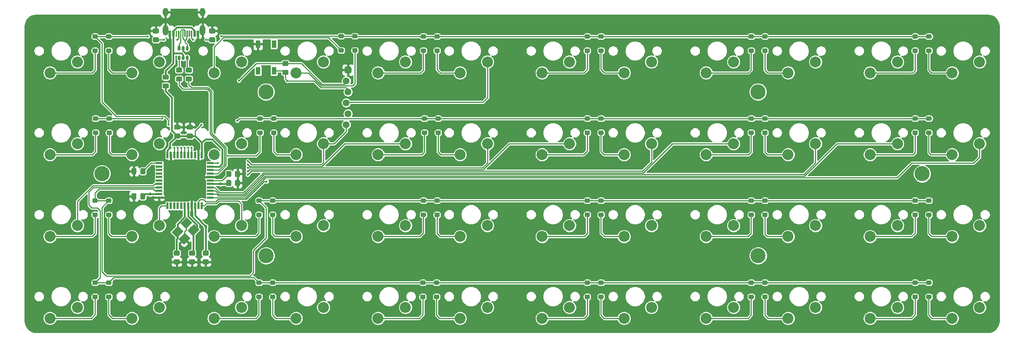
<source format=gbr>
G04 #@! TF.GenerationSoftware,KiCad,Pcbnew,(5.1.2-1)-1*
G04 #@! TF.CreationDate,2020-03-03T17:18:17-06:00*
G04 #@! TF.ProjectId,therick48,74686572-6963-46b3-9438-2e6b69636164,rev?*
G04 #@! TF.SameCoordinates,Original*
G04 #@! TF.FileFunction,Copper,L2,Bot*
G04 #@! TF.FilePolarity,Positive*
%FSLAX46Y46*%
G04 Gerber Fmt 4.6, Leading zero omitted, Abs format (unit mm)*
G04 Created by KiCad (PCBNEW (5.1.2-1)-1) date 2020-03-03 17:18:17*
%MOMM*%
%LPD*%
G04 APERTURE LIST*
%ADD10C,0.100000*%
%ADD11C,1.000000*%
%ADD12C,1.800000*%
%ADD13C,1.600200*%
%ADD14C,2.540000*%
%ADD15R,1.100000X1.800000*%
%ADD16C,0.600000*%
%ADD17O,1.300000X2.400000*%
%ADD18C,0.300000*%
%ADD19O,1.300000X1.900000*%
%ADD20C,3.500000*%
%ADD21C,1.150000*%
%ADD22R,0.500000X1.500000*%
%ADD23R,1.500000X0.500000*%
%ADD24C,0.650000*%
%ADD25R,0.650000X1.060000*%
%ADD26C,0.500000*%
%ADD27C,0.700000*%
%ADD28C,0.250000*%
%ADD29C,0.400000*%
G04 APERTURE END LIST*
D10*
G36*
X143249504Y-62952579D02*
G01*
X143273773Y-62956179D01*
X143297571Y-62962140D01*
X143320671Y-62970405D01*
X143342849Y-62980895D01*
X143363893Y-62993508D01*
X143383598Y-63008122D01*
X143401777Y-63024598D01*
X143418253Y-63042777D01*
X143432867Y-63062482D01*
X143445480Y-63083526D01*
X143455970Y-63105704D01*
X143464235Y-63128804D01*
X143470196Y-63152602D01*
X143473796Y-63176871D01*
X143475000Y-63201375D01*
X143475000Y-63701375D01*
X143473796Y-63725879D01*
X143470196Y-63750148D01*
X143464235Y-63773946D01*
X143455970Y-63797046D01*
X143445480Y-63819224D01*
X143432867Y-63840268D01*
X143418253Y-63859973D01*
X143401777Y-63878152D01*
X143383598Y-63894628D01*
X143363893Y-63909242D01*
X143342849Y-63921855D01*
X143320671Y-63932345D01*
X143297571Y-63940610D01*
X143273773Y-63946571D01*
X143249504Y-63950171D01*
X143225000Y-63951375D01*
X142525000Y-63951375D01*
X142500496Y-63950171D01*
X142476227Y-63946571D01*
X142452429Y-63940610D01*
X142429329Y-63932345D01*
X142407151Y-63921855D01*
X142386107Y-63909242D01*
X142366402Y-63894628D01*
X142348223Y-63878152D01*
X142331747Y-63859973D01*
X142317133Y-63840268D01*
X142304520Y-63819224D01*
X142294030Y-63797046D01*
X142285765Y-63773946D01*
X142279804Y-63750148D01*
X142276204Y-63725879D01*
X142275000Y-63701375D01*
X142275000Y-63201375D01*
X142276204Y-63176871D01*
X142279804Y-63152602D01*
X142285765Y-63128804D01*
X142294030Y-63105704D01*
X142304520Y-63083526D01*
X142317133Y-63062482D01*
X142331747Y-63042777D01*
X142348223Y-63024598D01*
X142366402Y-63008122D01*
X142386107Y-62993508D01*
X142407151Y-62980895D01*
X142429329Y-62970405D01*
X142452429Y-62962140D01*
X142476227Y-62956179D01*
X142500496Y-62952579D01*
X142525000Y-62951375D01*
X143225000Y-62951375D01*
X143249504Y-62952579D01*
X143249504Y-62952579D01*
G37*
D11*
X142875000Y-63451375D03*
D10*
G36*
X143249504Y-59652579D02*
G01*
X143273773Y-59656179D01*
X143297571Y-59662140D01*
X143320671Y-59670405D01*
X143342849Y-59680895D01*
X143363893Y-59693508D01*
X143383598Y-59708122D01*
X143401777Y-59724598D01*
X143418253Y-59742777D01*
X143432867Y-59762482D01*
X143445480Y-59783526D01*
X143455970Y-59805704D01*
X143464235Y-59828804D01*
X143470196Y-59852602D01*
X143473796Y-59876871D01*
X143475000Y-59901375D01*
X143475000Y-60401375D01*
X143473796Y-60425879D01*
X143470196Y-60450148D01*
X143464235Y-60473946D01*
X143455970Y-60497046D01*
X143445480Y-60519224D01*
X143432867Y-60540268D01*
X143418253Y-60559973D01*
X143401777Y-60578152D01*
X143383598Y-60594628D01*
X143363893Y-60609242D01*
X143342849Y-60621855D01*
X143320671Y-60632345D01*
X143297571Y-60640610D01*
X143273773Y-60646571D01*
X143249504Y-60650171D01*
X143225000Y-60651375D01*
X142525000Y-60651375D01*
X142500496Y-60650171D01*
X142476227Y-60646571D01*
X142452429Y-60640610D01*
X142429329Y-60632345D01*
X142407151Y-60621855D01*
X142386107Y-60609242D01*
X142366402Y-60594628D01*
X142348223Y-60578152D01*
X142331747Y-60559973D01*
X142317133Y-60540268D01*
X142304520Y-60519224D01*
X142294030Y-60497046D01*
X142285765Y-60473946D01*
X142279804Y-60450148D01*
X142276204Y-60425879D01*
X142275000Y-60401375D01*
X142275000Y-59901375D01*
X142276204Y-59876871D01*
X142279804Y-59852602D01*
X142285765Y-59828804D01*
X142294030Y-59805704D01*
X142304520Y-59783526D01*
X142317133Y-59762482D01*
X142331747Y-59742777D01*
X142348223Y-59724598D01*
X142366402Y-59708122D01*
X142386107Y-59693508D01*
X142407151Y-59680895D01*
X142429329Y-59670405D01*
X142452429Y-59662140D01*
X142476227Y-59656179D01*
X142500496Y-59652579D01*
X142525000Y-59651375D01*
X143225000Y-59651375D01*
X143249504Y-59652579D01*
X143249504Y-59652579D01*
G37*
D11*
X142875000Y-60151375D03*
D12*
X84549632Y-84386522D03*
D10*
G36*
X84655698Y-83007664D02*
G01*
X85928490Y-84280456D01*
X84443566Y-85765380D01*
X83170774Y-84492588D01*
X84655698Y-83007664D01*
X84655698Y-83007664D01*
G37*
D12*
X82499022Y-86437132D03*
D10*
G36*
X82605088Y-85058274D02*
G01*
X83877880Y-86331066D01*
X82392956Y-87815990D01*
X81120164Y-86543198D01*
X82605088Y-85058274D01*
X82605088Y-85058274D01*
G37*
D12*
X84125368Y-88063478D03*
D10*
G36*
X84231434Y-86684620D02*
G01*
X85504226Y-87957412D01*
X84019302Y-89442336D01*
X82746510Y-88169544D01*
X84231434Y-86684620D01*
X84231434Y-86684620D01*
G37*
D12*
X86175978Y-86012868D03*
D10*
G36*
X86282044Y-84634010D02*
G01*
X87554836Y-85906802D01*
X86069912Y-87391726D01*
X84797120Y-86118934D01*
X86282044Y-84634010D01*
X86282044Y-84634010D01*
G37*
D13*
X121573600Y-61580000D03*
X121980000Y-59040000D03*
X121573600Y-56500000D03*
X121980000Y-53960000D03*
X121573600Y-51420000D03*
D10*
G36*
X122419262Y-48081826D02*
G01*
X122458096Y-48087587D01*
X122496178Y-48097126D01*
X122533143Y-48110352D01*
X122568632Y-48127137D01*
X122602306Y-48147321D01*
X122633839Y-48170707D01*
X122662928Y-48197072D01*
X122689293Y-48226161D01*
X122712679Y-48257694D01*
X122732863Y-48291368D01*
X122749648Y-48326857D01*
X122762874Y-48363822D01*
X122772413Y-48401904D01*
X122778174Y-48440738D01*
X122780100Y-48479950D01*
X122780100Y-49280050D01*
X122778174Y-49319262D01*
X122772413Y-49358096D01*
X122762874Y-49396178D01*
X122749648Y-49433143D01*
X122732863Y-49468632D01*
X122712679Y-49502306D01*
X122689293Y-49533839D01*
X122662928Y-49562928D01*
X122633839Y-49589293D01*
X122602306Y-49612679D01*
X122568632Y-49632863D01*
X122533143Y-49649648D01*
X122496178Y-49662874D01*
X122458096Y-49672413D01*
X122419262Y-49678174D01*
X122380050Y-49680100D01*
X121579950Y-49680100D01*
X121540738Y-49678174D01*
X121501904Y-49672413D01*
X121463822Y-49662874D01*
X121426857Y-49649648D01*
X121391368Y-49632863D01*
X121357694Y-49612679D01*
X121326161Y-49589293D01*
X121297072Y-49562928D01*
X121270707Y-49533839D01*
X121247321Y-49502306D01*
X121227137Y-49468632D01*
X121210352Y-49433143D01*
X121197126Y-49396178D01*
X121187587Y-49358096D01*
X121181826Y-49319262D01*
X121179900Y-49280050D01*
X121179900Y-48479950D01*
X121181826Y-48440738D01*
X121187587Y-48401904D01*
X121197126Y-48363822D01*
X121210352Y-48326857D01*
X121227137Y-48291368D01*
X121247321Y-48257694D01*
X121270707Y-48226161D01*
X121297072Y-48197072D01*
X121326161Y-48170707D01*
X121357694Y-48147321D01*
X121391368Y-48127137D01*
X121426857Y-48110352D01*
X121463822Y-48097126D01*
X121501904Y-48087587D01*
X121540738Y-48081826D01*
X121579950Y-48079900D01*
X122380050Y-48079900D01*
X122419262Y-48081826D01*
X122419262Y-48081826D01*
G37*
D13*
X121980000Y-48880000D03*
D14*
X268290000Y-104000000D03*
X261940000Y-106540000D03*
X249290000Y-104000000D03*
X242940000Y-106540000D03*
X230290000Y-104000000D03*
X223940000Y-106540000D03*
X211290000Y-104000000D03*
X204940000Y-106540000D03*
X192290000Y-104000000D03*
X185940000Y-106540000D03*
X173290000Y-104000000D03*
X166940000Y-106540000D03*
X154290000Y-104000000D03*
X147940000Y-106540000D03*
X135290000Y-104000000D03*
X128940000Y-106540000D03*
X116290000Y-104000000D03*
X109940000Y-106540000D03*
X97290000Y-104000000D03*
X90940000Y-106540000D03*
X78290000Y-104000000D03*
X71940000Y-106540000D03*
X59290000Y-104000000D03*
X52940000Y-106540000D03*
X268290000Y-85000000D03*
X261940000Y-87540000D03*
X249290000Y-85000000D03*
X242940000Y-87540000D03*
X230290000Y-85000000D03*
X223940000Y-87540000D03*
X211290000Y-85000000D03*
X204940000Y-87540000D03*
X192290000Y-85000000D03*
X185940000Y-87540000D03*
X173290000Y-85000000D03*
X166940000Y-87540000D03*
X154290000Y-85000000D03*
X147940000Y-87540000D03*
X135290000Y-85000000D03*
X128940000Y-87540000D03*
X116290000Y-85000000D03*
X109940000Y-87540000D03*
X97290000Y-85000000D03*
X90940000Y-87540000D03*
X78290000Y-85000000D03*
X71940000Y-87540000D03*
X59290000Y-85000000D03*
X52940000Y-87540000D03*
X268290000Y-66000000D03*
X261940000Y-68540000D03*
X249290000Y-66000000D03*
X242940000Y-68540000D03*
X230290000Y-66000000D03*
X223940000Y-68540000D03*
X211290000Y-66000000D03*
X204940000Y-68540000D03*
X192290000Y-66000000D03*
X185940000Y-68540000D03*
X173290000Y-66000000D03*
X166940000Y-68540000D03*
X154290000Y-66000000D03*
X147940000Y-68540000D03*
X135290000Y-66000000D03*
X128940000Y-68540000D03*
X116290000Y-66000000D03*
X109940000Y-68540000D03*
X97290000Y-66000000D03*
X90940000Y-68540000D03*
X78290000Y-66000000D03*
X71940000Y-68540000D03*
X59290000Y-66000000D03*
X52940000Y-68540000D03*
X268290000Y-47000000D03*
X261940000Y-49540000D03*
X249290000Y-47002700D03*
X242940000Y-49542700D03*
X230290000Y-47002700D03*
X223940000Y-49542700D03*
X211290000Y-47000000D03*
X204940000Y-49540000D03*
X192290000Y-47000000D03*
X185940000Y-49540000D03*
X173290000Y-47000000D03*
X166940000Y-49540000D03*
X154290000Y-47000000D03*
X147940000Y-49540000D03*
X135290000Y-47000000D03*
X128940000Y-49540000D03*
X116290000Y-47000000D03*
X109940000Y-49540000D03*
X97290000Y-47000000D03*
X90940000Y-49540000D03*
X78290000Y-47000000D03*
X71940000Y-49540000D03*
X59290000Y-47000000D03*
X52940000Y-49540000D03*
D15*
X101130000Y-49080000D03*
X104830000Y-42880000D03*
X104830000Y-49080000D03*
X101130000Y-42880000D03*
D10*
G36*
X86594703Y-39719347D02*
G01*
X86609264Y-39721507D01*
X86623543Y-39725084D01*
X86637403Y-39730043D01*
X86650710Y-39736337D01*
X86663336Y-39743905D01*
X86675159Y-39752673D01*
X86686066Y-39762559D01*
X86695952Y-39773466D01*
X86704720Y-39785289D01*
X86712288Y-39797915D01*
X86718582Y-39811222D01*
X86723541Y-39825082D01*
X86727118Y-39839361D01*
X86729278Y-39853922D01*
X86730000Y-39868625D01*
X86730000Y-41018625D01*
X86729278Y-41033328D01*
X86727118Y-41047889D01*
X86723541Y-41062168D01*
X86718582Y-41076028D01*
X86712288Y-41089335D01*
X86704720Y-41101961D01*
X86695952Y-41113784D01*
X86686066Y-41124691D01*
X86675159Y-41134577D01*
X86663336Y-41143345D01*
X86650710Y-41150913D01*
X86637403Y-41157207D01*
X86623543Y-41162166D01*
X86609264Y-41165743D01*
X86594703Y-41167903D01*
X86580000Y-41168625D01*
X86280000Y-41168625D01*
X86265297Y-41167903D01*
X86250736Y-41165743D01*
X86236457Y-41162166D01*
X86222597Y-41157207D01*
X86209290Y-41150913D01*
X86196664Y-41143345D01*
X86184841Y-41134577D01*
X86173934Y-41124691D01*
X86164048Y-41113784D01*
X86155280Y-41101961D01*
X86147712Y-41089335D01*
X86141418Y-41076028D01*
X86136459Y-41062168D01*
X86132882Y-41047889D01*
X86130722Y-41033328D01*
X86130000Y-41018625D01*
X86130000Y-39868625D01*
X86130722Y-39853922D01*
X86132882Y-39839361D01*
X86136459Y-39825082D01*
X86141418Y-39811222D01*
X86147712Y-39797915D01*
X86155280Y-39785289D01*
X86164048Y-39773466D01*
X86173934Y-39762559D01*
X86184841Y-39752673D01*
X86196664Y-39743905D01*
X86209290Y-39736337D01*
X86222597Y-39730043D01*
X86236457Y-39725084D01*
X86250736Y-39721507D01*
X86265297Y-39719347D01*
X86280000Y-39718625D01*
X86580000Y-39718625D01*
X86594703Y-39719347D01*
X86594703Y-39719347D01*
G37*
D16*
X86430000Y-40443625D03*
D10*
G36*
X87394703Y-39719347D02*
G01*
X87409264Y-39721507D01*
X87423543Y-39725084D01*
X87437403Y-39730043D01*
X87450710Y-39736337D01*
X87463336Y-39743905D01*
X87475159Y-39752673D01*
X87486066Y-39762559D01*
X87495952Y-39773466D01*
X87504720Y-39785289D01*
X87512288Y-39797915D01*
X87518582Y-39811222D01*
X87523541Y-39825082D01*
X87527118Y-39839361D01*
X87529278Y-39853922D01*
X87530000Y-39868625D01*
X87530000Y-41018625D01*
X87529278Y-41033328D01*
X87527118Y-41047889D01*
X87523541Y-41062168D01*
X87518582Y-41076028D01*
X87512288Y-41089335D01*
X87504720Y-41101961D01*
X87495952Y-41113784D01*
X87486066Y-41124691D01*
X87475159Y-41134577D01*
X87463336Y-41143345D01*
X87450710Y-41150913D01*
X87437403Y-41157207D01*
X87423543Y-41162166D01*
X87409264Y-41165743D01*
X87394703Y-41167903D01*
X87380000Y-41168625D01*
X87080000Y-41168625D01*
X87065297Y-41167903D01*
X87050736Y-41165743D01*
X87036457Y-41162166D01*
X87022597Y-41157207D01*
X87009290Y-41150913D01*
X86996664Y-41143345D01*
X86984841Y-41134577D01*
X86973934Y-41124691D01*
X86964048Y-41113784D01*
X86955280Y-41101961D01*
X86947712Y-41089335D01*
X86941418Y-41076028D01*
X86936459Y-41062168D01*
X86932882Y-41047889D01*
X86930722Y-41033328D01*
X86930000Y-41018625D01*
X86930000Y-39868625D01*
X86930722Y-39853922D01*
X86932882Y-39839361D01*
X86936459Y-39825082D01*
X86941418Y-39811222D01*
X86947712Y-39797915D01*
X86955280Y-39785289D01*
X86964048Y-39773466D01*
X86973934Y-39762559D01*
X86984841Y-39752673D01*
X86996664Y-39743905D01*
X87009290Y-39736337D01*
X87022597Y-39730043D01*
X87036457Y-39725084D01*
X87050736Y-39721507D01*
X87065297Y-39719347D01*
X87080000Y-39718625D01*
X87380000Y-39718625D01*
X87394703Y-39719347D01*
X87394703Y-39719347D01*
G37*
D16*
X87230000Y-40443625D03*
D10*
G36*
X81694703Y-39719347D02*
G01*
X81709264Y-39721507D01*
X81723543Y-39725084D01*
X81737403Y-39730043D01*
X81750710Y-39736337D01*
X81763336Y-39743905D01*
X81775159Y-39752673D01*
X81786066Y-39762559D01*
X81795952Y-39773466D01*
X81804720Y-39785289D01*
X81812288Y-39797915D01*
X81818582Y-39811222D01*
X81823541Y-39825082D01*
X81827118Y-39839361D01*
X81829278Y-39853922D01*
X81830000Y-39868625D01*
X81830000Y-41018625D01*
X81829278Y-41033328D01*
X81827118Y-41047889D01*
X81823541Y-41062168D01*
X81818582Y-41076028D01*
X81812288Y-41089335D01*
X81804720Y-41101961D01*
X81795952Y-41113784D01*
X81786066Y-41124691D01*
X81775159Y-41134577D01*
X81763336Y-41143345D01*
X81750710Y-41150913D01*
X81737403Y-41157207D01*
X81723543Y-41162166D01*
X81709264Y-41165743D01*
X81694703Y-41167903D01*
X81680000Y-41168625D01*
X81380000Y-41168625D01*
X81365297Y-41167903D01*
X81350736Y-41165743D01*
X81336457Y-41162166D01*
X81322597Y-41157207D01*
X81309290Y-41150913D01*
X81296664Y-41143345D01*
X81284841Y-41134577D01*
X81273934Y-41124691D01*
X81264048Y-41113784D01*
X81255280Y-41101961D01*
X81247712Y-41089335D01*
X81241418Y-41076028D01*
X81236459Y-41062168D01*
X81232882Y-41047889D01*
X81230722Y-41033328D01*
X81230000Y-41018625D01*
X81230000Y-39868625D01*
X81230722Y-39853922D01*
X81232882Y-39839361D01*
X81236459Y-39825082D01*
X81241418Y-39811222D01*
X81247712Y-39797915D01*
X81255280Y-39785289D01*
X81264048Y-39773466D01*
X81273934Y-39762559D01*
X81284841Y-39752673D01*
X81296664Y-39743905D01*
X81309290Y-39736337D01*
X81322597Y-39730043D01*
X81336457Y-39725084D01*
X81350736Y-39721507D01*
X81365297Y-39719347D01*
X81380000Y-39718625D01*
X81680000Y-39718625D01*
X81694703Y-39719347D01*
X81694703Y-39719347D01*
G37*
D16*
X81530000Y-40443625D03*
D17*
X79680000Y-39668625D03*
D10*
G36*
X84312351Y-39718986D02*
G01*
X84319632Y-39720066D01*
X84326771Y-39721854D01*
X84333701Y-39724334D01*
X84340355Y-39727481D01*
X84346668Y-39731265D01*
X84352579Y-39735649D01*
X84358033Y-39740592D01*
X84362976Y-39746046D01*
X84367360Y-39751957D01*
X84371144Y-39758270D01*
X84374291Y-39764924D01*
X84376771Y-39771854D01*
X84378559Y-39778993D01*
X84379639Y-39786274D01*
X84380000Y-39793625D01*
X84380000Y-41093625D01*
X84379639Y-41100976D01*
X84378559Y-41108257D01*
X84376771Y-41115396D01*
X84374291Y-41122326D01*
X84371144Y-41128980D01*
X84367360Y-41135293D01*
X84362976Y-41141204D01*
X84358033Y-41146658D01*
X84352579Y-41151601D01*
X84346668Y-41155985D01*
X84340355Y-41159769D01*
X84333701Y-41162916D01*
X84326771Y-41165396D01*
X84319632Y-41167184D01*
X84312351Y-41168264D01*
X84305000Y-41168625D01*
X84155000Y-41168625D01*
X84147649Y-41168264D01*
X84140368Y-41167184D01*
X84133229Y-41165396D01*
X84126299Y-41162916D01*
X84119645Y-41159769D01*
X84113332Y-41155985D01*
X84107421Y-41151601D01*
X84101967Y-41146658D01*
X84097024Y-41141204D01*
X84092640Y-41135293D01*
X84088856Y-41128980D01*
X84085709Y-41122326D01*
X84083229Y-41115396D01*
X84081441Y-41108257D01*
X84080361Y-41100976D01*
X84080000Y-41093625D01*
X84080000Y-39793625D01*
X84080361Y-39786274D01*
X84081441Y-39778993D01*
X84083229Y-39771854D01*
X84085709Y-39764924D01*
X84088856Y-39758270D01*
X84092640Y-39751957D01*
X84097024Y-39746046D01*
X84101967Y-39740592D01*
X84107421Y-39735649D01*
X84113332Y-39731265D01*
X84119645Y-39727481D01*
X84126299Y-39724334D01*
X84133229Y-39721854D01*
X84140368Y-39720066D01*
X84147649Y-39718986D01*
X84155000Y-39718625D01*
X84305000Y-39718625D01*
X84312351Y-39718986D01*
X84312351Y-39718986D01*
G37*
D18*
X84230000Y-40443625D03*
D10*
G36*
X84812351Y-39718986D02*
G01*
X84819632Y-39720066D01*
X84826771Y-39721854D01*
X84833701Y-39724334D01*
X84840355Y-39727481D01*
X84846668Y-39731265D01*
X84852579Y-39735649D01*
X84858033Y-39740592D01*
X84862976Y-39746046D01*
X84867360Y-39751957D01*
X84871144Y-39758270D01*
X84874291Y-39764924D01*
X84876771Y-39771854D01*
X84878559Y-39778993D01*
X84879639Y-39786274D01*
X84880000Y-39793625D01*
X84880000Y-41093625D01*
X84879639Y-41100976D01*
X84878559Y-41108257D01*
X84876771Y-41115396D01*
X84874291Y-41122326D01*
X84871144Y-41128980D01*
X84867360Y-41135293D01*
X84862976Y-41141204D01*
X84858033Y-41146658D01*
X84852579Y-41151601D01*
X84846668Y-41155985D01*
X84840355Y-41159769D01*
X84833701Y-41162916D01*
X84826771Y-41165396D01*
X84819632Y-41167184D01*
X84812351Y-41168264D01*
X84805000Y-41168625D01*
X84655000Y-41168625D01*
X84647649Y-41168264D01*
X84640368Y-41167184D01*
X84633229Y-41165396D01*
X84626299Y-41162916D01*
X84619645Y-41159769D01*
X84613332Y-41155985D01*
X84607421Y-41151601D01*
X84601967Y-41146658D01*
X84597024Y-41141204D01*
X84592640Y-41135293D01*
X84588856Y-41128980D01*
X84585709Y-41122326D01*
X84583229Y-41115396D01*
X84581441Y-41108257D01*
X84580361Y-41100976D01*
X84580000Y-41093625D01*
X84580000Y-39793625D01*
X84580361Y-39786274D01*
X84581441Y-39778993D01*
X84583229Y-39771854D01*
X84585709Y-39764924D01*
X84588856Y-39758270D01*
X84592640Y-39751957D01*
X84597024Y-39746046D01*
X84601967Y-39740592D01*
X84607421Y-39735649D01*
X84613332Y-39731265D01*
X84619645Y-39727481D01*
X84626299Y-39724334D01*
X84633229Y-39721854D01*
X84640368Y-39720066D01*
X84647649Y-39718986D01*
X84655000Y-39718625D01*
X84805000Y-39718625D01*
X84812351Y-39718986D01*
X84812351Y-39718986D01*
G37*
D18*
X84730000Y-40443625D03*
D10*
G36*
X85312351Y-39718986D02*
G01*
X85319632Y-39720066D01*
X85326771Y-39721854D01*
X85333701Y-39724334D01*
X85340355Y-39727481D01*
X85346668Y-39731265D01*
X85352579Y-39735649D01*
X85358033Y-39740592D01*
X85362976Y-39746046D01*
X85367360Y-39751957D01*
X85371144Y-39758270D01*
X85374291Y-39764924D01*
X85376771Y-39771854D01*
X85378559Y-39778993D01*
X85379639Y-39786274D01*
X85380000Y-39793625D01*
X85380000Y-41093625D01*
X85379639Y-41100976D01*
X85378559Y-41108257D01*
X85376771Y-41115396D01*
X85374291Y-41122326D01*
X85371144Y-41128980D01*
X85367360Y-41135293D01*
X85362976Y-41141204D01*
X85358033Y-41146658D01*
X85352579Y-41151601D01*
X85346668Y-41155985D01*
X85340355Y-41159769D01*
X85333701Y-41162916D01*
X85326771Y-41165396D01*
X85319632Y-41167184D01*
X85312351Y-41168264D01*
X85305000Y-41168625D01*
X85155000Y-41168625D01*
X85147649Y-41168264D01*
X85140368Y-41167184D01*
X85133229Y-41165396D01*
X85126299Y-41162916D01*
X85119645Y-41159769D01*
X85113332Y-41155985D01*
X85107421Y-41151601D01*
X85101967Y-41146658D01*
X85097024Y-41141204D01*
X85092640Y-41135293D01*
X85088856Y-41128980D01*
X85085709Y-41122326D01*
X85083229Y-41115396D01*
X85081441Y-41108257D01*
X85080361Y-41100976D01*
X85080000Y-41093625D01*
X85080000Y-39793625D01*
X85080361Y-39786274D01*
X85081441Y-39778993D01*
X85083229Y-39771854D01*
X85085709Y-39764924D01*
X85088856Y-39758270D01*
X85092640Y-39751957D01*
X85097024Y-39746046D01*
X85101967Y-39740592D01*
X85107421Y-39735649D01*
X85113332Y-39731265D01*
X85119645Y-39727481D01*
X85126299Y-39724334D01*
X85133229Y-39721854D01*
X85140368Y-39720066D01*
X85147649Y-39718986D01*
X85155000Y-39718625D01*
X85305000Y-39718625D01*
X85312351Y-39718986D01*
X85312351Y-39718986D01*
G37*
D18*
X85230000Y-40443625D03*
D10*
G36*
X85812351Y-39718986D02*
G01*
X85819632Y-39720066D01*
X85826771Y-39721854D01*
X85833701Y-39724334D01*
X85840355Y-39727481D01*
X85846668Y-39731265D01*
X85852579Y-39735649D01*
X85858033Y-39740592D01*
X85862976Y-39746046D01*
X85867360Y-39751957D01*
X85871144Y-39758270D01*
X85874291Y-39764924D01*
X85876771Y-39771854D01*
X85878559Y-39778993D01*
X85879639Y-39786274D01*
X85880000Y-39793625D01*
X85880000Y-41093625D01*
X85879639Y-41100976D01*
X85878559Y-41108257D01*
X85876771Y-41115396D01*
X85874291Y-41122326D01*
X85871144Y-41128980D01*
X85867360Y-41135293D01*
X85862976Y-41141204D01*
X85858033Y-41146658D01*
X85852579Y-41151601D01*
X85846668Y-41155985D01*
X85840355Y-41159769D01*
X85833701Y-41162916D01*
X85826771Y-41165396D01*
X85819632Y-41167184D01*
X85812351Y-41168264D01*
X85805000Y-41168625D01*
X85655000Y-41168625D01*
X85647649Y-41168264D01*
X85640368Y-41167184D01*
X85633229Y-41165396D01*
X85626299Y-41162916D01*
X85619645Y-41159769D01*
X85613332Y-41155985D01*
X85607421Y-41151601D01*
X85601967Y-41146658D01*
X85597024Y-41141204D01*
X85592640Y-41135293D01*
X85588856Y-41128980D01*
X85585709Y-41122326D01*
X85583229Y-41115396D01*
X85581441Y-41108257D01*
X85580361Y-41100976D01*
X85580000Y-41093625D01*
X85580000Y-39793625D01*
X85580361Y-39786274D01*
X85581441Y-39778993D01*
X85583229Y-39771854D01*
X85585709Y-39764924D01*
X85588856Y-39758270D01*
X85592640Y-39751957D01*
X85597024Y-39746046D01*
X85601967Y-39740592D01*
X85607421Y-39735649D01*
X85613332Y-39731265D01*
X85619645Y-39727481D01*
X85626299Y-39724334D01*
X85633229Y-39721854D01*
X85640368Y-39720066D01*
X85647649Y-39718986D01*
X85655000Y-39718625D01*
X85805000Y-39718625D01*
X85812351Y-39718986D01*
X85812351Y-39718986D01*
G37*
D18*
X85730000Y-40443625D03*
D10*
G36*
X83808351Y-39718986D02*
G01*
X83815632Y-39720066D01*
X83822771Y-39721854D01*
X83829701Y-39724334D01*
X83836355Y-39727481D01*
X83842668Y-39731265D01*
X83848579Y-39735649D01*
X83854033Y-39740592D01*
X83858976Y-39746046D01*
X83863360Y-39751957D01*
X83867144Y-39758270D01*
X83870291Y-39764924D01*
X83872771Y-39771854D01*
X83874559Y-39778993D01*
X83875639Y-39786274D01*
X83876000Y-39793625D01*
X83876000Y-41093625D01*
X83875639Y-41100976D01*
X83874559Y-41108257D01*
X83872771Y-41115396D01*
X83870291Y-41122326D01*
X83867144Y-41128980D01*
X83863360Y-41135293D01*
X83858976Y-41141204D01*
X83854033Y-41146658D01*
X83848579Y-41151601D01*
X83842668Y-41155985D01*
X83836355Y-41159769D01*
X83829701Y-41162916D01*
X83822771Y-41165396D01*
X83815632Y-41167184D01*
X83808351Y-41168264D01*
X83801000Y-41168625D01*
X83651000Y-41168625D01*
X83643649Y-41168264D01*
X83636368Y-41167184D01*
X83629229Y-41165396D01*
X83622299Y-41162916D01*
X83615645Y-41159769D01*
X83609332Y-41155985D01*
X83603421Y-41151601D01*
X83597967Y-41146658D01*
X83593024Y-41141204D01*
X83588640Y-41135293D01*
X83584856Y-41128980D01*
X83581709Y-41122326D01*
X83579229Y-41115396D01*
X83577441Y-41108257D01*
X83576361Y-41100976D01*
X83576000Y-41093625D01*
X83576000Y-39793625D01*
X83576361Y-39786274D01*
X83577441Y-39778993D01*
X83579229Y-39771854D01*
X83581709Y-39764924D01*
X83584856Y-39758270D01*
X83588640Y-39751957D01*
X83593024Y-39746046D01*
X83597967Y-39740592D01*
X83603421Y-39735649D01*
X83609332Y-39731265D01*
X83615645Y-39727481D01*
X83622299Y-39724334D01*
X83629229Y-39721854D01*
X83636368Y-39720066D01*
X83643649Y-39718986D01*
X83651000Y-39718625D01*
X83801000Y-39718625D01*
X83808351Y-39718986D01*
X83808351Y-39718986D01*
G37*
D18*
X83726000Y-40443625D03*
D10*
G36*
X83312351Y-39718986D02*
G01*
X83319632Y-39720066D01*
X83326771Y-39721854D01*
X83333701Y-39724334D01*
X83340355Y-39727481D01*
X83346668Y-39731265D01*
X83352579Y-39735649D01*
X83358033Y-39740592D01*
X83362976Y-39746046D01*
X83367360Y-39751957D01*
X83371144Y-39758270D01*
X83374291Y-39764924D01*
X83376771Y-39771854D01*
X83378559Y-39778993D01*
X83379639Y-39786274D01*
X83380000Y-39793625D01*
X83380000Y-41093625D01*
X83379639Y-41100976D01*
X83378559Y-41108257D01*
X83376771Y-41115396D01*
X83374291Y-41122326D01*
X83371144Y-41128980D01*
X83367360Y-41135293D01*
X83362976Y-41141204D01*
X83358033Y-41146658D01*
X83352579Y-41151601D01*
X83346668Y-41155985D01*
X83340355Y-41159769D01*
X83333701Y-41162916D01*
X83326771Y-41165396D01*
X83319632Y-41167184D01*
X83312351Y-41168264D01*
X83305000Y-41168625D01*
X83155000Y-41168625D01*
X83147649Y-41168264D01*
X83140368Y-41167184D01*
X83133229Y-41165396D01*
X83126299Y-41162916D01*
X83119645Y-41159769D01*
X83113332Y-41155985D01*
X83107421Y-41151601D01*
X83101967Y-41146658D01*
X83097024Y-41141204D01*
X83092640Y-41135293D01*
X83088856Y-41128980D01*
X83085709Y-41122326D01*
X83083229Y-41115396D01*
X83081441Y-41108257D01*
X83080361Y-41100976D01*
X83080000Y-41093625D01*
X83080000Y-39793625D01*
X83080361Y-39786274D01*
X83081441Y-39778993D01*
X83083229Y-39771854D01*
X83085709Y-39764924D01*
X83088856Y-39758270D01*
X83092640Y-39751957D01*
X83097024Y-39746046D01*
X83101967Y-39740592D01*
X83107421Y-39735649D01*
X83113332Y-39731265D01*
X83119645Y-39727481D01*
X83126299Y-39724334D01*
X83133229Y-39721854D01*
X83140368Y-39720066D01*
X83147649Y-39718986D01*
X83155000Y-39718625D01*
X83305000Y-39718625D01*
X83312351Y-39718986D01*
X83312351Y-39718986D01*
G37*
D18*
X83230000Y-40443625D03*
D10*
G36*
X82812351Y-39718986D02*
G01*
X82819632Y-39720066D01*
X82826771Y-39721854D01*
X82833701Y-39724334D01*
X82840355Y-39727481D01*
X82846668Y-39731265D01*
X82852579Y-39735649D01*
X82858033Y-39740592D01*
X82862976Y-39746046D01*
X82867360Y-39751957D01*
X82871144Y-39758270D01*
X82874291Y-39764924D01*
X82876771Y-39771854D01*
X82878559Y-39778993D01*
X82879639Y-39786274D01*
X82880000Y-39793625D01*
X82880000Y-41093625D01*
X82879639Y-41100976D01*
X82878559Y-41108257D01*
X82876771Y-41115396D01*
X82874291Y-41122326D01*
X82871144Y-41128980D01*
X82867360Y-41135293D01*
X82862976Y-41141204D01*
X82858033Y-41146658D01*
X82852579Y-41151601D01*
X82846668Y-41155985D01*
X82840355Y-41159769D01*
X82833701Y-41162916D01*
X82826771Y-41165396D01*
X82819632Y-41167184D01*
X82812351Y-41168264D01*
X82805000Y-41168625D01*
X82655000Y-41168625D01*
X82647649Y-41168264D01*
X82640368Y-41167184D01*
X82633229Y-41165396D01*
X82626299Y-41162916D01*
X82619645Y-41159769D01*
X82613332Y-41155985D01*
X82607421Y-41151601D01*
X82601967Y-41146658D01*
X82597024Y-41141204D01*
X82592640Y-41135293D01*
X82588856Y-41128980D01*
X82585709Y-41122326D01*
X82583229Y-41115396D01*
X82581441Y-41108257D01*
X82580361Y-41100976D01*
X82580000Y-41093625D01*
X82580000Y-39793625D01*
X82580361Y-39786274D01*
X82581441Y-39778993D01*
X82583229Y-39771854D01*
X82585709Y-39764924D01*
X82588856Y-39758270D01*
X82592640Y-39751957D01*
X82597024Y-39746046D01*
X82601967Y-39740592D01*
X82607421Y-39735649D01*
X82613332Y-39731265D01*
X82619645Y-39727481D01*
X82626299Y-39724334D01*
X82633229Y-39721854D01*
X82640368Y-39720066D01*
X82647649Y-39718986D01*
X82655000Y-39718625D01*
X82805000Y-39718625D01*
X82812351Y-39718986D01*
X82812351Y-39718986D01*
G37*
D18*
X82730000Y-40443625D03*
D10*
G36*
X82312351Y-39718986D02*
G01*
X82319632Y-39720066D01*
X82326771Y-39721854D01*
X82333701Y-39724334D01*
X82340355Y-39727481D01*
X82346668Y-39731265D01*
X82352579Y-39735649D01*
X82358033Y-39740592D01*
X82362976Y-39746046D01*
X82367360Y-39751957D01*
X82371144Y-39758270D01*
X82374291Y-39764924D01*
X82376771Y-39771854D01*
X82378559Y-39778993D01*
X82379639Y-39786274D01*
X82380000Y-39793625D01*
X82380000Y-41093625D01*
X82379639Y-41100976D01*
X82378559Y-41108257D01*
X82376771Y-41115396D01*
X82374291Y-41122326D01*
X82371144Y-41128980D01*
X82367360Y-41135293D01*
X82362976Y-41141204D01*
X82358033Y-41146658D01*
X82352579Y-41151601D01*
X82346668Y-41155985D01*
X82340355Y-41159769D01*
X82333701Y-41162916D01*
X82326771Y-41165396D01*
X82319632Y-41167184D01*
X82312351Y-41168264D01*
X82305000Y-41168625D01*
X82155000Y-41168625D01*
X82147649Y-41168264D01*
X82140368Y-41167184D01*
X82133229Y-41165396D01*
X82126299Y-41162916D01*
X82119645Y-41159769D01*
X82113332Y-41155985D01*
X82107421Y-41151601D01*
X82101967Y-41146658D01*
X82097024Y-41141204D01*
X82092640Y-41135293D01*
X82088856Y-41128980D01*
X82085709Y-41122326D01*
X82083229Y-41115396D01*
X82081441Y-41108257D01*
X82080361Y-41100976D01*
X82080000Y-41093625D01*
X82080000Y-39793625D01*
X82080361Y-39786274D01*
X82081441Y-39778993D01*
X82083229Y-39771854D01*
X82085709Y-39764924D01*
X82088856Y-39758270D01*
X82092640Y-39751957D01*
X82097024Y-39746046D01*
X82101967Y-39740592D01*
X82107421Y-39735649D01*
X82113332Y-39731265D01*
X82119645Y-39727481D01*
X82126299Y-39724334D01*
X82133229Y-39721854D01*
X82140368Y-39720066D01*
X82147649Y-39718986D01*
X82155000Y-39718625D01*
X82305000Y-39718625D01*
X82312351Y-39718986D01*
X82312351Y-39718986D01*
G37*
D18*
X82230000Y-40443625D03*
D10*
G36*
X80894703Y-39719347D02*
G01*
X80909264Y-39721507D01*
X80923543Y-39725084D01*
X80937403Y-39730043D01*
X80950710Y-39736337D01*
X80963336Y-39743905D01*
X80975159Y-39752673D01*
X80986066Y-39762559D01*
X80995952Y-39773466D01*
X81004720Y-39785289D01*
X81012288Y-39797915D01*
X81018582Y-39811222D01*
X81023541Y-39825082D01*
X81027118Y-39839361D01*
X81029278Y-39853922D01*
X81030000Y-39868625D01*
X81030000Y-41018625D01*
X81029278Y-41033328D01*
X81027118Y-41047889D01*
X81023541Y-41062168D01*
X81018582Y-41076028D01*
X81012288Y-41089335D01*
X81004720Y-41101961D01*
X80995952Y-41113784D01*
X80986066Y-41124691D01*
X80975159Y-41134577D01*
X80963336Y-41143345D01*
X80950710Y-41150913D01*
X80937403Y-41157207D01*
X80923543Y-41162166D01*
X80909264Y-41165743D01*
X80894703Y-41167903D01*
X80880000Y-41168625D01*
X80580000Y-41168625D01*
X80565297Y-41167903D01*
X80550736Y-41165743D01*
X80536457Y-41162166D01*
X80522597Y-41157207D01*
X80509290Y-41150913D01*
X80496664Y-41143345D01*
X80484841Y-41134577D01*
X80473934Y-41124691D01*
X80464048Y-41113784D01*
X80455280Y-41101961D01*
X80447712Y-41089335D01*
X80441418Y-41076028D01*
X80436459Y-41062168D01*
X80432882Y-41047889D01*
X80430722Y-41033328D01*
X80430000Y-41018625D01*
X80430000Y-39868625D01*
X80430722Y-39853922D01*
X80432882Y-39839361D01*
X80436459Y-39825082D01*
X80441418Y-39811222D01*
X80447712Y-39797915D01*
X80455280Y-39785289D01*
X80464048Y-39773466D01*
X80473934Y-39762559D01*
X80484841Y-39752673D01*
X80496664Y-39743905D01*
X80509290Y-39736337D01*
X80522597Y-39730043D01*
X80536457Y-39725084D01*
X80550736Y-39721507D01*
X80565297Y-39719347D01*
X80580000Y-39718625D01*
X80880000Y-39718625D01*
X80894703Y-39719347D01*
X80894703Y-39719347D01*
G37*
D16*
X80730000Y-40443625D03*
D19*
X79680000Y-35468625D03*
X88280000Y-35468625D03*
D17*
X88280000Y-39668625D03*
D10*
G36*
X256914504Y-101052579D02*
G01*
X256938773Y-101056179D01*
X256962571Y-101062140D01*
X256985671Y-101070405D01*
X257007849Y-101080895D01*
X257028893Y-101093508D01*
X257048598Y-101108122D01*
X257066777Y-101124598D01*
X257083253Y-101142777D01*
X257097867Y-101162482D01*
X257110480Y-101183526D01*
X257120970Y-101205704D01*
X257129235Y-101228804D01*
X257135196Y-101252602D01*
X257138796Y-101276871D01*
X257140000Y-101301375D01*
X257140000Y-101801375D01*
X257138796Y-101825879D01*
X257135196Y-101850148D01*
X257129235Y-101873946D01*
X257120970Y-101897046D01*
X257110480Y-101919224D01*
X257097867Y-101940268D01*
X257083253Y-101959973D01*
X257066777Y-101978152D01*
X257048598Y-101994628D01*
X257028893Y-102009242D01*
X257007849Y-102021855D01*
X256985671Y-102032345D01*
X256962571Y-102040610D01*
X256938773Y-102046571D01*
X256914504Y-102050171D01*
X256890000Y-102051375D01*
X256190000Y-102051375D01*
X256165496Y-102050171D01*
X256141227Y-102046571D01*
X256117429Y-102040610D01*
X256094329Y-102032345D01*
X256072151Y-102021855D01*
X256051107Y-102009242D01*
X256031402Y-101994628D01*
X256013223Y-101978152D01*
X255996747Y-101959973D01*
X255982133Y-101940268D01*
X255969520Y-101919224D01*
X255959030Y-101897046D01*
X255950765Y-101873946D01*
X255944804Y-101850148D01*
X255941204Y-101825879D01*
X255940000Y-101801375D01*
X255940000Y-101301375D01*
X255941204Y-101276871D01*
X255944804Y-101252602D01*
X255950765Y-101228804D01*
X255959030Y-101205704D01*
X255969520Y-101183526D01*
X255982133Y-101162482D01*
X255996747Y-101142777D01*
X256013223Y-101124598D01*
X256031402Y-101108122D01*
X256051107Y-101093508D01*
X256072151Y-101080895D01*
X256094329Y-101070405D01*
X256117429Y-101062140D01*
X256141227Y-101056179D01*
X256165496Y-101052579D01*
X256190000Y-101051375D01*
X256890000Y-101051375D01*
X256914504Y-101052579D01*
X256914504Y-101052579D01*
G37*
D11*
X256540000Y-101551375D03*
D10*
G36*
X256914504Y-97752579D02*
G01*
X256938773Y-97756179D01*
X256962571Y-97762140D01*
X256985671Y-97770405D01*
X257007849Y-97780895D01*
X257028893Y-97793508D01*
X257048598Y-97808122D01*
X257066777Y-97824598D01*
X257083253Y-97842777D01*
X257097867Y-97862482D01*
X257110480Y-97883526D01*
X257120970Y-97905704D01*
X257129235Y-97928804D01*
X257135196Y-97952602D01*
X257138796Y-97976871D01*
X257140000Y-98001375D01*
X257140000Y-98501375D01*
X257138796Y-98525879D01*
X257135196Y-98550148D01*
X257129235Y-98573946D01*
X257120970Y-98597046D01*
X257110480Y-98619224D01*
X257097867Y-98640268D01*
X257083253Y-98659973D01*
X257066777Y-98678152D01*
X257048598Y-98694628D01*
X257028893Y-98709242D01*
X257007849Y-98721855D01*
X256985671Y-98732345D01*
X256962571Y-98740610D01*
X256938773Y-98746571D01*
X256914504Y-98750171D01*
X256890000Y-98751375D01*
X256190000Y-98751375D01*
X256165496Y-98750171D01*
X256141227Y-98746571D01*
X256117429Y-98740610D01*
X256094329Y-98732345D01*
X256072151Y-98721855D01*
X256051107Y-98709242D01*
X256031402Y-98694628D01*
X256013223Y-98678152D01*
X255996747Y-98659973D01*
X255982133Y-98640268D01*
X255969520Y-98619224D01*
X255959030Y-98597046D01*
X255950765Y-98573946D01*
X255944804Y-98550148D01*
X255941204Y-98525879D01*
X255940000Y-98501375D01*
X255940000Y-98001375D01*
X255941204Y-97976871D01*
X255944804Y-97952602D01*
X255950765Y-97928804D01*
X255959030Y-97905704D01*
X255969520Y-97883526D01*
X255982133Y-97862482D01*
X255996747Y-97842777D01*
X256013223Y-97824598D01*
X256031402Y-97808122D01*
X256051107Y-97793508D01*
X256072151Y-97780895D01*
X256094329Y-97770405D01*
X256117429Y-97762140D01*
X256141227Y-97756179D01*
X256165496Y-97752579D01*
X256190000Y-97751375D01*
X256890000Y-97751375D01*
X256914504Y-97752579D01*
X256914504Y-97752579D01*
G37*
D11*
X256540000Y-98251375D03*
D10*
G36*
X253739504Y-101052579D02*
G01*
X253763773Y-101056179D01*
X253787571Y-101062140D01*
X253810671Y-101070405D01*
X253832849Y-101080895D01*
X253853893Y-101093508D01*
X253873598Y-101108122D01*
X253891777Y-101124598D01*
X253908253Y-101142777D01*
X253922867Y-101162482D01*
X253935480Y-101183526D01*
X253945970Y-101205704D01*
X253954235Y-101228804D01*
X253960196Y-101252602D01*
X253963796Y-101276871D01*
X253965000Y-101301375D01*
X253965000Y-101801375D01*
X253963796Y-101825879D01*
X253960196Y-101850148D01*
X253954235Y-101873946D01*
X253945970Y-101897046D01*
X253935480Y-101919224D01*
X253922867Y-101940268D01*
X253908253Y-101959973D01*
X253891777Y-101978152D01*
X253873598Y-101994628D01*
X253853893Y-102009242D01*
X253832849Y-102021855D01*
X253810671Y-102032345D01*
X253787571Y-102040610D01*
X253763773Y-102046571D01*
X253739504Y-102050171D01*
X253715000Y-102051375D01*
X253015000Y-102051375D01*
X252990496Y-102050171D01*
X252966227Y-102046571D01*
X252942429Y-102040610D01*
X252919329Y-102032345D01*
X252897151Y-102021855D01*
X252876107Y-102009242D01*
X252856402Y-101994628D01*
X252838223Y-101978152D01*
X252821747Y-101959973D01*
X252807133Y-101940268D01*
X252794520Y-101919224D01*
X252784030Y-101897046D01*
X252775765Y-101873946D01*
X252769804Y-101850148D01*
X252766204Y-101825879D01*
X252765000Y-101801375D01*
X252765000Y-101301375D01*
X252766204Y-101276871D01*
X252769804Y-101252602D01*
X252775765Y-101228804D01*
X252784030Y-101205704D01*
X252794520Y-101183526D01*
X252807133Y-101162482D01*
X252821747Y-101142777D01*
X252838223Y-101124598D01*
X252856402Y-101108122D01*
X252876107Y-101093508D01*
X252897151Y-101080895D01*
X252919329Y-101070405D01*
X252942429Y-101062140D01*
X252966227Y-101056179D01*
X252990496Y-101052579D01*
X253015000Y-101051375D01*
X253715000Y-101051375D01*
X253739504Y-101052579D01*
X253739504Y-101052579D01*
G37*
D11*
X253365000Y-101551375D03*
D10*
G36*
X253739504Y-97752579D02*
G01*
X253763773Y-97756179D01*
X253787571Y-97762140D01*
X253810671Y-97770405D01*
X253832849Y-97780895D01*
X253853893Y-97793508D01*
X253873598Y-97808122D01*
X253891777Y-97824598D01*
X253908253Y-97842777D01*
X253922867Y-97862482D01*
X253935480Y-97883526D01*
X253945970Y-97905704D01*
X253954235Y-97928804D01*
X253960196Y-97952602D01*
X253963796Y-97976871D01*
X253965000Y-98001375D01*
X253965000Y-98501375D01*
X253963796Y-98525879D01*
X253960196Y-98550148D01*
X253954235Y-98573946D01*
X253945970Y-98597046D01*
X253935480Y-98619224D01*
X253922867Y-98640268D01*
X253908253Y-98659973D01*
X253891777Y-98678152D01*
X253873598Y-98694628D01*
X253853893Y-98709242D01*
X253832849Y-98721855D01*
X253810671Y-98732345D01*
X253787571Y-98740610D01*
X253763773Y-98746571D01*
X253739504Y-98750171D01*
X253715000Y-98751375D01*
X253015000Y-98751375D01*
X252990496Y-98750171D01*
X252966227Y-98746571D01*
X252942429Y-98740610D01*
X252919329Y-98732345D01*
X252897151Y-98721855D01*
X252876107Y-98709242D01*
X252856402Y-98694628D01*
X252838223Y-98678152D01*
X252821747Y-98659973D01*
X252807133Y-98640268D01*
X252794520Y-98619224D01*
X252784030Y-98597046D01*
X252775765Y-98573946D01*
X252769804Y-98550148D01*
X252766204Y-98525879D01*
X252765000Y-98501375D01*
X252765000Y-98001375D01*
X252766204Y-97976871D01*
X252769804Y-97952602D01*
X252775765Y-97928804D01*
X252784030Y-97905704D01*
X252794520Y-97883526D01*
X252807133Y-97862482D01*
X252821747Y-97842777D01*
X252838223Y-97824598D01*
X252856402Y-97808122D01*
X252876107Y-97793508D01*
X252897151Y-97780895D01*
X252919329Y-97770405D01*
X252942429Y-97762140D01*
X252966227Y-97756179D01*
X252990496Y-97752579D01*
X253015000Y-97751375D01*
X253715000Y-97751375D01*
X253739504Y-97752579D01*
X253739504Y-97752579D01*
G37*
D11*
X253365000Y-98251375D03*
D10*
G36*
X218941504Y-101052579D02*
G01*
X218965773Y-101056179D01*
X218989571Y-101062140D01*
X219012671Y-101070405D01*
X219034849Y-101080895D01*
X219055893Y-101093508D01*
X219075598Y-101108122D01*
X219093777Y-101124598D01*
X219110253Y-101142777D01*
X219124867Y-101162482D01*
X219137480Y-101183526D01*
X219147970Y-101205704D01*
X219156235Y-101228804D01*
X219162196Y-101252602D01*
X219165796Y-101276871D01*
X219167000Y-101301375D01*
X219167000Y-101801375D01*
X219165796Y-101825879D01*
X219162196Y-101850148D01*
X219156235Y-101873946D01*
X219147970Y-101897046D01*
X219137480Y-101919224D01*
X219124867Y-101940268D01*
X219110253Y-101959973D01*
X219093777Y-101978152D01*
X219075598Y-101994628D01*
X219055893Y-102009242D01*
X219034849Y-102021855D01*
X219012671Y-102032345D01*
X218989571Y-102040610D01*
X218965773Y-102046571D01*
X218941504Y-102050171D01*
X218917000Y-102051375D01*
X218217000Y-102051375D01*
X218192496Y-102050171D01*
X218168227Y-102046571D01*
X218144429Y-102040610D01*
X218121329Y-102032345D01*
X218099151Y-102021855D01*
X218078107Y-102009242D01*
X218058402Y-101994628D01*
X218040223Y-101978152D01*
X218023747Y-101959973D01*
X218009133Y-101940268D01*
X217996520Y-101919224D01*
X217986030Y-101897046D01*
X217977765Y-101873946D01*
X217971804Y-101850148D01*
X217968204Y-101825879D01*
X217967000Y-101801375D01*
X217967000Y-101301375D01*
X217968204Y-101276871D01*
X217971804Y-101252602D01*
X217977765Y-101228804D01*
X217986030Y-101205704D01*
X217996520Y-101183526D01*
X218009133Y-101162482D01*
X218023747Y-101142777D01*
X218040223Y-101124598D01*
X218058402Y-101108122D01*
X218078107Y-101093508D01*
X218099151Y-101080895D01*
X218121329Y-101070405D01*
X218144429Y-101062140D01*
X218168227Y-101056179D01*
X218192496Y-101052579D01*
X218217000Y-101051375D01*
X218917000Y-101051375D01*
X218941504Y-101052579D01*
X218941504Y-101052579D01*
G37*
D11*
X218567000Y-101551375D03*
D10*
G36*
X218941504Y-97752579D02*
G01*
X218965773Y-97756179D01*
X218989571Y-97762140D01*
X219012671Y-97770405D01*
X219034849Y-97780895D01*
X219055893Y-97793508D01*
X219075598Y-97808122D01*
X219093777Y-97824598D01*
X219110253Y-97842777D01*
X219124867Y-97862482D01*
X219137480Y-97883526D01*
X219147970Y-97905704D01*
X219156235Y-97928804D01*
X219162196Y-97952602D01*
X219165796Y-97976871D01*
X219167000Y-98001375D01*
X219167000Y-98501375D01*
X219165796Y-98525879D01*
X219162196Y-98550148D01*
X219156235Y-98573946D01*
X219147970Y-98597046D01*
X219137480Y-98619224D01*
X219124867Y-98640268D01*
X219110253Y-98659973D01*
X219093777Y-98678152D01*
X219075598Y-98694628D01*
X219055893Y-98709242D01*
X219034849Y-98721855D01*
X219012671Y-98732345D01*
X218989571Y-98740610D01*
X218965773Y-98746571D01*
X218941504Y-98750171D01*
X218917000Y-98751375D01*
X218217000Y-98751375D01*
X218192496Y-98750171D01*
X218168227Y-98746571D01*
X218144429Y-98740610D01*
X218121329Y-98732345D01*
X218099151Y-98721855D01*
X218078107Y-98709242D01*
X218058402Y-98694628D01*
X218040223Y-98678152D01*
X218023747Y-98659973D01*
X218009133Y-98640268D01*
X217996520Y-98619224D01*
X217986030Y-98597046D01*
X217977765Y-98573946D01*
X217971804Y-98550148D01*
X217968204Y-98525879D01*
X217967000Y-98501375D01*
X217967000Y-98001375D01*
X217968204Y-97976871D01*
X217971804Y-97952602D01*
X217977765Y-97928804D01*
X217986030Y-97905704D01*
X217996520Y-97883526D01*
X218009133Y-97862482D01*
X218023747Y-97842777D01*
X218040223Y-97824598D01*
X218058402Y-97808122D01*
X218078107Y-97793508D01*
X218099151Y-97780895D01*
X218121329Y-97770405D01*
X218144429Y-97762140D01*
X218168227Y-97756179D01*
X218192496Y-97752579D01*
X218217000Y-97751375D01*
X218917000Y-97751375D01*
X218941504Y-97752579D01*
X218941504Y-97752579D01*
G37*
D11*
X218567000Y-98251375D03*
D10*
G36*
X215766504Y-101052579D02*
G01*
X215790773Y-101056179D01*
X215814571Y-101062140D01*
X215837671Y-101070405D01*
X215859849Y-101080895D01*
X215880893Y-101093508D01*
X215900598Y-101108122D01*
X215918777Y-101124598D01*
X215935253Y-101142777D01*
X215949867Y-101162482D01*
X215962480Y-101183526D01*
X215972970Y-101205704D01*
X215981235Y-101228804D01*
X215987196Y-101252602D01*
X215990796Y-101276871D01*
X215992000Y-101301375D01*
X215992000Y-101801375D01*
X215990796Y-101825879D01*
X215987196Y-101850148D01*
X215981235Y-101873946D01*
X215972970Y-101897046D01*
X215962480Y-101919224D01*
X215949867Y-101940268D01*
X215935253Y-101959973D01*
X215918777Y-101978152D01*
X215900598Y-101994628D01*
X215880893Y-102009242D01*
X215859849Y-102021855D01*
X215837671Y-102032345D01*
X215814571Y-102040610D01*
X215790773Y-102046571D01*
X215766504Y-102050171D01*
X215742000Y-102051375D01*
X215042000Y-102051375D01*
X215017496Y-102050171D01*
X214993227Y-102046571D01*
X214969429Y-102040610D01*
X214946329Y-102032345D01*
X214924151Y-102021855D01*
X214903107Y-102009242D01*
X214883402Y-101994628D01*
X214865223Y-101978152D01*
X214848747Y-101959973D01*
X214834133Y-101940268D01*
X214821520Y-101919224D01*
X214811030Y-101897046D01*
X214802765Y-101873946D01*
X214796804Y-101850148D01*
X214793204Y-101825879D01*
X214792000Y-101801375D01*
X214792000Y-101301375D01*
X214793204Y-101276871D01*
X214796804Y-101252602D01*
X214802765Y-101228804D01*
X214811030Y-101205704D01*
X214821520Y-101183526D01*
X214834133Y-101162482D01*
X214848747Y-101142777D01*
X214865223Y-101124598D01*
X214883402Y-101108122D01*
X214903107Y-101093508D01*
X214924151Y-101080895D01*
X214946329Y-101070405D01*
X214969429Y-101062140D01*
X214993227Y-101056179D01*
X215017496Y-101052579D01*
X215042000Y-101051375D01*
X215742000Y-101051375D01*
X215766504Y-101052579D01*
X215766504Y-101052579D01*
G37*
D11*
X215392000Y-101551375D03*
D10*
G36*
X215766504Y-97752579D02*
G01*
X215790773Y-97756179D01*
X215814571Y-97762140D01*
X215837671Y-97770405D01*
X215859849Y-97780895D01*
X215880893Y-97793508D01*
X215900598Y-97808122D01*
X215918777Y-97824598D01*
X215935253Y-97842777D01*
X215949867Y-97862482D01*
X215962480Y-97883526D01*
X215972970Y-97905704D01*
X215981235Y-97928804D01*
X215987196Y-97952602D01*
X215990796Y-97976871D01*
X215992000Y-98001375D01*
X215992000Y-98501375D01*
X215990796Y-98525879D01*
X215987196Y-98550148D01*
X215981235Y-98573946D01*
X215972970Y-98597046D01*
X215962480Y-98619224D01*
X215949867Y-98640268D01*
X215935253Y-98659973D01*
X215918777Y-98678152D01*
X215900598Y-98694628D01*
X215880893Y-98709242D01*
X215859849Y-98721855D01*
X215837671Y-98732345D01*
X215814571Y-98740610D01*
X215790773Y-98746571D01*
X215766504Y-98750171D01*
X215742000Y-98751375D01*
X215042000Y-98751375D01*
X215017496Y-98750171D01*
X214993227Y-98746571D01*
X214969429Y-98740610D01*
X214946329Y-98732345D01*
X214924151Y-98721855D01*
X214903107Y-98709242D01*
X214883402Y-98694628D01*
X214865223Y-98678152D01*
X214848747Y-98659973D01*
X214834133Y-98640268D01*
X214821520Y-98619224D01*
X214811030Y-98597046D01*
X214802765Y-98573946D01*
X214796804Y-98550148D01*
X214793204Y-98525879D01*
X214792000Y-98501375D01*
X214792000Y-98001375D01*
X214793204Y-97976871D01*
X214796804Y-97952602D01*
X214802765Y-97928804D01*
X214811030Y-97905704D01*
X214821520Y-97883526D01*
X214834133Y-97862482D01*
X214848747Y-97842777D01*
X214865223Y-97824598D01*
X214883402Y-97808122D01*
X214903107Y-97793508D01*
X214924151Y-97780895D01*
X214946329Y-97770405D01*
X214969429Y-97762140D01*
X214993227Y-97756179D01*
X215017496Y-97752579D01*
X215042000Y-97751375D01*
X215742000Y-97751375D01*
X215766504Y-97752579D01*
X215766504Y-97752579D01*
G37*
D11*
X215392000Y-98251375D03*
D10*
G36*
X180968504Y-101052579D02*
G01*
X180992773Y-101056179D01*
X181016571Y-101062140D01*
X181039671Y-101070405D01*
X181061849Y-101080895D01*
X181082893Y-101093508D01*
X181102598Y-101108122D01*
X181120777Y-101124598D01*
X181137253Y-101142777D01*
X181151867Y-101162482D01*
X181164480Y-101183526D01*
X181174970Y-101205704D01*
X181183235Y-101228804D01*
X181189196Y-101252602D01*
X181192796Y-101276871D01*
X181194000Y-101301375D01*
X181194000Y-101801375D01*
X181192796Y-101825879D01*
X181189196Y-101850148D01*
X181183235Y-101873946D01*
X181174970Y-101897046D01*
X181164480Y-101919224D01*
X181151867Y-101940268D01*
X181137253Y-101959973D01*
X181120777Y-101978152D01*
X181102598Y-101994628D01*
X181082893Y-102009242D01*
X181061849Y-102021855D01*
X181039671Y-102032345D01*
X181016571Y-102040610D01*
X180992773Y-102046571D01*
X180968504Y-102050171D01*
X180944000Y-102051375D01*
X180244000Y-102051375D01*
X180219496Y-102050171D01*
X180195227Y-102046571D01*
X180171429Y-102040610D01*
X180148329Y-102032345D01*
X180126151Y-102021855D01*
X180105107Y-102009242D01*
X180085402Y-101994628D01*
X180067223Y-101978152D01*
X180050747Y-101959973D01*
X180036133Y-101940268D01*
X180023520Y-101919224D01*
X180013030Y-101897046D01*
X180004765Y-101873946D01*
X179998804Y-101850148D01*
X179995204Y-101825879D01*
X179994000Y-101801375D01*
X179994000Y-101301375D01*
X179995204Y-101276871D01*
X179998804Y-101252602D01*
X180004765Y-101228804D01*
X180013030Y-101205704D01*
X180023520Y-101183526D01*
X180036133Y-101162482D01*
X180050747Y-101142777D01*
X180067223Y-101124598D01*
X180085402Y-101108122D01*
X180105107Y-101093508D01*
X180126151Y-101080895D01*
X180148329Y-101070405D01*
X180171429Y-101062140D01*
X180195227Y-101056179D01*
X180219496Y-101052579D01*
X180244000Y-101051375D01*
X180944000Y-101051375D01*
X180968504Y-101052579D01*
X180968504Y-101052579D01*
G37*
D11*
X180594000Y-101551375D03*
D10*
G36*
X180968504Y-97752579D02*
G01*
X180992773Y-97756179D01*
X181016571Y-97762140D01*
X181039671Y-97770405D01*
X181061849Y-97780895D01*
X181082893Y-97793508D01*
X181102598Y-97808122D01*
X181120777Y-97824598D01*
X181137253Y-97842777D01*
X181151867Y-97862482D01*
X181164480Y-97883526D01*
X181174970Y-97905704D01*
X181183235Y-97928804D01*
X181189196Y-97952602D01*
X181192796Y-97976871D01*
X181194000Y-98001375D01*
X181194000Y-98501375D01*
X181192796Y-98525879D01*
X181189196Y-98550148D01*
X181183235Y-98573946D01*
X181174970Y-98597046D01*
X181164480Y-98619224D01*
X181151867Y-98640268D01*
X181137253Y-98659973D01*
X181120777Y-98678152D01*
X181102598Y-98694628D01*
X181082893Y-98709242D01*
X181061849Y-98721855D01*
X181039671Y-98732345D01*
X181016571Y-98740610D01*
X180992773Y-98746571D01*
X180968504Y-98750171D01*
X180944000Y-98751375D01*
X180244000Y-98751375D01*
X180219496Y-98750171D01*
X180195227Y-98746571D01*
X180171429Y-98740610D01*
X180148329Y-98732345D01*
X180126151Y-98721855D01*
X180105107Y-98709242D01*
X180085402Y-98694628D01*
X180067223Y-98678152D01*
X180050747Y-98659973D01*
X180036133Y-98640268D01*
X180023520Y-98619224D01*
X180013030Y-98597046D01*
X180004765Y-98573946D01*
X179998804Y-98550148D01*
X179995204Y-98525879D01*
X179994000Y-98501375D01*
X179994000Y-98001375D01*
X179995204Y-97976871D01*
X179998804Y-97952602D01*
X180004765Y-97928804D01*
X180013030Y-97905704D01*
X180023520Y-97883526D01*
X180036133Y-97862482D01*
X180050747Y-97842777D01*
X180067223Y-97824598D01*
X180085402Y-97808122D01*
X180105107Y-97793508D01*
X180126151Y-97780895D01*
X180148329Y-97770405D01*
X180171429Y-97762140D01*
X180195227Y-97756179D01*
X180219496Y-97752579D01*
X180244000Y-97751375D01*
X180944000Y-97751375D01*
X180968504Y-97752579D01*
X180968504Y-97752579D01*
G37*
D11*
X180594000Y-98251375D03*
D10*
G36*
X177793504Y-101052579D02*
G01*
X177817773Y-101056179D01*
X177841571Y-101062140D01*
X177864671Y-101070405D01*
X177886849Y-101080895D01*
X177907893Y-101093508D01*
X177927598Y-101108122D01*
X177945777Y-101124598D01*
X177962253Y-101142777D01*
X177976867Y-101162482D01*
X177989480Y-101183526D01*
X177999970Y-101205704D01*
X178008235Y-101228804D01*
X178014196Y-101252602D01*
X178017796Y-101276871D01*
X178019000Y-101301375D01*
X178019000Y-101801375D01*
X178017796Y-101825879D01*
X178014196Y-101850148D01*
X178008235Y-101873946D01*
X177999970Y-101897046D01*
X177989480Y-101919224D01*
X177976867Y-101940268D01*
X177962253Y-101959973D01*
X177945777Y-101978152D01*
X177927598Y-101994628D01*
X177907893Y-102009242D01*
X177886849Y-102021855D01*
X177864671Y-102032345D01*
X177841571Y-102040610D01*
X177817773Y-102046571D01*
X177793504Y-102050171D01*
X177769000Y-102051375D01*
X177069000Y-102051375D01*
X177044496Y-102050171D01*
X177020227Y-102046571D01*
X176996429Y-102040610D01*
X176973329Y-102032345D01*
X176951151Y-102021855D01*
X176930107Y-102009242D01*
X176910402Y-101994628D01*
X176892223Y-101978152D01*
X176875747Y-101959973D01*
X176861133Y-101940268D01*
X176848520Y-101919224D01*
X176838030Y-101897046D01*
X176829765Y-101873946D01*
X176823804Y-101850148D01*
X176820204Y-101825879D01*
X176819000Y-101801375D01*
X176819000Y-101301375D01*
X176820204Y-101276871D01*
X176823804Y-101252602D01*
X176829765Y-101228804D01*
X176838030Y-101205704D01*
X176848520Y-101183526D01*
X176861133Y-101162482D01*
X176875747Y-101142777D01*
X176892223Y-101124598D01*
X176910402Y-101108122D01*
X176930107Y-101093508D01*
X176951151Y-101080895D01*
X176973329Y-101070405D01*
X176996429Y-101062140D01*
X177020227Y-101056179D01*
X177044496Y-101052579D01*
X177069000Y-101051375D01*
X177769000Y-101051375D01*
X177793504Y-101052579D01*
X177793504Y-101052579D01*
G37*
D11*
X177419000Y-101551375D03*
D10*
G36*
X177793504Y-97752579D02*
G01*
X177817773Y-97756179D01*
X177841571Y-97762140D01*
X177864671Y-97770405D01*
X177886849Y-97780895D01*
X177907893Y-97793508D01*
X177927598Y-97808122D01*
X177945777Y-97824598D01*
X177962253Y-97842777D01*
X177976867Y-97862482D01*
X177989480Y-97883526D01*
X177999970Y-97905704D01*
X178008235Y-97928804D01*
X178014196Y-97952602D01*
X178017796Y-97976871D01*
X178019000Y-98001375D01*
X178019000Y-98501375D01*
X178017796Y-98525879D01*
X178014196Y-98550148D01*
X178008235Y-98573946D01*
X177999970Y-98597046D01*
X177989480Y-98619224D01*
X177976867Y-98640268D01*
X177962253Y-98659973D01*
X177945777Y-98678152D01*
X177927598Y-98694628D01*
X177907893Y-98709242D01*
X177886849Y-98721855D01*
X177864671Y-98732345D01*
X177841571Y-98740610D01*
X177817773Y-98746571D01*
X177793504Y-98750171D01*
X177769000Y-98751375D01*
X177069000Y-98751375D01*
X177044496Y-98750171D01*
X177020227Y-98746571D01*
X176996429Y-98740610D01*
X176973329Y-98732345D01*
X176951151Y-98721855D01*
X176930107Y-98709242D01*
X176910402Y-98694628D01*
X176892223Y-98678152D01*
X176875747Y-98659973D01*
X176861133Y-98640268D01*
X176848520Y-98619224D01*
X176838030Y-98597046D01*
X176829765Y-98573946D01*
X176823804Y-98550148D01*
X176820204Y-98525879D01*
X176819000Y-98501375D01*
X176819000Y-98001375D01*
X176820204Y-97976871D01*
X176823804Y-97952602D01*
X176829765Y-97928804D01*
X176838030Y-97905704D01*
X176848520Y-97883526D01*
X176861133Y-97862482D01*
X176875747Y-97842777D01*
X176892223Y-97824598D01*
X176910402Y-97808122D01*
X176930107Y-97793508D01*
X176951151Y-97780895D01*
X176973329Y-97770405D01*
X176996429Y-97762140D01*
X177020227Y-97756179D01*
X177044496Y-97752579D01*
X177069000Y-97751375D01*
X177769000Y-97751375D01*
X177793504Y-97752579D01*
X177793504Y-97752579D01*
G37*
D11*
X177419000Y-98251375D03*
D10*
G36*
X142868504Y-101052579D02*
G01*
X142892773Y-101056179D01*
X142916571Y-101062140D01*
X142939671Y-101070405D01*
X142961849Y-101080895D01*
X142982893Y-101093508D01*
X143002598Y-101108122D01*
X143020777Y-101124598D01*
X143037253Y-101142777D01*
X143051867Y-101162482D01*
X143064480Y-101183526D01*
X143074970Y-101205704D01*
X143083235Y-101228804D01*
X143089196Y-101252602D01*
X143092796Y-101276871D01*
X143094000Y-101301375D01*
X143094000Y-101801375D01*
X143092796Y-101825879D01*
X143089196Y-101850148D01*
X143083235Y-101873946D01*
X143074970Y-101897046D01*
X143064480Y-101919224D01*
X143051867Y-101940268D01*
X143037253Y-101959973D01*
X143020777Y-101978152D01*
X143002598Y-101994628D01*
X142982893Y-102009242D01*
X142961849Y-102021855D01*
X142939671Y-102032345D01*
X142916571Y-102040610D01*
X142892773Y-102046571D01*
X142868504Y-102050171D01*
X142844000Y-102051375D01*
X142144000Y-102051375D01*
X142119496Y-102050171D01*
X142095227Y-102046571D01*
X142071429Y-102040610D01*
X142048329Y-102032345D01*
X142026151Y-102021855D01*
X142005107Y-102009242D01*
X141985402Y-101994628D01*
X141967223Y-101978152D01*
X141950747Y-101959973D01*
X141936133Y-101940268D01*
X141923520Y-101919224D01*
X141913030Y-101897046D01*
X141904765Y-101873946D01*
X141898804Y-101850148D01*
X141895204Y-101825879D01*
X141894000Y-101801375D01*
X141894000Y-101301375D01*
X141895204Y-101276871D01*
X141898804Y-101252602D01*
X141904765Y-101228804D01*
X141913030Y-101205704D01*
X141923520Y-101183526D01*
X141936133Y-101162482D01*
X141950747Y-101142777D01*
X141967223Y-101124598D01*
X141985402Y-101108122D01*
X142005107Y-101093508D01*
X142026151Y-101080895D01*
X142048329Y-101070405D01*
X142071429Y-101062140D01*
X142095227Y-101056179D01*
X142119496Y-101052579D01*
X142144000Y-101051375D01*
X142844000Y-101051375D01*
X142868504Y-101052579D01*
X142868504Y-101052579D01*
G37*
D11*
X142494000Y-101551375D03*
D10*
G36*
X142868504Y-97752579D02*
G01*
X142892773Y-97756179D01*
X142916571Y-97762140D01*
X142939671Y-97770405D01*
X142961849Y-97780895D01*
X142982893Y-97793508D01*
X143002598Y-97808122D01*
X143020777Y-97824598D01*
X143037253Y-97842777D01*
X143051867Y-97862482D01*
X143064480Y-97883526D01*
X143074970Y-97905704D01*
X143083235Y-97928804D01*
X143089196Y-97952602D01*
X143092796Y-97976871D01*
X143094000Y-98001375D01*
X143094000Y-98501375D01*
X143092796Y-98525879D01*
X143089196Y-98550148D01*
X143083235Y-98573946D01*
X143074970Y-98597046D01*
X143064480Y-98619224D01*
X143051867Y-98640268D01*
X143037253Y-98659973D01*
X143020777Y-98678152D01*
X143002598Y-98694628D01*
X142982893Y-98709242D01*
X142961849Y-98721855D01*
X142939671Y-98732345D01*
X142916571Y-98740610D01*
X142892773Y-98746571D01*
X142868504Y-98750171D01*
X142844000Y-98751375D01*
X142144000Y-98751375D01*
X142119496Y-98750171D01*
X142095227Y-98746571D01*
X142071429Y-98740610D01*
X142048329Y-98732345D01*
X142026151Y-98721855D01*
X142005107Y-98709242D01*
X141985402Y-98694628D01*
X141967223Y-98678152D01*
X141950747Y-98659973D01*
X141936133Y-98640268D01*
X141923520Y-98619224D01*
X141913030Y-98597046D01*
X141904765Y-98573946D01*
X141898804Y-98550148D01*
X141895204Y-98525879D01*
X141894000Y-98501375D01*
X141894000Y-98001375D01*
X141895204Y-97976871D01*
X141898804Y-97952602D01*
X141904765Y-97928804D01*
X141913030Y-97905704D01*
X141923520Y-97883526D01*
X141936133Y-97862482D01*
X141950747Y-97842777D01*
X141967223Y-97824598D01*
X141985402Y-97808122D01*
X142005107Y-97793508D01*
X142026151Y-97780895D01*
X142048329Y-97770405D01*
X142071429Y-97762140D01*
X142095227Y-97756179D01*
X142119496Y-97752579D01*
X142144000Y-97751375D01*
X142844000Y-97751375D01*
X142868504Y-97752579D01*
X142868504Y-97752579D01*
G37*
D11*
X142494000Y-98251375D03*
D10*
G36*
X139693504Y-101052579D02*
G01*
X139717773Y-101056179D01*
X139741571Y-101062140D01*
X139764671Y-101070405D01*
X139786849Y-101080895D01*
X139807893Y-101093508D01*
X139827598Y-101108122D01*
X139845777Y-101124598D01*
X139862253Y-101142777D01*
X139876867Y-101162482D01*
X139889480Y-101183526D01*
X139899970Y-101205704D01*
X139908235Y-101228804D01*
X139914196Y-101252602D01*
X139917796Y-101276871D01*
X139919000Y-101301375D01*
X139919000Y-101801375D01*
X139917796Y-101825879D01*
X139914196Y-101850148D01*
X139908235Y-101873946D01*
X139899970Y-101897046D01*
X139889480Y-101919224D01*
X139876867Y-101940268D01*
X139862253Y-101959973D01*
X139845777Y-101978152D01*
X139827598Y-101994628D01*
X139807893Y-102009242D01*
X139786849Y-102021855D01*
X139764671Y-102032345D01*
X139741571Y-102040610D01*
X139717773Y-102046571D01*
X139693504Y-102050171D01*
X139669000Y-102051375D01*
X138969000Y-102051375D01*
X138944496Y-102050171D01*
X138920227Y-102046571D01*
X138896429Y-102040610D01*
X138873329Y-102032345D01*
X138851151Y-102021855D01*
X138830107Y-102009242D01*
X138810402Y-101994628D01*
X138792223Y-101978152D01*
X138775747Y-101959973D01*
X138761133Y-101940268D01*
X138748520Y-101919224D01*
X138738030Y-101897046D01*
X138729765Y-101873946D01*
X138723804Y-101850148D01*
X138720204Y-101825879D01*
X138719000Y-101801375D01*
X138719000Y-101301375D01*
X138720204Y-101276871D01*
X138723804Y-101252602D01*
X138729765Y-101228804D01*
X138738030Y-101205704D01*
X138748520Y-101183526D01*
X138761133Y-101162482D01*
X138775747Y-101142777D01*
X138792223Y-101124598D01*
X138810402Y-101108122D01*
X138830107Y-101093508D01*
X138851151Y-101080895D01*
X138873329Y-101070405D01*
X138896429Y-101062140D01*
X138920227Y-101056179D01*
X138944496Y-101052579D01*
X138969000Y-101051375D01*
X139669000Y-101051375D01*
X139693504Y-101052579D01*
X139693504Y-101052579D01*
G37*
D11*
X139319000Y-101551375D03*
D10*
G36*
X139693504Y-97752579D02*
G01*
X139717773Y-97756179D01*
X139741571Y-97762140D01*
X139764671Y-97770405D01*
X139786849Y-97780895D01*
X139807893Y-97793508D01*
X139827598Y-97808122D01*
X139845777Y-97824598D01*
X139862253Y-97842777D01*
X139876867Y-97862482D01*
X139889480Y-97883526D01*
X139899970Y-97905704D01*
X139908235Y-97928804D01*
X139914196Y-97952602D01*
X139917796Y-97976871D01*
X139919000Y-98001375D01*
X139919000Y-98501375D01*
X139917796Y-98525879D01*
X139914196Y-98550148D01*
X139908235Y-98573946D01*
X139899970Y-98597046D01*
X139889480Y-98619224D01*
X139876867Y-98640268D01*
X139862253Y-98659973D01*
X139845777Y-98678152D01*
X139827598Y-98694628D01*
X139807893Y-98709242D01*
X139786849Y-98721855D01*
X139764671Y-98732345D01*
X139741571Y-98740610D01*
X139717773Y-98746571D01*
X139693504Y-98750171D01*
X139669000Y-98751375D01*
X138969000Y-98751375D01*
X138944496Y-98750171D01*
X138920227Y-98746571D01*
X138896429Y-98740610D01*
X138873329Y-98732345D01*
X138851151Y-98721855D01*
X138830107Y-98709242D01*
X138810402Y-98694628D01*
X138792223Y-98678152D01*
X138775747Y-98659973D01*
X138761133Y-98640268D01*
X138748520Y-98619224D01*
X138738030Y-98597046D01*
X138729765Y-98573946D01*
X138723804Y-98550148D01*
X138720204Y-98525879D01*
X138719000Y-98501375D01*
X138719000Y-98001375D01*
X138720204Y-97976871D01*
X138723804Y-97952602D01*
X138729765Y-97928804D01*
X138738030Y-97905704D01*
X138748520Y-97883526D01*
X138761133Y-97862482D01*
X138775747Y-97842777D01*
X138792223Y-97824598D01*
X138810402Y-97808122D01*
X138830107Y-97793508D01*
X138851151Y-97780895D01*
X138873329Y-97770405D01*
X138896429Y-97762140D01*
X138920227Y-97756179D01*
X138944496Y-97752579D01*
X138969000Y-97751375D01*
X139669000Y-97751375D01*
X139693504Y-97752579D01*
X139693504Y-97752579D01*
G37*
D11*
X139319000Y-98251375D03*
D10*
G36*
X104895504Y-101052579D02*
G01*
X104919773Y-101056179D01*
X104943571Y-101062140D01*
X104966671Y-101070405D01*
X104988849Y-101080895D01*
X105009893Y-101093508D01*
X105029598Y-101108122D01*
X105047777Y-101124598D01*
X105064253Y-101142777D01*
X105078867Y-101162482D01*
X105091480Y-101183526D01*
X105101970Y-101205704D01*
X105110235Y-101228804D01*
X105116196Y-101252602D01*
X105119796Y-101276871D01*
X105121000Y-101301375D01*
X105121000Y-101801375D01*
X105119796Y-101825879D01*
X105116196Y-101850148D01*
X105110235Y-101873946D01*
X105101970Y-101897046D01*
X105091480Y-101919224D01*
X105078867Y-101940268D01*
X105064253Y-101959973D01*
X105047777Y-101978152D01*
X105029598Y-101994628D01*
X105009893Y-102009242D01*
X104988849Y-102021855D01*
X104966671Y-102032345D01*
X104943571Y-102040610D01*
X104919773Y-102046571D01*
X104895504Y-102050171D01*
X104871000Y-102051375D01*
X104171000Y-102051375D01*
X104146496Y-102050171D01*
X104122227Y-102046571D01*
X104098429Y-102040610D01*
X104075329Y-102032345D01*
X104053151Y-102021855D01*
X104032107Y-102009242D01*
X104012402Y-101994628D01*
X103994223Y-101978152D01*
X103977747Y-101959973D01*
X103963133Y-101940268D01*
X103950520Y-101919224D01*
X103940030Y-101897046D01*
X103931765Y-101873946D01*
X103925804Y-101850148D01*
X103922204Y-101825879D01*
X103921000Y-101801375D01*
X103921000Y-101301375D01*
X103922204Y-101276871D01*
X103925804Y-101252602D01*
X103931765Y-101228804D01*
X103940030Y-101205704D01*
X103950520Y-101183526D01*
X103963133Y-101162482D01*
X103977747Y-101142777D01*
X103994223Y-101124598D01*
X104012402Y-101108122D01*
X104032107Y-101093508D01*
X104053151Y-101080895D01*
X104075329Y-101070405D01*
X104098429Y-101062140D01*
X104122227Y-101056179D01*
X104146496Y-101052579D01*
X104171000Y-101051375D01*
X104871000Y-101051375D01*
X104895504Y-101052579D01*
X104895504Y-101052579D01*
G37*
D11*
X104521000Y-101551375D03*
D10*
G36*
X104895504Y-97752579D02*
G01*
X104919773Y-97756179D01*
X104943571Y-97762140D01*
X104966671Y-97770405D01*
X104988849Y-97780895D01*
X105009893Y-97793508D01*
X105029598Y-97808122D01*
X105047777Y-97824598D01*
X105064253Y-97842777D01*
X105078867Y-97862482D01*
X105091480Y-97883526D01*
X105101970Y-97905704D01*
X105110235Y-97928804D01*
X105116196Y-97952602D01*
X105119796Y-97976871D01*
X105121000Y-98001375D01*
X105121000Y-98501375D01*
X105119796Y-98525879D01*
X105116196Y-98550148D01*
X105110235Y-98573946D01*
X105101970Y-98597046D01*
X105091480Y-98619224D01*
X105078867Y-98640268D01*
X105064253Y-98659973D01*
X105047777Y-98678152D01*
X105029598Y-98694628D01*
X105009893Y-98709242D01*
X104988849Y-98721855D01*
X104966671Y-98732345D01*
X104943571Y-98740610D01*
X104919773Y-98746571D01*
X104895504Y-98750171D01*
X104871000Y-98751375D01*
X104171000Y-98751375D01*
X104146496Y-98750171D01*
X104122227Y-98746571D01*
X104098429Y-98740610D01*
X104075329Y-98732345D01*
X104053151Y-98721855D01*
X104032107Y-98709242D01*
X104012402Y-98694628D01*
X103994223Y-98678152D01*
X103977747Y-98659973D01*
X103963133Y-98640268D01*
X103950520Y-98619224D01*
X103940030Y-98597046D01*
X103931765Y-98573946D01*
X103925804Y-98550148D01*
X103922204Y-98525879D01*
X103921000Y-98501375D01*
X103921000Y-98001375D01*
X103922204Y-97976871D01*
X103925804Y-97952602D01*
X103931765Y-97928804D01*
X103940030Y-97905704D01*
X103950520Y-97883526D01*
X103963133Y-97862482D01*
X103977747Y-97842777D01*
X103994223Y-97824598D01*
X104012402Y-97808122D01*
X104032107Y-97793508D01*
X104053151Y-97780895D01*
X104075329Y-97770405D01*
X104098429Y-97762140D01*
X104122227Y-97756179D01*
X104146496Y-97752579D01*
X104171000Y-97751375D01*
X104871000Y-97751375D01*
X104895504Y-97752579D01*
X104895504Y-97752579D01*
G37*
D11*
X104521000Y-98251375D03*
D10*
G36*
X101720504Y-101052579D02*
G01*
X101744773Y-101056179D01*
X101768571Y-101062140D01*
X101791671Y-101070405D01*
X101813849Y-101080895D01*
X101834893Y-101093508D01*
X101854598Y-101108122D01*
X101872777Y-101124598D01*
X101889253Y-101142777D01*
X101903867Y-101162482D01*
X101916480Y-101183526D01*
X101926970Y-101205704D01*
X101935235Y-101228804D01*
X101941196Y-101252602D01*
X101944796Y-101276871D01*
X101946000Y-101301375D01*
X101946000Y-101801375D01*
X101944796Y-101825879D01*
X101941196Y-101850148D01*
X101935235Y-101873946D01*
X101926970Y-101897046D01*
X101916480Y-101919224D01*
X101903867Y-101940268D01*
X101889253Y-101959973D01*
X101872777Y-101978152D01*
X101854598Y-101994628D01*
X101834893Y-102009242D01*
X101813849Y-102021855D01*
X101791671Y-102032345D01*
X101768571Y-102040610D01*
X101744773Y-102046571D01*
X101720504Y-102050171D01*
X101696000Y-102051375D01*
X100996000Y-102051375D01*
X100971496Y-102050171D01*
X100947227Y-102046571D01*
X100923429Y-102040610D01*
X100900329Y-102032345D01*
X100878151Y-102021855D01*
X100857107Y-102009242D01*
X100837402Y-101994628D01*
X100819223Y-101978152D01*
X100802747Y-101959973D01*
X100788133Y-101940268D01*
X100775520Y-101919224D01*
X100765030Y-101897046D01*
X100756765Y-101873946D01*
X100750804Y-101850148D01*
X100747204Y-101825879D01*
X100746000Y-101801375D01*
X100746000Y-101301375D01*
X100747204Y-101276871D01*
X100750804Y-101252602D01*
X100756765Y-101228804D01*
X100765030Y-101205704D01*
X100775520Y-101183526D01*
X100788133Y-101162482D01*
X100802747Y-101142777D01*
X100819223Y-101124598D01*
X100837402Y-101108122D01*
X100857107Y-101093508D01*
X100878151Y-101080895D01*
X100900329Y-101070405D01*
X100923429Y-101062140D01*
X100947227Y-101056179D01*
X100971496Y-101052579D01*
X100996000Y-101051375D01*
X101696000Y-101051375D01*
X101720504Y-101052579D01*
X101720504Y-101052579D01*
G37*
D11*
X101346000Y-101551375D03*
D10*
G36*
X101720504Y-97752579D02*
G01*
X101744773Y-97756179D01*
X101768571Y-97762140D01*
X101791671Y-97770405D01*
X101813849Y-97780895D01*
X101834893Y-97793508D01*
X101854598Y-97808122D01*
X101872777Y-97824598D01*
X101889253Y-97842777D01*
X101903867Y-97862482D01*
X101916480Y-97883526D01*
X101926970Y-97905704D01*
X101935235Y-97928804D01*
X101941196Y-97952602D01*
X101944796Y-97976871D01*
X101946000Y-98001375D01*
X101946000Y-98501375D01*
X101944796Y-98525879D01*
X101941196Y-98550148D01*
X101935235Y-98573946D01*
X101926970Y-98597046D01*
X101916480Y-98619224D01*
X101903867Y-98640268D01*
X101889253Y-98659973D01*
X101872777Y-98678152D01*
X101854598Y-98694628D01*
X101834893Y-98709242D01*
X101813849Y-98721855D01*
X101791671Y-98732345D01*
X101768571Y-98740610D01*
X101744773Y-98746571D01*
X101720504Y-98750171D01*
X101696000Y-98751375D01*
X100996000Y-98751375D01*
X100971496Y-98750171D01*
X100947227Y-98746571D01*
X100923429Y-98740610D01*
X100900329Y-98732345D01*
X100878151Y-98721855D01*
X100857107Y-98709242D01*
X100837402Y-98694628D01*
X100819223Y-98678152D01*
X100802747Y-98659973D01*
X100788133Y-98640268D01*
X100775520Y-98619224D01*
X100765030Y-98597046D01*
X100756765Y-98573946D01*
X100750804Y-98550148D01*
X100747204Y-98525879D01*
X100746000Y-98501375D01*
X100746000Y-98001375D01*
X100747204Y-97976871D01*
X100750804Y-97952602D01*
X100756765Y-97928804D01*
X100765030Y-97905704D01*
X100775520Y-97883526D01*
X100788133Y-97862482D01*
X100802747Y-97842777D01*
X100819223Y-97824598D01*
X100837402Y-97808122D01*
X100857107Y-97793508D01*
X100878151Y-97780895D01*
X100900329Y-97770405D01*
X100923429Y-97762140D01*
X100947227Y-97756179D01*
X100971496Y-97752579D01*
X100996000Y-97751375D01*
X101696000Y-97751375D01*
X101720504Y-97752579D01*
X101720504Y-97752579D01*
G37*
D11*
X101346000Y-98251375D03*
D10*
G36*
X66922504Y-101052579D02*
G01*
X66946773Y-101056179D01*
X66970571Y-101062140D01*
X66993671Y-101070405D01*
X67015849Y-101080895D01*
X67036893Y-101093508D01*
X67056598Y-101108122D01*
X67074777Y-101124598D01*
X67091253Y-101142777D01*
X67105867Y-101162482D01*
X67118480Y-101183526D01*
X67128970Y-101205704D01*
X67137235Y-101228804D01*
X67143196Y-101252602D01*
X67146796Y-101276871D01*
X67148000Y-101301375D01*
X67148000Y-101801375D01*
X67146796Y-101825879D01*
X67143196Y-101850148D01*
X67137235Y-101873946D01*
X67128970Y-101897046D01*
X67118480Y-101919224D01*
X67105867Y-101940268D01*
X67091253Y-101959973D01*
X67074777Y-101978152D01*
X67056598Y-101994628D01*
X67036893Y-102009242D01*
X67015849Y-102021855D01*
X66993671Y-102032345D01*
X66970571Y-102040610D01*
X66946773Y-102046571D01*
X66922504Y-102050171D01*
X66898000Y-102051375D01*
X66198000Y-102051375D01*
X66173496Y-102050171D01*
X66149227Y-102046571D01*
X66125429Y-102040610D01*
X66102329Y-102032345D01*
X66080151Y-102021855D01*
X66059107Y-102009242D01*
X66039402Y-101994628D01*
X66021223Y-101978152D01*
X66004747Y-101959973D01*
X65990133Y-101940268D01*
X65977520Y-101919224D01*
X65967030Y-101897046D01*
X65958765Y-101873946D01*
X65952804Y-101850148D01*
X65949204Y-101825879D01*
X65948000Y-101801375D01*
X65948000Y-101301375D01*
X65949204Y-101276871D01*
X65952804Y-101252602D01*
X65958765Y-101228804D01*
X65967030Y-101205704D01*
X65977520Y-101183526D01*
X65990133Y-101162482D01*
X66004747Y-101142777D01*
X66021223Y-101124598D01*
X66039402Y-101108122D01*
X66059107Y-101093508D01*
X66080151Y-101080895D01*
X66102329Y-101070405D01*
X66125429Y-101062140D01*
X66149227Y-101056179D01*
X66173496Y-101052579D01*
X66198000Y-101051375D01*
X66898000Y-101051375D01*
X66922504Y-101052579D01*
X66922504Y-101052579D01*
G37*
D11*
X66548000Y-101551375D03*
D10*
G36*
X66922504Y-97752579D02*
G01*
X66946773Y-97756179D01*
X66970571Y-97762140D01*
X66993671Y-97770405D01*
X67015849Y-97780895D01*
X67036893Y-97793508D01*
X67056598Y-97808122D01*
X67074777Y-97824598D01*
X67091253Y-97842777D01*
X67105867Y-97862482D01*
X67118480Y-97883526D01*
X67128970Y-97905704D01*
X67137235Y-97928804D01*
X67143196Y-97952602D01*
X67146796Y-97976871D01*
X67148000Y-98001375D01*
X67148000Y-98501375D01*
X67146796Y-98525879D01*
X67143196Y-98550148D01*
X67137235Y-98573946D01*
X67128970Y-98597046D01*
X67118480Y-98619224D01*
X67105867Y-98640268D01*
X67091253Y-98659973D01*
X67074777Y-98678152D01*
X67056598Y-98694628D01*
X67036893Y-98709242D01*
X67015849Y-98721855D01*
X66993671Y-98732345D01*
X66970571Y-98740610D01*
X66946773Y-98746571D01*
X66922504Y-98750171D01*
X66898000Y-98751375D01*
X66198000Y-98751375D01*
X66173496Y-98750171D01*
X66149227Y-98746571D01*
X66125429Y-98740610D01*
X66102329Y-98732345D01*
X66080151Y-98721855D01*
X66059107Y-98709242D01*
X66039402Y-98694628D01*
X66021223Y-98678152D01*
X66004747Y-98659973D01*
X65990133Y-98640268D01*
X65977520Y-98619224D01*
X65967030Y-98597046D01*
X65958765Y-98573946D01*
X65952804Y-98550148D01*
X65949204Y-98525879D01*
X65948000Y-98501375D01*
X65948000Y-98001375D01*
X65949204Y-97976871D01*
X65952804Y-97952602D01*
X65958765Y-97928804D01*
X65967030Y-97905704D01*
X65977520Y-97883526D01*
X65990133Y-97862482D01*
X66004747Y-97842777D01*
X66021223Y-97824598D01*
X66039402Y-97808122D01*
X66059107Y-97793508D01*
X66080151Y-97780895D01*
X66102329Y-97770405D01*
X66125429Y-97762140D01*
X66149227Y-97756179D01*
X66173496Y-97752579D01*
X66198000Y-97751375D01*
X66898000Y-97751375D01*
X66922504Y-97752579D01*
X66922504Y-97752579D01*
G37*
D11*
X66548000Y-98251375D03*
D10*
G36*
X63748309Y-101052579D02*
G01*
X63772578Y-101056179D01*
X63796376Y-101062140D01*
X63819476Y-101070405D01*
X63841654Y-101080895D01*
X63862698Y-101093508D01*
X63882403Y-101108122D01*
X63900582Y-101124598D01*
X63917058Y-101142777D01*
X63931672Y-101162482D01*
X63944285Y-101183526D01*
X63954775Y-101205704D01*
X63963040Y-101228804D01*
X63969001Y-101252602D01*
X63972601Y-101276871D01*
X63973805Y-101301375D01*
X63973805Y-101801375D01*
X63972601Y-101825879D01*
X63969001Y-101850148D01*
X63963040Y-101873946D01*
X63954775Y-101897046D01*
X63944285Y-101919224D01*
X63931672Y-101940268D01*
X63917058Y-101959973D01*
X63900582Y-101978152D01*
X63882403Y-101994628D01*
X63862698Y-102009242D01*
X63841654Y-102021855D01*
X63819476Y-102032345D01*
X63796376Y-102040610D01*
X63772578Y-102046571D01*
X63748309Y-102050171D01*
X63723805Y-102051375D01*
X63023805Y-102051375D01*
X62999301Y-102050171D01*
X62975032Y-102046571D01*
X62951234Y-102040610D01*
X62928134Y-102032345D01*
X62905956Y-102021855D01*
X62884912Y-102009242D01*
X62865207Y-101994628D01*
X62847028Y-101978152D01*
X62830552Y-101959973D01*
X62815938Y-101940268D01*
X62803325Y-101919224D01*
X62792835Y-101897046D01*
X62784570Y-101873946D01*
X62778609Y-101850148D01*
X62775009Y-101825879D01*
X62773805Y-101801375D01*
X62773805Y-101301375D01*
X62775009Y-101276871D01*
X62778609Y-101252602D01*
X62784570Y-101228804D01*
X62792835Y-101205704D01*
X62803325Y-101183526D01*
X62815938Y-101162482D01*
X62830552Y-101142777D01*
X62847028Y-101124598D01*
X62865207Y-101108122D01*
X62884912Y-101093508D01*
X62905956Y-101080895D01*
X62928134Y-101070405D01*
X62951234Y-101062140D01*
X62975032Y-101056179D01*
X62999301Y-101052579D01*
X63023805Y-101051375D01*
X63723805Y-101051375D01*
X63748309Y-101052579D01*
X63748309Y-101052579D01*
G37*
D11*
X63373805Y-101551375D03*
D10*
G36*
X63748309Y-97752579D02*
G01*
X63772578Y-97756179D01*
X63796376Y-97762140D01*
X63819476Y-97770405D01*
X63841654Y-97780895D01*
X63862698Y-97793508D01*
X63882403Y-97808122D01*
X63900582Y-97824598D01*
X63917058Y-97842777D01*
X63931672Y-97862482D01*
X63944285Y-97883526D01*
X63954775Y-97905704D01*
X63963040Y-97928804D01*
X63969001Y-97952602D01*
X63972601Y-97976871D01*
X63973805Y-98001375D01*
X63973805Y-98501375D01*
X63972601Y-98525879D01*
X63969001Y-98550148D01*
X63963040Y-98573946D01*
X63954775Y-98597046D01*
X63944285Y-98619224D01*
X63931672Y-98640268D01*
X63917058Y-98659973D01*
X63900582Y-98678152D01*
X63882403Y-98694628D01*
X63862698Y-98709242D01*
X63841654Y-98721855D01*
X63819476Y-98732345D01*
X63796376Y-98740610D01*
X63772578Y-98746571D01*
X63748309Y-98750171D01*
X63723805Y-98751375D01*
X63023805Y-98751375D01*
X62999301Y-98750171D01*
X62975032Y-98746571D01*
X62951234Y-98740610D01*
X62928134Y-98732345D01*
X62905956Y-98721855D01*
X62884912Y-98709242D01*
X62865207Y-98694628D01*
X62847028Y-98678152D01*
X62830552Y-98659973D01*
X62815938Y-98640268D01*
X62803325Y-98619224D01*
X62792835Y-98597046D01*
X62784570Y-98573946D01*
X62778609Y-98550148D01*
X62775009Y-98525879D01*
X62773805Y-98501375D01*
X62773805Y-98001375D01*
X62775009Y-97976871D01*
X62778609Y-97952602D01*
X62784570Y-97928804D01*
X62792835Y-97905704D01*
X62803325Y-97883526D01*
X62815938Y-97862482D01*
X62830552Y-97842777D01*
X62847028Y-97824598D01*
X62865207Y-97808122D01*
X62884912Y-97793508D01*
X62905956Y-97780895D01*
X62928134Y-97770405D01*
X62951234Y-97762140D01*
X62975032Y-97756179D01*
X62999301Y-97752579D01*
X63023805Y-97751375D01*
X63723805Y-97751375D01*
X63748309Y-97752579D01*
X63748309Y-97752579D01*
G37*
D11*
X63373805Y-98251375D03*
D10*
G36*
X256914504Y-82002579D02*
G01*
X256938773Y-82006179D01*
X256962571Y-82012140D01*
X256985671Y-82020405D01*
X257007849Y-82030895D01*
X257028893Y-82043508D01*
X257048598Y-82058122D01*
X257066777Y-82074598D01*
X257083253Y-82092777D01*
X257097867Y-82112482D01*
X257110480Y-82133526D01*
X257120970Y-82155704D01*
X257129235Y-82178804D01*
X257135196Y-82202602D01*
X257138796Y-82226871D01*
X257140000Y-82251375D01*
X257140000Y-82751375D01*
X257138796Y-82775879D01*
X257135196Y-82800148D01*
X257129235Y-82823946D01*
X257120970Y-82847046D01*
X257110480Y-82869224D01*
X257097867Y-82890268D01*
X257083253Y-82909973D01*
X257066777Y-82928152D01*
X257048598Y-82944628D01*
X257028893Y-82959242D01*
X257007849Y-82971855D01*
X256985671Y-82982345D01*
X256962571Y-82990610D01*
X256938773Y-82996571D01*
X256914504Y-83000171D01*
X256890000Y-83001375D01*
X256190000Y-83001375D01*
X256165496Y-83000171D01*
X256141227Y-82996571D01*
X256117429Y-82990610D01*
X256094329Y-82982345D01*
X256072151Y-82971855D01*
X256051107Y-82959242D01*
X256031402Y-82944628D01*
X256013223Y-82928152D01*
X255996747Y-82909973D01*
X255982133Y-82890268D01*
X255969520Y-82869224D01*
X255959030Y-82847046D01*
X255950765Y-82823946D01*
X255944804Y-82800148D01*
X255941204Y-82775879D01*
X255940000Y-82751375D01*
X255940000Y-82251375D01*
X255941204Y-82226871D01*
X255944804Y-82202602D01*
X255950765Y-82178804D01*
X255959030Y-82155704D01*
X255969520Y-82133526D01*
X255982133Y-82112482D01*
X255996747Y-82092777D01*
X256013223Y-82074598D01*
X256031402Y-82058122D01*
X256051107Y-82043508D01*
X256072151Y-82030895D01*
X256094329Y-82020405D01*
X256117429Y-82012140D01*
X256141227Y-82006179D01*
X256165496Y-82002579D01*
X256190000Y-82001375D01*
X256890000Y-82001375D01*
X256914504Y-82002579D01*
X256914504Y-82002579D01*
G37*
D11*
X256540000Y-82501375D03*
D10*
G36*
X256914504Y-78702579D02*
G01*
X256938773Y-78706179D01*
X256962571Y-78712140D01*
X256985671Y-78720405D01*
X257007849Y-78730895D01*
X257028893Y-78743508D01*
X257048598Y-78758122D01*
X257066777Y-78774598D01*
X257083253Y-78792777D01*
X257097867Y-78812482D01*
X257110480Y-78833526D01*
X257120970Y-78855704D01*
X257129235Y-78878804D01*
X257135196Y-78902602D01*
X257138796Y-78926871D01*
X257140000Y-78951375D01*
X257140000Y-79451375D01*
X257138796Y-79475879D01*
X257135196Y-79500148D01*
X257129235Y-79523946D01*
X257120970Y-79547046D01*
X257110480Y-79569224D01*
X257097867Y-79590268D01*
X257083253Y-79609973D01*
X257066777Y-79628152D01*
X257048598Y-79644628D01*
X257028893Y-79659242D01*
X257007849Y-79671855D01*
X256985671Y-79682345D01*
X256962571Y-79690610D01*
X256938773Y-79696571D01*
X256914504Y-79700171D01*
X256890000Y-79701375D01*
X256190000Y-79701375D01*
X256165496Y-79700171D01*
X256141227Y-79696571D01*
X256117429Y-79690610D01*
X256094329Y-79682345D01*
X256072151Y-79671855D01*
X256051107Y-79659242D01*
X256031402Y-79644628D01*
X256013223Y-79628152D01*
X255996747Y-79609973D01*
X255982133Y-79590268D01*
X255969520Y-79569224D01*
X255959030Y-79547046D01*
X255950765Y-79523946D01*
X255944804Y-79500148D01*
X255941204Y-79475879D01*
X255940000Y-79451375D01*
X255940000Y-78951375D01*
X255941204Y-78926871D01*
X255944804Y-78902602D01*
X255950765Y-78878804D01*
X255959030Y-78855704D01*
X255969520Y-78833526D01*
X255982133Y-78812482D01*
X255996747Y-78792777D01*
X256013223Y-78774598D01*
X256031402Y-78758122D01*
X256051107Y-78743508D01*
X256072151Y-78730895D01*
X256094329Y-78720405D01*
X256117429Y-78712140D01*
X256141227Y-78706179D01*
X256165496Y-78702579D01*
X256190000Y-78701375D01*
X256890000Y-78701375D01*
X256914504Y-78702579D01*
X256914504Y-78702579D01*
G37*
D11*
X256540000Y-79201375D03*
D10*
G36*
X253739504Y-82002579D02*
G01*
X253763773Y-82006179D01*
X253787571Y-82012140D01*
X253810671Y-82020405D01*
X253832849Y-82030895D01*
X253853893Y-82043508D01*
X253873598Y-82058122D01*
X253891777Y-82074598D01*
X253908253Y-82092777D01*
X253922867Y-82112482D01*
X253935480Y-82133526D01*
X253945970Y-82155704D01*
X253954235Y-82178804D01*
X253960196Y-82202602D01*
X253963796Y-82226871D01*
X253965000Y-82251375D01*
X253965000Y-82751375D01*
X253963796Y-82775879D01*
X253960196Y-82800148D01*
X253954235Y-82823946D01*
X253945970Y-82847046D01*
X253935480Y-82869224D01*
X253922867Y-82890268D01*
X253908253Y-82909973D01*
X253891777Y-82928152D01*
X253873598Y-82944628D01*
X253853893Y-82959242D01*
X253832849Y-82971855D01*
X253810671Y-82982345D01*
X253787571Y-82990610D01*
X253763773Y-82996571D01*
X253739504Y-83000171D01*
X253715000Y-83001375D01*
X253015000Y-83001375D01*
X252990496Y-83000171D01*
X252966227Y-82996571D01*
X252942429Y-82990610D01*
X252919329Y-82982345D01*
X252897151Y-82971855D01*
X252876107Y-82959242D01*
X252856402Y-82944628D01*
X252838223Y-82928152D01*
X252821747Y-82909973D01*
X252807133Y-82890268D01*
X252794520Y-82869224D01*
X252784030Y-82847046D01*
X252775765Y-82823946D01*
X252769804Y-82800148D01*
X252766204Y-82775879D01*
X252765000Y-82751375D01*
X252765000Y-82251375D01*
X252766204Y-82226871D01*
X252769804Y-82202602D01*
X252775765Y-82178804D01*
X252784030Y-82155704D01*
X252794520Y-82133526D01*
X252807133Y-82112482D01*
X252821747Y-82092777D01*
X252838223Y-82074598D01*
X252856402Y-82058122D01*
X252876107Y-82043508D01*
X252897151Y-82030895D01*
X252919329Y-82020405D01*
X252942429Y-82012140D01*
X252966227Y-82006179D01*
X252990496Y-82002579D01*
X253015000Y-82001375D01*
X253715000Y-82001375D01*
X253739504Y-82002579D01*
X253739504Y-82002579D01*
G37*
D11*
X253365000Y-82501375D03*
D10*
G36*
X253739504Y-78702579D02*
G01*
X253763773Y-78706179D01*
X253787571Y-78712140D01*
X253810671Y-78720405D01*
X253832849Y-78730895D01*
X253853893Y-78743508D01*
X253873598Y-78758122D01*
X253891777Y-78774598D01*
X253908253Y-78792777D01*
X253922867Y-78812482D01*
X253935480Y-78833526D01*
X253945970Y-78855704D01*
X253954235Y-78878804D01*
X253960196Y-78902602D01*
X253963796Y-78926871D01*
X253965000Y-78951375D01*
X253965000Y-79451375D01*
X253963796Y-79475879D01*
X253960196Y-79500148D01*
X253954235Y-79523946D01*
X253945970Y-79547046D01*
X253935480Y-79569224D01*
X253922867Y-79590268D01*
X253908253Y-79609973D01*
X253891777Y-79628152D01*
X253873598Y-79644628D01*
X253853893Y-79659242D01*
X253832849Y-79671855D01*
X253810671Y-79682345D01*
X253787571Y-79690610D01*
X253763773Y-79696571D01*
X253739504Y-79700171D01*
X253715000Y-79701375D01*
X253015000Y-79701375D01*
X252990496Y-79700171D01*
X252966227Y-79696571D01*
X252942429Y-79690610D01*
X252919329Y-79682345D01*
X252897151Y-79671855D01*
X252876107Y-79659242D01*
X252856402Y-79644628D01*
X252838223Y-79628152D01*
X252821747Y-79609973D01*
X252807133Y-79590268D01*
X252794520Y-79569224D01*
X252784030Y-79547046D01*
X252775765Y-79523946D01*
X252769804Y-79500148D01*
X252766204Y-79475879D01*
X252765000Y-79451375D01*
X252765000Y-78951375D01*
X252766204Y-78926871D01*
X252769804Y-78902602D01*
X252775765Y-78878804D01*
X252784030Y-78855704D01*
X252794520Y-78833526D01*
X252807133Y-78812482D01*
X252821747Y-78792777D01*
X252838223Y-78774598D01*
X252856402Y-78758122D01*
X252876107Y-78743508D01*
X252897151Y-78730895D01*
X252919329Y-78720405D01*
X252942429Y-78712140D01*
X252966227Y-78706179D01*
X252990496Y-78702579D01*
X253015000Y-78701375D01*
X253715000Y-78701375D01*
X253739504Y-78702579D01*
X253739504Y-78702579D01*
G37*
D11*
X253365000Y-79201375D03*
D10*
G36*
X218941504Y-82002579D02*
G01*
X218965773Y-82006179D01*
X218989571Y-82012140D01*
X219012671Y-82020405D01*
X219034849Y-82030895D01*
X219055893Y-82043508D01*
X219075598Y-82058122D01*
X219093777Y-82074598D01*
X219110253Y-82092777D01*
X219124867Y-82112482D01*
X219137480Y-82133526D01*
X219147970Y-82155704D01*
X219156235Y-82178804D01*
X219162196Y-82202602D01*
X219165796Y-82226871D01*
X219167000Y-82251375D01*
X219167000Y-82751375D01*
X219165796Y-82775879D01*
X219162196Y-82800148D01*
X219156235Y-82823946D01*
X219147970Y-82847046D01*
X219137480Y-82869224D01*
X219124867Y-82890268D01*
X219110253Y-82909973D01*
X219093777Y-82928152D01*
X219075598Y-82944628D01*
X219055893Y-82959242D01*
X219034849Y-82971855D01*
X219012671Y-82982345D01*
X218989571Y-82990610D01*
X218965773Y-82996571D01*
X218941504Y-83000171D01*
X218917000Y-83001375D01*
X218217000Y-83001375D01*
X218192496Y-83000171D01*
X218168227Y-82996571D01*
X218144429Y-82990610D01*
X218121329Y-82982345D01*
X218099151Y-82971855D01*
X218078107Y-82959242D01*
X218058402Y-82944628D01*
X218040223Y-82928152D01*
X218023747Y-82909973D01*
X218009133Y-82890268D01*
X217996520Y-82869224D01*
X217986030Y-82847046D01*
X217977765Y-82823946D01*
X217971804Y-82800148D01*
X217968204Y-82775879D01*
X217967000Y-82751375D01*
X217967000Y-82251375D01*
X217968204Y-82226871D01*
X217971804Y-82202602D01*
X217977765Y-82178804D01*
X217986030Y-82155704D01*
X217996520Y-82133526D01*
X218009133Y-82112482D01*
X218023747Y-82092777D01*
X218040223Y-82074598D01*
X218058402Y-82058122D01*
X218078107Y-82043508D01*
X218099151Y-82030895D01*
X218121329Y-82020405D01*
X218144429Y-82012140D01*
X218168227Y-82006179D01*
X218192496Y-82002579D01*
X218217000Y-82001375D01*
X218917000Y-82001375D01*
X218941504Y-82002579D01*
X218941504Y-82002579D01*
G37*
D11*
X218567000Y-82501375D03*
D10*
G36*
X218941504Y-78702579D02*
G01*
X218965773Y-78706179D01*
X218989571Y-78712140D01*
X219012671Y-78720405D01*
X219034849Y-78730895D01*
X219055893Y-78743508D01*
X219075598Y-78758122D01*
X219093777Y-78774598D01*
X219110253Y-78792777D01*
X219124867Y-78812482D01*
X219137480Y-78833526D01*
X219147970Y-78855704D01*
X219156235Y-78878804D01*
X219162196Y-78902602D01*
X219165796Y-78926871D01*
X219167000Y-78951375D01*
X219167000Y-79451375D01*
X219165796Y-79475879D01*
X219162196Y-79500148D01*
X219156235Y-79523946D01*
X219147970Y-79547046D01*
X219137480Y-79569224D01*
X219124867Y-79590268D01*
X219110253Y-79609973D01*
X219093777Y-79628152D01*
X219075598Y-79644628D01*
X219055893Y-79659242D01*
X219034849Y-79671855D01*
X219012671Y-79682345D01*
X218989571Y-79690610D01*
X218965773Y-79696571D01*
X218941504Y-79700171D01*
X218917000Y-79701375D01*
X218217000Y-79701375D01*
X218192496Y-79700171D01*
X218168227Y-79696571D01*
X218144429Y-79690610D01*
X218121329Y-79682345D01*
X218099151Y-79671855D01*
X218078107Y-79659242D01*
X218058402Y-79644628D01*
X218040223Y-79628152D01*
X218023747Y-79609973D01*
X218009133Y-79590268D01*
X217996520Y-79569224D01*
X217986030Y-79547046D01*
X217977765Y-79523946D01*
X217971804Y-79500148D01*
X217968204Y-79475879D01*
X217967000Y-79451375D01*
X217967000Y-78951375D01*
X217968204Y-78926871D01*
X217971804Y-78902602D01*
X217977765Y-78878804D01*
X217986030Y-78855704D01*
X217996520Y-78833526D01*
X218009133Y-78812482D01*
X218023747Y-78792777D01*
X218040223Y-78774598D01*
X218058402Y-78758122D01*
X218078107Y-78743508D01*
X218099151Y-78730895D01*
X218121329Y-78720405D01*
X218144429Y-78712140D01*
X218168227Y-78706179D01*
X218192496Y-78702579D01*
X218217000Y-78701375D01*
X218917000Y-78701375D01*
X218941504Y-78702579D01*
X218941504Y-78702579D01*
G37*
D11*
X218567000Y-79201375D03*
D10*
G36*
X215766504Y-82002579D02*
G01*
X215790773Y-82006179D01*
X215814571Y-82012140D01*
X215837671Y-82020405D01*
X215859849Y-82030895D01*
X215880893Y-82043508D01*
X215900598Y-82058122D01*
X215918777Y-82074598D01*
X215935253Y-82092777D01*
X215949867Y-82112482D01*
X215962480Y-82133526D01*
X215972970Y-82155704D01*
X215981235Y-82178804D01*
X215987196Y-82202602D01*
X215990796Y-82226871D01*
X215992000Y-82251375D01*
X215992000Y-82751375D01*
X215990796Y-82775879D01*
X215987196Y-82800148D01*
X215981235Y-82823946D01*
X215972970Y-82847046D01*
X215962480Y-82869224D01*
X215949867Y-82890268D01*
X215935253Y-82909973D01*
X215918777Y-82928152D01*
X215900598Y-82944628D01*
X215880893Y-82959242D01*
X215859849Y-82971855D01*
X215837671Y-82982345D01*
X215814571Y-82990610D01*
X215790773Y-82996571D01*
X215766504Y-83000171D01*
X215742000Y-83001375D01*
X215042000Y-83001375D01*
X215017496Y-83000171D01*
X214993227Y-82996571D01*
X214969429Y-82990610D01*
X214946329Y-82982345D01*
X214924151Y-82971855D01*
X214903107Y-82959242D01*
X214883402Y-82944628D01*
X214865223Y-82928152D01*
X214848747Y-82909973D01*
X214834133Y-82890268D01*
X214821520Y-82869224D01*
X214811030Y-82847046D01*
X214802765Y-82823946D01*
X214796804Y-82800148D01*
X214793204Y-82775879D01*
X214792000Y-82751375D01*
X214792000Y-82251375D01*
X214793204Y-82226871D01*
X214796804Y-82202602D01*
X214802765Y-82178804D01*
X214811030Y-82155704D01*
X214821520Y-82133526D01*
X214834133Y-82112482D01*
X214848747Y-82092777D01*
X214865223Y-82074598D01*
X214883402Y-82058122D01*
X214903107Y-82043508D01*
X214924151Y-82030895D01*
X214946329Y-82020405D01*
X214969429Y-82012140D01*
X214993227Y-82006179D01*
X215017496Y-82002579D01*
X215042000Y-82001375D01*
X215742000Y-82001375D01*
X215766504Y-82002579D01*
X215766504Y-82002579D01*
G37*
D11*
X215392000Y-82501375D03*
D10*
G36*
X215766504Y-78702579D02*
G01*
X215790773Y-78706179D01*
X215814571Y-78712140D01*
X215837671Y-78720405D01*
X215859849Y-78730895D01*
X215880893Y-78743508D01*
X215900598Y-78758122D01*
X215918777Y-78774598D01*
X215935253Y-78792777D01*
X215949867Y-78812482D01*
X215962480Y-78833526D01*
X215972970Y-78855704D01*
X215981235Y-78878804D01*
X215987196Y-78902602D01*
X215990796Y-78926871D01*
X215992000Y-78951375D01*
X215992000Y-79451375D01*
X215990796Y-79475879D01*
X215987196Y-79500148D01*
X215981235Y-79523946D01*
X215972970Y-79547046D01*
X215962480Y-79569224D01*
X215949867Y-79590268D01*
X215935253Y-79609973D01*
X215918777Y-79628152D01*
X215900598Y-79644628D01*
X215880893Y-79659242D01*
X215859849Y-79671855D01*
X215837671Y-79682345D01*
X215814571Y-79690610D01*
X215790773Y-79696571D01*
X215766504Y-79700171D01*
X215742000Y-79701375D01*
X215042000Y-79701375D01*
X215017496Y-79700171D01*
X214993227Y-79696571D01*
X214969429Y-79690610D01*
X214946329Y-79682345D01*
X214924151Y-79671855D01*
X214903107Y-79659242D01*
X214883402Y-79644628D01*
X214865223Y-79628152D01*
X214848747Y-79609973D01*
X214834133Y-79590268D01*
X214821520Y-79569224D01*
X214811030Y-79547046D01*
X214802765Y-79523946D01*
X214796804Y-79500148D01*
X214793204Y-79475879D01*
X214792000Y-79451375D01*
X214792000Y-78951375D01*
X214793204Y-78926871D01*
X214796804Y-78902602D01*
X214802765Y-78878804D01*
X214811030Y-78855704D01*
X214821520Y-78833526D01*
X214834133Y-78812482D01*
X214848747Y-78792777D01*
X214865223Y-78774598D01*
X214883402Y-78758122D01*
X214903107Y-78743508D01*
X214924151Y-78730895D01*
X214946329Y-78720405D01*
X214969429Y-78712140D01*
X214993227Y-78706179D01*
X215017496Y-78702579D01*
X215042000Y-78701375D01*
X215742000Y-78701375D01*
X215766504Y-78702579D01*
X215766504Y-78702579D01*
G37*
D11*
X215392000Y-79201375D03*
D10*
G36*
X180968504Y-82002579D02*
G01*
X180992773Y-82006179D01*
X181016571Y-82012140D01*
X181039671Y-82020405D01*
X181061849Y-82030895D01*
X181082893Y-82043508D01*
X181102598Y-82058122D01*
X181120777Y-82074598D01*
X181137253Y-82092777D01*
X181151867Y-82112482D01*
X181164480Y-82133526D01*
X181174970Y-82155704D01*
X181183235Y-82178804D01*
X181189196Y-82202602D01*
X181192796Y-82226871D01*
X181194000Y-82251375D01*
X181194000Y-82751375D01*
X181192796Y-82775879D01*
X181189196Y-82800148D01*
X181183235Y-82823946D01*
X181174970Y-82847046D01*
X181164480Y-82869224D01*
X181151867Y-82890268D01*
X181137253Y-82909973D01*
X181120777Y-82928152D01*
X181102598Y-82944628D01*
X181082893Y-82959242D01*
X181061849Y-82971855D01*
X181039671Y-82982345D01*
X181016571Y-82990610D01*
X180992773Y-82996571D01*
X180968504Y-83000171D01*
X180944000Y-83001375D01*
X180244000Y-83001375D01*
X180219496Y-83000171D01*
X180195227Y-82996571D01*
X180171429Y-82990610D01*
X180148329Y-82982345D01*
X180126151Y-82971855D01*
X180105107Y-82959242D01*
X180085402Y-82944628D01*
X180067223Y-82928152D01*
X180050747Y-82909973D01*
X180036133Y-82890268D01*
X180023520Y-82869224D01*
X180013030Y-82847046D01*
X180004765Y-82823946D01*
X179998804Y-82800148D01*
X179995204Y-82775879D01*
X179994000Y-82751375D01*
X179994000Y-82251375D01*
X179995204Y-82226871D01*
X179998804Y-82202602D01*
X180004765Y-82178804D01*
X180013030Y-82155704D01*
X180023520Y-82133526D01*
X180036133Y-82112482D01*
X180050747Y-82092777D01*
X180067223Y-82074598D01*
X180085402Y-82058122D01*
X180105107Y-82043508D01*
X180126151Y-82030895D01*
X180148329Y-82020405D01*
X180171429Y-82012140D01*
X180195227Y-82006179D01*
X180219496Y-82002579D01*
X180244000Y-82001375D01*
X180944000Y-82001375D01*
X180968504Y-82002579D01*
X180968504Y-82002579D01*
G37*
D11*
X180594000Y-82501375D03*
D10*
G36*
X180968504Y-78702579D02*
G01*
X180992773Y-78706179D01*
X181016571Y-78712140D01*
X181039671Y-78720405D01*
X181061849Y-78730895D01*
X181082893Y-78743508D01*
X181102598Y-78758122D01*
X181120777Y-78774598D01*
X181137253Y-78792777D01*
X181151867Y-78812482D01*
X181164480Y-78833526D01*
X181174970Y-78855704D01*
X181183235Y-78878804D01*
X181189196Y-78902602D01*
X181192796Y-78926871D01*
X181194000Y-78951375D01*
X181194000Y-79451375D01*
X181192796Y-79475879D01*
X181189196Y-79500148D01*
X181183235Y-79523946D01*
X181174970Y-79547046D01*
X181164480Y-79569224D01*
X181151867Y-79590268D01*
X181137253Y-79609973D01*
X181120777Y-79628152D01*
X181102598Y-79644628D01*
X181082893Y-79659242D01*
X181061849Y-79671855D01*
X181039671Y-79682345D01*
X181016571Y-79690610D01*
X180992773Y-79696571D01*
X180968504Y-79700171D01*
X180944000Y-79701375D01*
X180244000Y-79701375D01*
X180219496Y-79700171D01*
X180195227Y-79696571D01*
X180171429Y-79690610D01*
X180148329Y-79682345D01*
X180126151Y-79671855D01*
X180105107Y-79659242D01*
X180085402Y-79644628D01*
X180067223Y-79628152D01*
X180050747Y-79609973D01*
X180036133Y-79590268D01*
X180023520Y-79569224D01*
X180013030Y-79547046D01*
X180004765Y-79523946D01*
X179998804Y-79500148D01*
X179995204Y-79475879D01*
X179994000Y-79451375D01*
X179994000Y-78951375D01*
X179995204Y-78926871D01*
X179998804Y-78902602D01*
X180004765Y-78878804D01*
X180013030Y-78855704D01*
X180023520Y-78833526D01*
X180036133Y-78812482D01*
X180050747Y-78792777D01*
X180067223Y-78774598D01*
X180085402Y-78758122D01*
X180105107Y-78743508D01*
X180126151Y-78730895D01*
X180148329Y-78720405D01*
X180171429Y-78712140D01*
X180195227Y-78706179D01*
X180219496Y-78702579D01*
X180244000Y-78701375D01*
X180944000Y-78701375D01*
X180968504Y-78702579D01*
X180968504Y-78702579D01*
G37*
D11*
X180594000Y-79201375D03*
D10*
G36*
X177793504Y-82002579D02*
G01*
X177817773Y-82006179D01*
X177841571Y-82012140D01*
X177864671Y-82020405D01*
X177886849Y-82030895D01*
X177907893Y-82043508D01*
X177927598Y-82058122D01*
X177945777Y-82074598D01*
X177962253Y-82092777D01*
X177976867Y-82112482D01*
X177989480Y-82133526D01*
X177999970Y-82155704D01*
X178008235Y-82178804D01*
X178014196Y-82202602D01*
X178017796Y-82226871D01*
X178019000Y-82251375D01*
X178019000Y-82751375D01*
X178017796Y-82775879D01*
X178014196Y-82800148D01*
X178008235Y-82823946D01*
X177999970Y-82847046D01*
X177989480Y-82869224D01*
X177976867Y-82890268D01*
X177962253Y-82909973D01*
X177945777Y-82928152D01*
X177927598Y-82944628D01*
X177907893Y-82959242D01*
X177886849Y-82971855D01*
X177864671Y-82982345D01*
X177841571Y-82990610D01*
X177817773Y-82996571D01*
X177793504Y-83000171D01*
X177769000Y-83001375D01*
X177069000Y-83001375D01*
X177044496Y-83000171D01*
X177020227Y-82996571D01*
X176996429Y-82990610D01*
X176973329Y-82982345D01*
X176951151Y-82971855D01*
X176930107Y-82959242D01*
X176910402Y-82944628D01*
X176892223Y-82928152D01*
X176875747Y-82909973D01*
X176861133Y-82890268D01*
X176848520Y-82869224D01*
X176838030Y-82847046D01*
X176829765Y-82823946D01*
X176823804Y-82800148D01*
X176820204Y-82775879D01*
X176819000Y-82751375D01*
X176819000Y-82251375D01*
X176820204Y-82226871D01*
X176823804Y-82202602D01*
X176829765Y-82178804D01*
X176838030Y-82155704D01*
X176848520Y-82133526D01*
X176861133Y-82112482D01*
X176875747Y-82092777D01*
X176892223Y-82074598D01*
X176910402Y-82058122D01*
X176930107Y-82043508D01*
X176951151Y-82030895D01*
X176973329Y-82020405D01*
X176996429Y-82012140D01*
X177020227Y-82006179D01*
X177044496Y-82002579D01*
X177069000Y-82001375D01*
X177769000Y-82001375D01*
X177793504Y-82002579D01*
X177793504Y-82002579D01*
G37*
D11*
X177419000Y-82501375D03*
D10*
G36*
X177793504Y-78702579D02*
G01*
X177817773Y-78706179D01*
X177841571Y-78712140D01*
X177864671Y-78720405D01*
X177886849Y-78730895D01*
X177907893Y-78743508D01*
X177927598Y-78758122D01*
X177945777Y-78774598D01*
X177962253Y-78792777D01*
X177976867Y-78812482D01*
X177989480Y-78833526D01*
X177999970Y-78855704D01*
X178008235Y-78878804D01*
X178014196Y-78902602D01*
X178017796Y-78926871D01*
X178019000Y-78951375D01*
X178019000Y-79451375D01*
X178017796Y-79475879D01*
X178014196Y-79500148D01*
X178008235Y-79523946D01*
X177999970Y-79547046D01*
X177989480Y-79569224D01*
X177976867Y-79590268D01*
X177962253Y-79609973D01*
X177945777Y-79628152D01*
X177927598Y-79644628D01*
X177907893Y-79659242D01*
X177886849Y-79671855D01*
X177864671Y-79682345D01*
X177841571Y-79690610D01*
X177817773Y-79696571D01*
X177793504Y-79700171D01*
X177769000Y-79701375D01*
X177069000Y-79701375D01*
X177044496Y-79700171D01*
X177020227Y-79696571D01*
X176996429Y-79690610D01*
X176973329Y-79682345D01*
X176951151Y-79671855D01*
X176930107Y-79659242D01*
X176910402Y-79644628D01*
X176892223Y-79628152D01*
X176875747Y-79609973D01*
X176861133Y-79590268D01*
X176848520Y-79569224D01*
X176838030Y-79547046D01*
X176829765Y-79523946D01*
X176823804Y-79500148D01*
X176820204Y-79475879D01*
X176819000Y-79451375D01*
X176819000Y-78951375D01*
X176820204Y-78926871D01*
X176823804Y-78902602D01*
X176829765Y-78878804D01*
X176838030Y-78855704D01*
X176848520Y-78833526D01*
X176861133Y-78812482D01*
X176875747Y-78792777D01*
X176892223Y-78774598D01*
X176910402Y-78758122D01*
X176930107Y-78743508D01*
X176951151Y-78730895D01*
X176973329Y-78720405D01*
X176996429Y-78712140D01*
X177020227Y-78706179D01*
X177044496Y-78702579D01*
X177069000Y-78701375D01*
X177769000Y-78701375D01*
X177793504Y-78702579D01*
X177793504Y-78702579D01*
G37*
D11*
X177419000Y-79201375D03*
D10*
G36*
X142995504Y-82002579D02*
G01*
X143019773Y-82006179D01*
X143043571Y-82012140D01*
X143066671Y-82020405D01*
X143088849Y-82030895D01*
X143109893Y-82043508D01*
X143129598Y-82058122D01*
X143147777Y-82074598D01*
X143164253Y-82092777D01*
X143178867Y-82112482D01*
X143191480Y-82133526D01*
X143201970Y-82155704D01*
X143210235Y-82178804D01*
X143216196Y-82202602D01*
X143219796Y-82226871D01*
X143221000Y-82251375D01*
X143221000Y-82751375D01*
X143219796Y-82775879D01*
X143216196Y-82800148D01*
X143210235Y-82823946D01*
X143201970Y-82847046D01*
X143191480Y-82869224D01*
X143178867Y-82890268D01*
X143164253Y-82909973D01*
X143147777Y-82928152D01*
X143129598Y-82944628D01*
X143109893Y-82959242D01*
X143088849Y-82971855D01*
X143066671Y-82982345D01*
X143043571Y-82990610D01*
X143019773Y-82996571D01*
X142995504Y-83000171D01*
X142971000Y-83001375D01*
X142271000Y-83001375D01*
X142246496Y-83000171D01*
X142222227Y-82996571D01*
X142198429Y-82990610D01*
X142175329Y-82982345D01*
X142153151Y-82971855D01*
X142132107Y-82959242D01*
X142112402Y-82944628D01*
X142094223Y-82928152D01*
X142077747Y-82909973D01*
X142063133Y-82890268D01*
X142050520Y-82869224D01*
X142040030Y-82847046D01*
X142031765Y-82823946D01*
X142025804Y-82800148D01*
X142022204Y-82775879D01*
X142021000Y-82751375D01*
X142021000Y-82251375D01*
X142022204Y-82226871D01*
X142025804Y-82202602D01*
X142031765Y-82178804D01*
X142040030Y-82155704D01*
X142050520Y-82133526D01*
X142063133Y-82112482D01*
X142077747Y-82092777D01*
X142094223Y-82074598D01*
X142112402Y-82058122D01*
X142132107Y-82043508D01*
X142153151Y-82030895D01*
X142175329Y-82020405D01*
X142198429Y-82012140D01*
X142222227Y-82006179D01*
X142246496Y-82002579D01*
X142271000Y-82001375D01*
X142971000Y-82001375D01*
X142995504Y-82002579D01*
X142995504Y-82002579D01*
G37*
D11*
X142621000Y-82501375D03*
D10*
G36*
X142995504Y-78702579D02*
G01*
X143019773Y-78706179D01*
X143043571Y-78712140D01*
X143066671Y-78720405D01*
X143088849Y-78730895D01*
X143109893Y-78743508D01*
X143129598Y-78758122D01*
X143147777Y-78774598D01*
X143164253Y-78792777D01*
X143178867Y-78812482D01*
X143191480Y-78833526D01*
X143201970Y-78855704D01*
X143210235Y-78878804D01*
X143216196Y-78902602D01*
X143219796Y-78926871D01*
X143221000Y-78951375D01*
X143221000Y-79451375D01*
X143219796Y-79475879D01*
X143216196Y-79500148D01*
X143210235Y-79523946D01*
X143201970Y-79547046D01*
X143191480Y-79569224D01*
X143178867Y-79590268D01*
X143164253Y-79609973D01*
X143147777Y-79628152D01*
X143129598Y-79644628D01*
X143109893Y-79659242D01*
X143088849Y-79671855D01*
X143066671Y-79682345D01*
X143043571Y-79690610D01*
X143019773Y-79696571D01*
X142995504Y-79700171D01*
X142971000Y-79701375D01*
X142271000Y-79701375D01*
X142246496Y-79700171D01*
X142222227Y-79696571D01*
X142198429Y-79690610D01*
X142175329Y-79682345D01*
X142153151Y-79671855D01*
X142132107Y-79659242D01*
X142112402Y-79644628D01*
X142094223Y-79628152D01*
X142077747Y-79609973D01*
X142063133Y-79590268D01*
X142050520Y-79569224D01*
X142040030Y-79547046D01*
X142031765Y-79523946D01*
X142025804Y-79500148D01*
X142022204Y-79475879D01*
X142021000Y-79451375D01*
X142021000Y-78951375D01*
X142022204Y-78926871D01*
X142025804Y-78902602D01*
X142031765Y-78878804D01*
X142040030Y-78855704D01*
X142050520Y-78833526D01*
X142063133Y-78812482D01*
X142077747Y-78792777D01*
X142094223Y-78774598D01*
X142112402Y-78758122D01*
X142132107Y-78743508D01*
X142153151Y-78730895D01*
X142175329Y-78720405D01*
X142198429Y-78712140D01*
X142222227Y-78706179D01*
X142246496Y-78702579D01*
X142271000Y-78701375D01*
X142971000Y-78701375D01*
X142995504Y-78702579D01*
X142995504Y-78702579D01*
G37*
D11*
X142621000Y-79201375D03*
D10*
G36*
X139820504Y-82002579D02*
G01*
X139844773Y-82006179D01*
X139868571Y-82012140D01*
X139891671Y-82020405D01*
X139913849Y-82030895D01*
X139934893Y-82043508D01*
X139954598Y-82058122D01*
X139972777Y-82074598D01*
X139989253Y-82092777D01*
X140003867Y-82112482D01*
X140016480Y-82133526D01*
X140026970Y-82155704D01*
X140035235Y-82178804D01*
X140041196Y-82202602D01*
X140044796Y-82226871D01*
X140046000Y-82251375D01*
X140046000Y-82751375D01*
X140044796Y-82775879D01*
X140041196Y-82800148D01*
X140035235Y-82823946D01*
X140026970Y-82847046D01*
X140016480Y-82869224D01*
X140003867Y-82890268D01*
X139989253Y-82909973D01*
X139972777Y-82928152D01*
X139954598Y-82944628D01*
X139934893Y-82959242D01*
X139913849Y-82971855D01*
X139891671Y-82982345D01*
X139868571Y-82990610D01*
X139844773Y-82996571D01*
X139820504Y-83000171D01*
X139796000Y-83001375D01*
X139096000Y-83001375D01*
X139071496Y-83000171D01*
X139047227Y-82996571D01*
X139023429Y-82990610D01*
X139000329Y-82982345D01*
X138978151Y-82971855D01*
X138957107Y-82959242D01*
X138937402Y-82944628D01*
X138919223Y-82928152D01*
X138902747Y-82909973D01*
X138888133Y-82890268D01*
X138875520Y-82869224D01*
X138865030Y-82847046D01*
X138856765Y-82823946D01*
X138850804Y-82800148D01*
X138847204Y-82775879D01*
X138846000Y-82751375D01*
X138846000Y-82251375D01*
X138847204Y-82226871D01*
X138850804Y-82202602D01*
X138856765Y-82178804D01*
X138865030Y-82155704D01*
X138875520Y-82133526D01*
X138888133Y-82112482D01*
X138902747Y-82092777D01*
X138919223Y-82074598D01*
X138937402Y-82058122D01*
X138957107Y-82043508D01*
X138978151Y-82030895D01*
X139000329Y-82020405D01*
X139023429Y-82012140D01*
X139047227Y-82006179D01*
X139071496Y-82002579D01*
X139096000Y-82001375D01*
X139796000Y-82001375D01*
X139820504Y-82002579D01*
X139820504Y-82002579D01*
G37*
D11*
X139446000Y-82501375D03*
D10*
G36*
X139820504Y-78702579D02*
G01*
X139844773Y-78706179D01*
X139868571Y-78712140D01*
X139891671Y-78720405D01*
X139913849Y-78730895D01*
X139934893Y-78743508D01*
X139954598Y-78758122D01*
X139972777Y-78774598D01*
X139989253Y-78792777D01*
X140003867Y-78812482D01*
X140016480Y-78833526D01*
X140026970Y-78855704D01*
X140035235Y-78878804D01*
X140041196Y-78902602D01*
X140044796Y-78926871D01*
X140046000Y-78951375D01*
X140046000Y-79451375D01*
X140044796Y-79475879D01*
X140041196Y-79500148D01*
X140035235Y-79523946D01*
X140026970Y-79547046D01*
X140016480Y-79569224D01*
X140003867Y-79590268D01*
X139989253Y-79609973D01*
X139972777Y-79628152D01*
X139954598Y-79644628D01*
X139934893Y-79659242D01*
X139913849Y-79671855D01*
X139891671Y-79682345D01*
X139868571Y-79690610D01*
X139844773Y-79696571D01*
X139820504Y-79700171D01*
X139796000Y-79701375D01*
X139096000Y-79701375D01*
X139071496Y-79700171D01*
X139047227Y-79696571D01*
X139023429Y-79690610D01*
X139000329Y-79682345D01*
X138978151Y-79671855D01*
X138957107Y-79659242D01*
X138937402Y-79644628D01*
X138919223Y-79628152D01*
X138902747Y-79609973D01*
X138888133Y-79590268D01*
X138875520Y-79569224D01*
X138865030Y-79547046D01*
X138856765Y-79523946D01*
X138850804Y-79500148D01*
X138847204Y-79475879D01*
X138846000Y-79451375D01*
X138846000Y-78951375D01*
X138847204Y-78926871D01*
X138850804Y-78902602D01*
X138856765Y-78878804D01*
X138865030Y-78855704D01*
X138875520Y-78833526D01*
X138888133Y-78812482D01*
X138902747Y-78792777D01*
X138919223Y-78774598D01*
X138937402Y-78758122D01*
X138957107Y-78743508D01*
X138978151Y-78730895D01*
X139000329Y-78720405D01*
X139023429Y-78712140D01*
X139047227Y-78706179D01*
X139071496Y-78702579D01*
X139096000Y-78701375D01*
X139796000Y-78701375D01*
X139820504Y-78702579D01*
X139820504Y-78702579D01*
G37*
D11*
X139446000Y-79201375D03*
D10*
G36*
X104895504Y-82002579D02*
G01*
X104919773Y-82006179D01*
X104943571Y-82012140D01*
X104966671Y-82020405D01*
X104988849Y-82030895D01*
X105009893Y-82043508D01*
X105029598Y-82058122D01*
X105047777Y-82074598D01*
X105064253Y-82092777D01*
X105078867Y-82112482D01*
X105091480Y-82133526D01*
X105101970Y-82155704D01*
X105110235Y-82178804D01*
X105116196Y-82202602D01*
X105119796Y-82226871D01*
X105121000Y-82251375D01*
X105121000Y-82751375D01*
X105119796Y-82775879D01*
X105116196Y-82800148D01*
X105110235Y-82823946D01*
X105101970Y-82847046D01*
X105091480Y-82869224D01*
X105078867Y-82890268D01*
X105064253Y-82909973D01*
X105047777Y-82928152D01*
X105029598Y-82944628D01*
X105009893Y-82959242D01*
X104988849Y-82971855D01*
X104966671Y-82982345D01*
X104943571Y-82990610D01*
X104919773Y-82996571D01*
X104895504Y-83000171D01*
X104871000Y-83001375D01*
X104171000Y-83001375D01*
X104146496Y-83000171D01*
X104122227Y-82996571D01*
X104098429Y-82990610D01*
X104075329Y-82982345D01*
X104053151Y-82971855D01*
X104032107Y-82959242D01*
X104012402Y-82944628D01*
X103994223Y-82928152D01*
X103977747Y-82909973D01*
X103963133Y-82890268D01*
X103950520Y-82869224D01*
X103940030Y-82847046D01*
X103931765Y-82823946D01*
X103925804Y-82800148D01*
X103922204Y-82775879D01*
X103921000Y-82751375D01*
X103921000Y-82251375D01*
X103922204Y-82226871D01*
X103925804Y-82202602D01*
X103931765Y-82178804D01*
X103940030Y-82155704D01*
X103950520Y-82133526D01*
X103963133Y-82112482D01*
X103977747Y-82092777D01*
X103994223Y-82074598D01*
X104012402Y-82058122D01*
X104032107Y-82043508D01*
X104053151Y-82030895D01*
X104075329Y-82020405D01*
X104098429Y-82012140D01*
X104122227Y-82006179D01*
X104146496Y-82002579D01*
X104171000Y-82001375D01*
X104871000Y-82001375D01*
X104895504Y-82002579D01*
X104895504Y-82002579D01*
G37*
D11*
X104521000Y-82501375D03*
D10*
G36*
X104895504Y-78702579D02*
G01*
X104919773Y-78706179D01*
X104943571Y-78712140D01*
X104966671Y-78720405D01*
X104988849Y-78730895D01*
X105009893Y-78743508D01*
X105029598Y-78758122D01*
X105047777Y-78774598D01*
X105064253Y-78792777D01*
X105078867Y-78812482D01*
X105091480Y-78833526D01*
X105101970Y-78855704D01*
X105110235Y-78878804D01*
X105116196Y-78902602D01*
X105119796Y-78926871D01*
X105121000Y-78951375D01*
X105121000Y-79451375D01*
X105119796Y-79475879D01*
X105116196Y-79500148D01*
X105110235Y-79523946D01*
X105101970Y-79547046D01*
X105091480Y-79569224D01*
X105078867Y-79590268D01*
X105064253Y-79609973D01*
X105047777Y-79628152D01*
X105029598Y-79644628D01*
X105009893Y-79659242D01*
X104988849Y-79671855D01*
X104966671Y-79682345D01*
X104943571Y-79690610D01*
X104919773Y-79696571D01*
X104895504Y-79700171D01*
X104871000Y-79701375D01*
X104171000Y-79701375D01*
X104146496Y-79700171D01*
X104122227Y-79696571D01*
X104098429Y-79690610D01*
X104075329Y-79682345D01*
X104053151Y-79671855D01*
X104032107Y-79659242D01*
X104012402Y-79644628D01*
X103994223Y-79628152D01*
X103977747Y-79609973D01*
X103963133Y-79590268D01*
X103950520Y-79569224D01*
X103940030Y-79547046D01*
X103931765Y-79523946D01*
X103925804Y-79500148D01*
X103922204Y-79475879D01*
X103921000Y-79451375D01*
X103921000Y-78951375D01*
X103922204Y-78926871D01*
X103925804Y-78902602D01*
X103931765Y-78878804D01*
X103940030Y-78855704D01*
X103950520Y-78833526D01*
X103963133Y-78812482D01*
X103977747Y-78792777D01*
X103994223Y-78774598D01*
X104012402Y-78758122D01*
X104032107Y-78743508D01*
X104053151Y-78730895D01*
X104075329Y-78720405D01*
X104098429Y-78712140D01*
X104122227Y-78706179D01*
X104146496Y-78702579D01*
X104171000Y-78701375D01*
X104871000Y-78701375D01*
X104895504Y-78702579D01*
X104895504Y-78702579D01*
G37*
D11*
X104521000Y-79201375D03*
D10*
G36*
X101720504Y-82002579D02*
G01*
X101744773Y-82006179D01*
X101768571Y-82012140D01*
X101791671Y-82020405D01*
X101813849Y-82030895D01*
X101834893Y-82043508D01*
X101854598Y-82058122D01*
X101872777Y-82074598D01*
X101889253Y-82092777D01*
X101903867Y-82112482D01*
X101916480Y-82133526D01*
X101926970Y-82155704D01*
X101935235Y-82178804D01*
X101941196Y-82202602D01*
X101944796Y-82226871D01*
X101946000Y-82251375D01*
X101946000Y-82751375D01*
X101944796Y-82775879D01*
X101941196Y-82800148D01*
X101935235Y-82823946D01*
X101926970Y-82847046D01*
X101916480Y-82869224D01*
X101903867Y-82890268D01*
X101889253Y-82909973D01*
X101872777Y-82928152D01*
X101854598Y-82944628D01*
X101834893Y-82959242D01*
X101813849Y-82971855D01*
X101791671Y-82982345D01*
X101768571Y-82990610D01*
X101744773Y-82996571D01*
X101720504Y-83000171D01*
X101696000Y-83001375D01*
X100996000Y-83001375D01*
X100971496Y-83000171D01*
X100947227Y-82996571D01*
X100923429Y-82990610D01*
X100900329Y-82982345D01*
X100878151Y-82971855D01*
X100857107Y-82959242D01*
X100837402Y-82944628D01*
X100819223Y-82928152D01*
X100802747Y-82909973D01*
X100788133Y-82890268D01*
X100775520Y-82869224D01*
X100765030Y-82847046D01*
X100756765Y-82823946D01*
X100750804Y-82800148D01*
X100747204Y-82775879D01*
X100746000Y-82751375D01*
X100746000Y-82251375D01*
X100747204Y-82226871D01*
X100750804Y-82202602D01*
X100756765Y-82178804D01*
X100765030Y-82155704D01*
X100775520Y-82133526D01*
X100788133Y-82112482D01*
X100802747Y-82092777D01*
X100819223Y-82074598D01*
X100837402Y-82058122D01*
X100857107Y-82043508D01*
X100878151Y-82030895D01*
X100900329Y-82020405D01*
X100923429Y-82012140D01*
X100947227Y-82006179D01*
X100971496Y-82002579D01*
X100996000Y-82001375D01*
X101696000Y-82001375D01*
X101720504Y-82002579D01*
X101720504Y-82002579D01*
G37*
D11*
X101346000Y-82501375D03*
D10*
G36*
X101720504Y-78702579D02*
G01*
X101744773Y-78706179D01*
X101768571Y-78712140D01*
X101791671Y-78720405D01*
X101813849Y-78730895D01*
X101834893Y-78743508D01*
X101854598Y-78758122D01*
X101872777Y-78774598D01*
X101889253Y-78792777D01*
X101903867Y-78812482D01*
X101916480Y-78833526D01*
X101926970Y-78855704D01*
X101935235Y-78878804D01*
X101941196Y-78902602D01*
X101944796Y-78926871D01*
X101946000Y-78951375D01*
X101946000Y-79451375D01*
X101944796Y-79475879D01*
X101941196Y-79500148D01*
X101935235Y-79523946D01*
X101926970Y-79547046D01*
X101916480Y-79569224D01*
X101903867Y-79590268D01*
X101889253Y-79609973D01*
X101872777Y-79628152D01*
X101854598Y-79644628D01*
X101834893Y-79659242D01*
X101813849Y-79671855D01*
X101791671Y-79682345D01*
X101768571Y-79690610D01*
X101744773Y-79696571D01*
X101720504Y-79700171D01*
X101696000Y-79701375D01*
X100996000Y-79701375D01*
X100971496Y-79700171D01*
X100947227Y-79696571D01*
X100923429Y-79690610D01*
X100900329Y-79682345D01*
X100878151Y-79671855D01*
X100857107Y-79659242D01*
X100837402Y-79644628D01*
X100819223Y-79628152D01*
X100802747Y-79609973D01*
X100788133Y-79590268D01*
X100775520Y-79569224D01*
X100765030Y-79547046D01*
X100756765Y-79523946D01*
X100750804Y-79500148D01*
X100747204Y-79475879D01*
X100746000Y-79451375D01*
X100746000Y-78951375D01*
X100747204Y-78926871D01*
X100750804Y-78902602D01*
X100756765Y-78878804D01*
X100765030Y-78855704D01*
X100775520Y-78833526D01*
X100788133Y-78812482D01*
X100802747Y-78792777D01*
X100819223Y-78774598D01*
X100837402Y-78758122D01*
X100857107Y-78743508D01*
X100878151Y-78730895D01*
X100900329Y-78720405D01*
X100923429Y-78712140D01*
X100947227Y-78706179D01*
X100971496Y-78702579D01*
X100996000Y-78701375D01*
X101696000Y-78701375D01*
X101720504Y-78702579D01*
X101720504Y-78702579D01*
G37*
D11*
X101346000Y-79201375D03*
D10*
G36*
X66922504Y-82002579D02*
G01*
X66946773Y-82006179D01*
X66970571Y-82012140D01*
X66993671Y-82020405D01*
X67015849Y-82030895D01*
X67036893Y-82043508D01*
X67056598Y-82058122D01*
X67074777Y-82074598D01*
X67091253Y-82092777D01*
X67105867Y-82112482D01*
X67118480Y-82133526D01*
X67128970Y-82155704D01*
X67137235Y-82178804D01*
X67143196Y-82202602D01*
X67146796Y-82226871D01*
X67148000Y-82251375D01*
X67148000Y-82751375D01*
X67146796Y-82775879D01*
X67143196Y-82800148D01*
X67137235Y-82823946D01*
X67128970Y-82847046D01*
X67118480Y-82869224D01*
X67105867Y-82890268D01*
X67091253Y-82909973D01*
X67074777Y-82928152D01*
X67056598Y-82944628D01*
X67036893Y-82959242D01*
X67015849Y-82971855D01*
X66993671Y-82982345D01*
X66970571Y-82990610D01*
X66946773Y-82996571D01*
X66922504Y-83000171D01*
X66898000Y-83001375D01*
X66198000Y-83001375D01*
X66173496Y-83000171D01*
X66149227Y-82996571D01*
X66125429Y-82990610D01*
X66102329Y-82982345D01*
X66080151Y-82971855D01*
X66059107Y-82959242D01*
X66039402Y-82944628D01*
X66021223Y-82928152D01*
X66004747Y-82909973D01*
X65990133Y-82890268D01*
X65977520Y-82869224D01*
X65967030Y-82847046D01*
X65958765Y-82823946D01*
X65952804Y-82800148D01*
X65949204Y-82775879D01*
X65948000Y-82751375D01*
X65948000Y-82251375D01*
X65949204Y-82226871D01*
X65952804Y-82202602D01*
X65958765Y-82178804D01*
X65967030Y-82155704D01*
X65977520Y-82133526D01*
X65990133Y-82112482D01*
X66004747Y-82092777D01*
X66021223Y-82074598D01*
X66039402Y-82058122D01*
X66059107Y-82043508D01*
X66080151Y-82030895D01*
X66102329Y-82020405D01*
X66125429Y-82012140D01*
X66149227Y-82006179D01*
X66173496Y-82002579D01*
X66198000Y-82001375D01*
X66898000Y-82001375D01*
X66922504Y-82002579D01*
X66922504Y-82002579D01*
G37*
D11*
X66548000Y-82501375D03*
D10*
G36*
X66922504Y-78702579D02*
G01*
X66946773Y-78706179D01*
X66970571Y-78712140D01*
X66993671Y-78720405D01*
X67015849Y-78730895D01*
X67036893Y-78743508D01*
X67056598Y-78758122D01*
X67074777Y-78774598D01*
X67091253Y-78792777D01*
X67105867Y-78812482D01*
X67118480Y-78833526D01*
X67128970Y-78855704D01*
X67137235Y-78878804D01*
X67143196Y-78902602D01*
X67146796Y-78926871D01*
X67148000Y-78951375D01*
X67148000Y-79451375D01*
X67146796Y-79475879D01*
X67143196Y-79500148D01*
X67137235Y-79523946D01*
X67128970Y-79547046D01*
X67118480Y-79569224D01*
X67105867Y-79590268D01*
X67091253Y-79609973D01*
X67074777Y-79628152D01*
X67056598Y-79644628D01*
X67036893Y-79659242D01*
X67015849Y-79671855D01*
X66993671Y-79682345D01*
X66970571Y-79690610D01*
X66946773Y-79696571D01*
X66922504Y-79700171D01*
X66898000Y-79701375D01*
X66198000Y-79701375D01*
X66173496Y-79700171D01*
X66149227Y-79696571D01*
X66125429Y-79690610D01*
X66102329Y-79682345D01*
X66080151Y-79671855D01*
X66059107Y-79659242D01*
X66039402Y-79644628D01*
X66021223Y-79628152D01*
X66004747Y-79609973D01*
X65990133Y-79590268D01*
X65977520Y-79569224D01*
X65967030Y-79547046D01*
X65958765Y-79523946D01*
X65952804Y-79500148D01*
X65949204Y-79475879D01*
X65948000Y-79451375D01*
X65948000Y-78951375D01*
X65949204Y-78926871D01*
X65952804Y-78902602D01*
X65958765Y-78878804D01*
X65967030Y-78855704D01*
X65977520Y-78833526D01*
X65990133Y-78812482D01*
X66004747Y-78792777D01*
X66021223Y-78774598D01*
X66039402Y-78758122D01*
X66059107Y-78743508D01*
X66080151Y-78730895D01*
X66102329Y-78720405D01*
X66125429Y-78712140D01*
X66149227Y-78706179D01*
X66173496Y-78702579D01*
X66198000Y-78701375D01*
X66898000Y-78701375D01*
X66922504Y-78702579D01*
X66922504Y-78702579D01*
G37*
D11*
X66548000Y-79201375D03*
D10*
G36*
X63747504Y-82002579D02*
G01*
X63771773Y-82006179D01*
X63795571Y-82012140D01*
X63818671Y-82020405D01*
X63840849Y-82030895D01*
X63861893Y-82043508D01*
X63881598Y-82058122D01*
X63899777Y-82074598D01*
X63916253Y-82092777D01*
X63930867Y-82112482D01*
X63943480Y-82133526D01*
X63953970Y-82155704D01*
X63962235Y-82178804D01*
X63968196Y-82202602D01*
X63971796Y-82226871D01*
X63973000Y-82251375D01*
X63973000Y-82751375D01*
X63971796Y-82775879D01*
X63968196Y-82800148D01*
X63962235Y-82823946D01*
X63953970Y-82847046D01*
X63943480Y-82869224D01*
X63930867Y-82890268D01*
X63916253Y-82909973D01*
X63899777Y-82928152D01*
X63881598Y-82944628D01*
X63861893Y-82959242D01*
X63840849Y-82971855D01*
X63818671Y-82982345D01*
X63795571Y-82990610D01*
X63771773Y-82996571D01*
X63747504Y-83000171D01*
X63723000Y-83001375D01*
X63023000Y-83001375D01*
X62998496Y-83000171D01*
X62974227Y-82996571D01*
X62950429Y-82990610D01*
X62927329Y-82982345D01*
X62905151Y-82971855D01*
X62884107Y-82959242D01*
X62864402Y-82944628D01*
X62846223Y-82928152D01*
X62829747Y-82909973D01*
X62815133Y-82890268D01*
X62802520Y-82869224D01*
X62792030Y-82847046D01*
X62783765Y-82823946D01*
X62777804Y-82800148D01*
X62774204Y-82775879D01*
X62773000Y-82751375D01*
X62773000Y-82251375D01*
X62774204Y-82226871D01*
X62777804Y-82202602D01*
X62783765Y-82178804D01*
X62792030Y-82155704D01*
X62802520Y-82133526D01*
X62815133Y-82112482D01*
X62829747Y-82092777D01*
X62846223Y-82074598D01*
X62864402Y-82058122D01*
X62884107Y-82043508D01*
X62905151Y-82030895D01*
X62927329Y-82020405D01*
X62950429Y-82012140D01*
X62974227Y-82006179D01*
X62998496Y-82002579D01*
X63023000Y-82001375D01*
X63723000Y-82001375D01*
X63747504Y-82002579D01*
X63747504Y-82002579D01*
G37*
D11*
X63373000Y-82501375D03*
D10*
G36*
X63747504Y-78702579D02*
G01*
X63771773Y-78706179D01*
X63795571Y-78712140D01*
X63818671Y-78720405D01*
X63840849Y-78730895D01*
X63861893Y-78743508D01*
X63881598Y-78758122D01*
X63899777Y-78774598D01*
X63916253Y-78792777D01*
X63930867Y-78812482D01*
X63943480Y-78833526D01*
X63953970Y-78855704D01*
X63962235Y-78878804D01*
X63968196Y-78902602D01*
X63971796Y-78926871D01*
X63973000Y-78951375D01*
X63973000Y-79451375D01*
X63971796Y-79475879D01*
X63968196Y-79500148D01*
X63962235Y-79523946D01*
X63953970Y-79547046D01*
X63943480Y-79569224D01*
X63930867Y-79590268D01*
X63916253Y-79609973D01*
X63899777Y-79628152D01*
X63881598Y-79644628D01*
X63861893Y-79659242D01*
X63840849Y-79671855D01*
X63818671Y-79682345D01*
X63795571Y-79690610D01*
X63771773Y-79696571D01*
X63747504Y-79700171D01*
X63723000Y-79701375D01*
X63023000Y-79701375D01*
X62998496Y-79700171D01*
X62974227Y-79696571D01*
X62950429Y-79690610D01*
X62927329Y-79682345D01*
X62905151Y-79671855D01*
X62884107Y-79659242D01*
X62864402Y-79644628D01*
X62846223Y-79628152D01*
X62829747Y-79609973D01*
X62815133Y-79590268D01*
X62802520Y-79569224D01*
X62792030Y-79547046D01*
X62783765Y-79523946D01*
X62777804Y-79500148D01*
X62774204Y-79475879D01*
X62773000Y-79451375D01*
X62773000Y-78951375D01*
X62774204Y-78926871D01*
X62777804Y-78902602D01*
X62783765Y-78878804D01*
X62792030Y-78855704D01*
X62802520Y-78833526D01*
X62815133Y-78812482D01*
X62829747Y-78792777D01*
X62846223Y-78774598D01*
X62864402Y-78758122D01*
X62884107Y-78743508D01*
X62905151Y-78730895D01*
X62927329Y-78720405D01*
X62950429Y-78712140D01*
X62974227Y-78706179D01*
X62998496Y-78702579D01*
X63023000Y-78701375D01*
X63723000Y-78701375D01*
X63747504Y-78702579D01*
X63747504Y-78702579D01*
G37*
D11*
X63373000Y-79201375D03*
D10*
G36*
X256914504Y-62952579D02*
G01*
X256938773Y-62956179D01*
X256962571Y-62962140D01*
X256985671Y-62970405D01*
X257007849Y-62980895D01*
X257028893Y-62993508D01*
X257048598Y-63008122D01*
X257066777Y-63024598D01*
X257083253Y-63042777D01*
X257097867Y-63062482D01*
X257110480Y-63083526D01*
X257120970Y-63105704D01*
X257129235Y-63128804D01*
X257135196Y-63152602D01*
X257138796Y-63176871D01*
X257140000Y-63201375D01*
X257140000Y-63701375D01*
X257138796Y-63725879D01*
X257135196Y-63750148D01*
X257129235Y-63773946D01*
X257120970Y-63797046D01*
X257110480Y-63819224D01*
X257097867Y-63840268D01*
X257083253Y-63859973D01*
X257066777Y-63878152D01*
X257048598Y-63894628D01*
X257028893Y-63909242D01*
X257007849Y-63921855D01*
X256985671Y-63932345D01*
X256962571Y-63940610D01*
X256938773Y-63946571D01*
X256914504Y-63950171D01*
X256890000Y-63951375D01*
X256190000Y-63951375D01*
X256165496Y-63950171D01*
X256141227Y-63946571D01*
X256117429Y-63940610D01*
X256094329Y-63932345D01*
X256072151Y-63921855D01*
X256051107Y-63909242D01*
X256031402Y-63894628D01*
X256013223Y-63878152D01*
X255996747Y-63859973D01*
X255982133Y-63840268D01*
X255969520Y-63819224D01*
X255959030Y-63797046D01*
X255950765Y-63773946D01*
X255944804Y-63750148D01*
X255941204Y-63725879D01*
X255940000Y-63701375D01*
X255940000Y-63201375D01*
X255941204Y-63176871D01*
X255944804Y-63152602D01*
X255950765Y-63128804D01*
X255959030Y-63105704D01*
X255969520Y-63083526D01*
X255982133Y-63062482D01*
X255996747Y-63042777D01*
X256013223Y-63024598D01*
X256031402Y-63008122D01*
X256051107Y-62993508D01*
X256072151Y-62980895D01*
X256094329Y-62970405D01*
X256117429Y-62962140D01*
X256141227Y-62956179D01*
X256165496Y-62952579D01*
X256190000Y-62951375D01*
X256890000Y-62951375D01*
X256914504Y-62952579D01*
X256914504Y-62952579D01*
G37*
D11*
X256540000Y-63451375D03*
D10*
G36*
X256914504Y-59652579D02*
G01*
X256938773Y-59656179D01*
X256962571Y-59662140D01*
X256985671Y-59670405D01*
X257007849Y-59680895D01*
X257028893Y-59693508D01*
X257048598Y-59708122D01*
X257066777Y-59724598D01*
X257083253Y-59742777D01*
X257097867Y-59762482D01*
X257110480Y-59783526D01*
X257120970Y-59805704D01*
X257129235Y-59828804D01*
X257135196Y-59852602D01*
X257138796Y-59876871D01*
X257140000Y-59901375D01*
X257140000Y-60401375D01*
X257138796Y-60425879D01*
X257135196Y-60450148D01*
X257129235Y-60473946D01*
X257120970Y-60497046D01*
X257110480Y-60519224D01*
X257097867Y-60540268D01*
X257083253Y-60559973D01*
X257066777Y-60578152D01*
X257048598Y-60594628D01*
X257028893Y-60609242D01*
X257007849Y-60621855D01*
X256985671Y-60632345D01*
X256962571Y-60640610D01*
X256938773Y-60646571D01*
X256914504Y-60650171D01*
X256890000Y-60651375D01*
X256190000Y-60651375D01*
X256165496Y-60650171D01*
X256141227Y-60646571D01*
X256117429Y-60640610D01*
X256094329Y-60632345D01*
X256072151Y-60621855D01*
X256051107Y-60609242D01*
X256031402Y-60594628D01*
X256013223Y-60578152D01*
X255996747Y-60559973D01*
X255982133Y-60540268D01*
X255969520Y-60519224D01*
X255959030Y-60497046D01*
X255950765Y-60473946D01*
X255944804Y-60450148D01*
X255941204Y-60425879D01*
X255940000Y-60401375D01*
X255940000Y-59901375D01*
X255941204Y-59876871D01*
X255944804Y-59852602D01*
X255950765Y-59828804D01*
X255959030Y-59805704D01*
X255969520Y-59783526D01*
X255982133Y-59762482D01*
X255996747Y-59742777D01*
X256013223Y-59724598D01*
X256031402Y-59708122D01*
X256051107Y-59693508D01*
X256072151Y-59680895D01*
X256094329Y-59670405D01*
X256117429Y-59662140D01*
X256141227Y-59656179D01*
X256165496Y-59652579D01*
X256190000Y-59651375D01*
X256890000Y-59651375D01*
X256914504Y-59652579D01*
X256914504Y-59652579D01*
G37*
D11*
X256540000Y-60151375D03*
D10*
G36*
X253739504Y-62952579D02*
G01*
X253763773Y-62956179D01*
X253787571Y-62962140D01*
X253810671Y-62970405D01*
X253832849Y-62980895D01*
X253853893Y-62993508D01*
X253873598Y-63008122D01*
X253891777Y-63024598D01*
X253908253Y-63042777D01*
X253922867Y-63062482D01*
X253935480Y-63083526D01*
X253945970Y-63105704D01*
X253954235Y-63128804D01*
X253960196Y-63152602D01*
X253963796Y-63176871D01*
X253965000Y-63201375D01*
X253965000Y-63701375D01*
X253963796Y-63725879D01*
X253960196Y-63750148D01*
X253954235Y-63773946D01*
X253945970Y-63797046D01*
X253935480Y-63819224D01*
X253922867Y-63840268D01*
X253908253Y-63859973D01*
X253891777Y-63878152D01*
X253873598Y-63894628D01*
X253853893Y-63909242D01*
X253832849Y-63921855D01*
X253810671Y-63932345D01*
X253787571Y-63940610D01*
X253763773Y-63946571D01*
X253739504Y-63950171D01*
X253715000Y-63951375D01*
X253015000Y-63951375D01*
X252990496Y-63950171D01*
X252966227Y-63946571D01*
X252942429Y-63940610D01*
X252919329Y-63932345D01*
X252897151Y-63921855D01*
X252876107Y-63909242D01*
X252856402Y-63894628D01*
X252838223Y-63878152D01*
X252821747Y-63859973D01*
X252807133Y-63840268D01*
X252794520Y-63819224D01*
X252784030Y-63797046D01*
X252775765Y-63773946D01*
X252769804Y-63750148D01*
X252766204Y-63725879D01*
X252765000Y-63701375D01*
X252765000Y-63201375D01*
X252766204Y-63176871D01*
X252769804Y-63152602D01*
X252775765Y-63128804D01*
X252784030Y-63105704D01*
X252794520Y-63083526D01*
X252807133Y-63062482D01*
X252821747Y-63042777D01*
X252838223Y-63024598D01*
X252856402Y-63008122D01*
X252876107Y-62993508D01*
X252897151Y-62980895D01*
X252919329Y-62970405D01*
X252942429Y-62962140D01*
X252966227Y-62956179D01*
X252990496Y-62952579D01*
X253015000Y-62951375D01*
X253715000Y-62951375D01*
X253739504Y-62952579D01*
X253739504Y-62952579D01*
G37*
D11*
X253365000Y-63451375D03*
D10*
G36*
X253739504Y-59652579D02*
G01*
X253763773Y-59656179D01*
X253787571Y-59662140D01*
X253810671Y-59670405D01*
X253832849Y-59680895D01*
X253853893Y-59693508D01*
X253873598Y-59708122D01*
X253891777Y-59724598D01*
X253908253Y-59742777D01*
X253922867Y-59762482D01*
X253935480Y-59783526D01*
X253945970Y-59805704D01*
X253954235Y-59828804D01*
X253960196Y-59852602D01*
X253963796Y-59876871D01*
X253965000Y-59901375D01*
X253965000Y-60401375D01*
X253963796Y-60425879D01*
X253960196Y-60450148D01*
X253954235Y-60473946D01*
X253945970Y-60497046D01*
X253935480Y-60519224D01*
X253922867Y-60540268D01*
X253908253Y-60559973D01*
X253891777Y-60578152D01*
X253873598Y-60594628D01*
X253853893Y-60609242D01*
X253832849Y-60621855D01*
X253810671Y-60632345D01*
X253787571Y-60640610D01*
X253763773Y-60646571D01*
X253739504Y-60650171D01*
X253715000Y-60651375D01*
X253015000Y-60651375D01*
X252990496Y-60650171D01*
X252966227Y-60646571D01*
X252942429Y-60640610D01*
X252919329Y-60632345D01*
X252897151Y-60621855D01*
X252876107Y-60609242D01*
X252856402Y-60594628D01*
X252838223Y-60578152D01*
X252821747Y-60559973D01*
X252807133Y-60540268D01*
X252794520Y-60519224D01*
X252784030Y-60497046D01*
X252775765Y-60473946D01*
X252769804Y-60450148D01*
X252766204Y-60425879D01*
X252765000Y-60401375D01*
X252765000Y-59901375D01*
X252766204Y-59876871D01*
X252769804Y-59852602D01*
X252775765Y-59828804D01*
X252784030Y-59805704D01*
X252794520Y-59783526D01*
X252807133Y-59762482D01*
X252821747Y-59742777D01*
X252838223Y-59724598D01*
X252856402Y-59708122D01*
X252876107Y-59693508D01*
X252897151Y-59680895D01*
X252919329Y-59670405D01*
X252942429Y-59662140D01*
X252966227Y-59656179D01*
X252990496Y-59652579D01*
X253015000Y-59651375D01*
X253715000Y-59651375D01*
X253739504Y-59652579D01*
X253739504Y-59652579D01*
G37*
D11*
X253365000Y-60151375D03*
D10*
G36*
X218941504Y-62952579D02*
G01*
X218965773Y-62956179D01*
X218989571Y-62962140D01*
X219012671Y-62970405D01*
X219034849Y-62980895D01*
X219055893Y-62993508D01*
X219075598Y-63008122D01*
X219093777Y-63024598D01*
X219110253Y-63042777D01*
X219124867Y-63062482D01*
X219137480Y-63083526D01*
X219147970Y-63105704D01*
X219156235Y-63128804D01*
X219162196Y-63152602D01*
X219165796Y-63176871D01*
X219167000Y-63201375D01*
X219167000Y-63701375D01*
X219165796Y-63725879D01*
X219162196Y-63750148D01*
X219156235Y-63773946D01*
X219147970Y-63797046D01*
X219137480Y-63819224D01*
X219124867Y-63840268D01*
X219110253Y-63859973D01*
X219093777Y-63878152D01*
X219075598Y-63894628D01*
X219055893Y-63909242D01*
X219034849Y-63921855D01*
X219012671Y-63932345D01*
X218989571Y-63940610D01*
X218965773Y-63946571D01*
X218941504Y-63950171D01*
X218917000Y-63951375D01*
X218217000Y-63951375D01*
X218192496Y-63950171D01*
X218168227Y-63946571D01*
X218144429Y-63940610D01*
X218121329Y-63932345D01*
X218099151Y-63921855D01*
X218078107Y-63909242D01*
X218058402Y-63894628D01*
X218040223Y-63878152D01*
X218023747Y-63859973D01*
X218009133Y-63840268D01*
X217996520Y-63819224D01*
X217986030Y-63797046D01*
X217977765Y-63773946D01*
X217971804Y-63750148D01*
X217968204Y-63725879D01*
X217967000Y-63701375D01*
X217967000Y-63201375D01*
X217968204Y-63176871D01*
X217971804Y-63152602D01*
X217977765Y-63128804D01*
X217986030Y-63105704D01*
X217996520Y-63083526D01*
X218009133Y-63062482D01*
X218023747Y-63042777D01*
X218040223Y-63024598D01*
X218058402Y-63008122D01*
X218078107Y-62993508D01*
X218099151Y-62980895D01*
X218121329Y-62970405D01*
X218144429Y-62962140D01*
X218168227Y-62956179D01*
X218192496Y-62952579D01*
X218217000Y-62951375D01*
X218917000Y-62951375D01*
X218941504Y-62952579D01*
X218941504Y-62952579D01*
G37*
D11*
X218567000Y-63451375D03*
D10*
G36*
X218941504Y-59652579D02*
G01*
X218965773Y-59656179D01*
X218989571Y-59662140D01*
X219012671Y-59670405D01*
X219034849Y-59680895D01*
X219055893Y-59693508D01*
X219075598Y-59708122D01*
X219093777Y-59724598D01*
X219110253Y-59742777D01*
X219124867Y-59762482D01*
X219137480Y-59783526D01*
X219147970Y-59805704D01*
X219156235Y-59828804D01*
X219162196Y-59852602D01*
X219165796Y-59876871D01*
X219167000Y-59901375D01*
X219167000Y-60401375D01*
X219165796Y-60425879D01*
X219162196Y-60450148D01*
X219156235Y-60473946D01*
X219147970Y-60497046D01*
X219137480Y-60519224D01*
X219124867Y-60540268D01*
X219110253Y-60559973D01*
X219093777Y-60578152D01*
X219075598Y-60594628D01*
X219055893Y-60609242D01*
X219034849Y-60621855D01*
X219012671Y-60632345D01*
X218989571Y-60640610D01*
X218965773Y-60646571D01*
X218941504Y-60650171D01*
X218917000Y-60651375D01*
X218217000Y-60651375D01*
X218192496Y-60650171D01*
X218168227Y-60646571D01*
X218144429Y-60640610D01*
X218121329Y-60632345D01*
X218099151Y-60621855D01*
X218078107Y-60609242D01*
X218058402Y-60594628D01*
X218040223Y-60578152D01*
X218023747Y-60559973D01*
X218009133Y-60540268D01*
X217996520Y-60519224D01*
X217986030Y-60497046D01*
X217977765Y-60473946D01*
X217971804Y-60450148D01*
X217968204Y-60425879D01*
X217967000Y-60401375D01*
X217967000Y-59901375D01*
X217968204Y-59876871D01*
X217971804Y-59852602D01*
X217977765Y-59828804D01*
X217986030Y-59805704D01*
X217996520Y-59783526D01*
X218009133Y-59762482D01*
X218023747Y-59742777D01*
X218040223Y-59724598D01*
X218058402Y-59708122D01*
X218078107Y-59693508D01*
X218099151Y-59680895D01*
X218121329Y-59670405D01*
X218144429Y-59662140D01*
X218168227Y-59656179D01*
X218192496Y-59652579D01*
X218217000Y-59651375D01*
X218917000Y-59651375D01*
X218941504Y-59652579D01*
X218941504Y-59652579D01*
G37*
D11*
X218567000Y-60151375D03*
D10*
G36*
X215766504Y-62952579D02*
G01*
X215790773Y-62956179D01*
X215814571Y-62962140D01*
X215837671Y-62970405D01*
X215859849Y-62980895D01*
X215880893Y-62993508D01*
X215900598Y-63008122D01*
X215918777Y-63024598D01*
X215935253Y-63042777D01*
X215949867Y-63062482D01*
X215962480Y-63083526D01*
X215972970Y-63105704D01*
X215981235Y-63128804D01*
X215987196Y-63152602D01*
X215990796Y-63176871D01*
X215992000Y-63201375D01*
X215992000Y-63701375D01*
X215990796Y-63725879D01*
X215987196Y-63750148D01*
X215981235Y-63773946D01*
X215972970Y-63797046D01*
X215962480Y-63819224D01*
X215949867Y-63840268D01*
X215935253Y-63859973D01*
X215918777Y-63878152D01*
X215900598Y-63894628D01*
X215880893Y-63909242D01*
X215859849Y-63921855D01*
X215837671Y-63932345D01*
X215814571Y-63940610D01*
X215790773Y-63946571D01*
X215766504Y-63950171D01*
X215742000Y-63951375D01*
X215042000Y-63951375D01*
X215017496Y-63950171D01*
X214993227Y-63946571D01*
X214969429Y-63940610D01*
X214946329Y-63932345D01*
X214924151Y-63921855D01*
X214903107Y-63909242D01*
X214883402Y-63894628D01*
X214865223Y-63878152D01*
X214848747Y-63859973D01*
X214834133Y-63840268D01*
X214821520Y-63819224D01*
X214811030Y-63797046D01*
X214802765Y-63773946D01*
X214796804Y-63750148D01*
X214793204Y-63725879D01*
X214792000Y-63701375D01*
X214792000Y-63201375D01*
X214793204Y-63176871D01*
X214796804Y-63152602D01*
X214802765Y-63128804D01*
X214811030Y-63105704D01*
X214821520Y-63083526D01*
X214834133Y-63062482D01*
X214848747Y-63042777D01*
X214865223Y-63024598D01*
X214883402Y-63008122D01*
X214903107Y-62993508D01*
X214924151Y-62980895D01*
X214946329Y-62970405D01*
X214969429Y-62962140D01*
X214993227Y-62956179D01*
X215017496Y-62952579D01*
X215042000Y-62951375D01*
X215742000Y-62951375D01*
X215766504Y-62952579D01*
X215766504Y-62952579D01*
G37*
D11*
X215392000Y-63451375D03*
D10*
G36*
X215766504Y-59652579D02*
G01*
X215790773Y-59656179D01*
X215814571Y-59662140D01*
X215837671Y-59670405D01*
X215859849Y-59680895D01*
X215880893Y-59693508D01*
X215900598Y-59708122D01*
X215918777Y-59724598D01*
X215935253Y-59742777D01*
X215949867Y-59762482D01*
X215962480Y-59783526D01*
X215972970Y-59805704D01*
X215981235Y-59828804D01*
X215987196Y-59852602D01*
X215990796Y-59876871D01*
X215992000Y-59901375D01*
X215992000Y-60401375D01*
X215990796Y-60425879D01*
X215987196Y-60450148D01*
X215981235Y-60473946D01*
X215972970Y-60497046D01*
X215962480Y-60519224D01*
X215949867Y-60540268D01*
X215935253Y-60559973D01*
X215918777Y-60578152D01*
X215900598Y-60594628D01*
X215880893Y-60609242D01*
X215859849Y-60621855D01*
X215837671Y-60632345D01*
X215814571Y-60640610D01*
X215790773Y-60646571D01*
X215766504Y-60650171D01*
X215742000Y-60651375D01*
X215042000Y-60651375D01*
X215017496Y-60650171D01*
X214993227Y-60646571D01*
X214969429Y-60640610D01*
X214946329Y-60632345D01*
X214924151Y-60621855D01*
X214903107Y-60609242D01*
X214883402Y-60594628D01*
X214865223Y-60578152D01*
X214848747Y-60559973D01*
X214834133Y-60540268D01*
X214821520Y-60519224D01*
X214811030Y-60497046D01*
X214802765Y-60473946D01*
X214796804Y-60450148D01*
X214793204Y-60425879D01*
X214792000Y-60401375D01*
X214792000Y-59901375D01*
X214793204Y-59876871D01*
X214796804Y-59852602D01*
X214802765Y-59828804D01*
X214811030Y-59805704D01*
X214821520Y-59783526D01*
X214834133Y-59762482D01*
X214848747Y-59742777D01*
X214865223Y-59724598D01*
X214883402Y-59708122D01*
X214903107Y-59693508D01*
X214924151Y-59680895D01*
X214946329Y-59670405D01*
X214969429Y-59662140D01*
X214993227Y-59656179D01*
X215017496Y-59652579D01*
X215042000Y-59651375D01*
X215742000Y-59651375D01*
X215766504Y-59652579D01*
X215766504Y-59652579D01*
G37*
D11*
X215392000Y-60151375D03*
D10*
G36*
X180968504Y-62952579D02*
G01*
X180992773Y-62956179D01*
X181016571Y-62962140D01*
X181039671Y-62970405D01*
X181061849Y-62980895D01*
X181082893Y-62993508D01*
X181102598Y-63008122D01*
X181120777Y-63024598D01*
X181137253Y-63042777D01*
X181151867Y-63062482D01*
X181164480Y-63083526D01*
X181174970Y-63105704D01*
X181183235Y-63128804D01*
X181189196Y-63152602D01*
X181192796Y-63176871D01*
X181194000Y-63201375D01*
X181194000Y-63701375D01*
X181192796Y-63725879D01*
X181189196Y-63750148D01*
X181183235Y-63773946D01*
X181174970Y-63797046D01*
X181164480Y-63819224D01*
X181151867Y-63840268D01*
X181137253Y-63859973D01*
X181120777Y-63878152D01*
X181102598Y-63894628D01*
X181082893Y-63909242D01*
X181061849Y-63921855D01*
X181039671Y-63932345D01*
X181016571Y-63940610D01*
X180992773Y-63946571D01*
X180968504Y-63950171D01*
X180944000Y-63951375D01*
X180244000Y-63951375D01*
X180219496Y-63950171D01*
X180195227Y-63946571D01*
X180171429Y-63940610D01*
X180148329Y-63932345D01*
X180126151Y-63921855D01*
X180105107Y-63909242D01*
X180085402Y-63894628D01*
X180067223Y-63878152D01*
X180050747Y-63859973D01*
X180036133Y-63840268D01*
X180023520Y-63819224D01*
X180013030Y-63797046D01*
X180004765Y-63773946D01*
X179998804Y-63750148D01*
X179995204Y-63725879D01*
X179994000Y-63701375D01*
X179994000Y-63201375D01*
X179995204Y-63176871D01*
X179998804Y-63152602D01*
X180004765Y-63128804D01*
X180013030Y-63105704D01*
X180023520Y-63083526D01*
X180036133Y-63062482D01*
X180050747Y-63042777D01*
X180067223Y-63024598D01*
X180085402Y-63008122D01*
X180105107Y-62993508D01*
X180126151Y-62980895D01*
X180148329Y-62970405D01*
X180171429Y-62962140D01*
X180195227Y-62956179D01*
X180219496Y-62952579D01*
X180244000Y-62951375D01*
X180944000Y-62951375D01*
X180968504Y-62952579D01*
X180968504Y-62952579D01*
G37*
D11*
X180594000Y-63451375D03*
D10*
G36*
X180968504Y-59652579D02*
G01*
X180992773Y-59656179D01*
X181016571Y-59662140D01*
X181039671Y-59670405D01*
X181061849Y-59680895D01*
X181082893Y-59693508D01*
X181102598Y-59708122D01*
X181120777Y-59724598D01*
X181137253Y-59742777D01*
X181151867Y-59762482D01*
X181164480Y-59783526D01*
X181174970Y-59805704D01*
X181183235Y-59828804D01*
X181189196Y-59852602D01*
X181192796Y-59876871D01*
X181194000Y-59901375D01*
X181194000Y-60401375D01*
X181192796Y-60425879D01*
X181189196Y-60450148D01*
X181183235Y-60473946D01*
X181174970Y-60497046D01*
X181164480Y-60519224D01*
X181151867Y-60540268D01*
X181137253Y-60559973D01*
X181120777Y-60578152D01*
X181102598Y-60594628D01*
X181082893Y-60609242D01*
X181061849Y-60621855D01*
X181039671Y-60632345D01*
X181016571Y-60640610D01*
X180992773Y-60646571D01*
X180968504Y-60650171D01*
X180944000Y-60651375D01*
X180244000Y-60651375D01*
X180219496Y-60650171D01*
X180195227Y-60646571D01*
X180171429Y-60640610D01*
X180148329Y-60632345D01*
X180126151Y-60621855D01*
X180105107Y-60609242D01*
X180085402Y-60594628D01*
X180067223Y-60578152D01*
X180050747Y-60559973D01*
X180036133Y-60540268D01*
X180023520Y-60519224D01*
X180013030Y-60497046D01*
X180004765Y-60473946D01*
X179998804Y-60450148D01*
X179995204Y-60425879D01*
X179994000Y-60401375D01*
X179994000Y-59901375D01*
X179995204Y-59876871D01*
X179998804Y-59852602D01*
X180004765Y-59828804D01*
X180013030Y-59805704D01*
X180023520Y-59783526D01*
X180036133Y-59762482D01*
X180050747Y-59742777D01*
X180067223Y-59724598D01*
X180085402Y-59708122D01*
X180105107Y-59693508D01*
X180126151Y-59680895D01*
X180148329Y-59670405D01*
X180171429Y-59662140D01*
X180195227Y-59656179D01*
X180219496Y-59652579D01*
X180244000Y-59651375D01*
X180944000Y-59651375D01*
X180968504Y-59652579D01*
X180968504Y-59652579D01*
G37*
D11*
X180594000Y-60151375D03*
D10*
G36*
X177793504Y-62952579D02*
G01*
X177817773Y-62956179D01*
X177841571Y-62962140D01*
X177864671Y-62970405D01*
X177886849Y-62980895D01*
X177907893Y-62993508D01*
X177927598Y-63008122D01*
X177945777Y-63024598D01*
X177962253Y-63042777D01*
X177976867Y-63062482D01*
X177989480Y-63083526D01*
X177999970Y-63105704D01*
X178008235Y-63128804D01*
X178014196Y-63152602D01*
X178017796Y-63176871D01*
X178019000Y-63201375D01*
X178019000Y-63701375D01*
X178017796Y-63725879D01*
X178014196Y-63750148D01*
X178008235Y-63773946D01*
X177999970Y-63797046D01*
X177989480Y-63819224D01*
X177976867Y-63840268D01*
X177962253Y-63859973D01*
X177945777Y-63878152D01*
X177927598Y-63894628D01*
X177907893Y-63909242D01*
X177886849Y-63921855D01*
X177864671Y-63932345D01*
X177841571Y-63940610D01*
X177817773Y-63946571D01*
X177793504Y-63950171D01*
X177769000Y-63951375D01*
X177069000Y-63951375D01*
X177044496Y-63950171D01*
X177020227Y-63946571D01*
X176996429Y-63940610D01*
X176973329Y-63932345D01*
X176951151Y-63921855D01*
X176930107Y-63909242D01*
X176910402Y-63894628D01*
X176892223Y-63878152D01*
X176875747Y-63859973D01*
X176861133Y-63840268D01*
X176848520Y-63819224D01*
X176838030Y-63797046D01*
X176829765Y-63773946D01*
X176823804Y-63750148D01*
X176820204Y-63725879D01*
X176819000Y-63701375D01*
X176819000Y-63201375D01*
X176820204Y-63176871D01*
X176823804Y-63152602D01*
X176829765Y-63128804D01*
X176838030Y-63105704D01*
X176848520Y-63083526D01*
X176861133Y-63062482D01*
X176875747Y-63042777D01*
X176892223Y-63024598D01*
X176910402Y-63008122D01*
X176930107Y-62993508D01*
X176951151Y-62980895D01*
X176973329Y-62970405D01*
X176996429Y-62962140D01*
X177020227Y-62956179D01*
X177044496Y-62952579D01*
X177069000Y-62951375D01*
X177769000Y-62951375D01*
X177793504Y-62952579D01*
X177793504Y-62952579D01*
G37*
D11*
X177419000Y-63451375D03*
D10*
G36*
X177793504Y-59652579D02*
G01*
X177817773Y-59656179D01*
X177841571Y-59662140D01*
X177864671Y-59670405D01*
X177886849Y-59680895D01*
X177907893Y-59693508D01*
X177927598Y-59708122D01*
X177945777Y-59724598D01*
X177962253Y-59742777D01*
X177976867Y-59762482D01*
X177989480Y-59783526D01*
X177999970Y-59805704D01*
X178008235Y-59828804D01*
X178014196Y-59852602D01*
X178017796Y-59876871D01*
X178019000Y-59901375D01*
X178019000Y-60401375D01*
X178017796Y-60425879D01*
X178014196Y-60450148D01*
X178008235Y-60473946D01*
X177999970Y-60497046D01*
X177989480Y-60519224D01*
X177976867Y-60540268D01*
X177962253Y-60559973D01*
X177945777Y-60578152D01*
X177927598Y-60594628D01*
X177907893Y-60609242D01*
X177886849Y-60621855D01*
X177864671Y-60632345D01*
X177841571Y-60640610D01*
X177817773Y-60646571D01*
X177793504Y-60650171D01*
X177769000Y-60651375D01*
X177069000Y-60651375D01*
X177044496Y-60650171D01*
X177020227Y-60646571D01*
X176996429Y-60640610D01*
X176973329Y-60632345D01*
X176951151Y-60621855D01*
X176930107Y-60609242D01*
X176910402Y-60594628D01*
X176892223Y-60578152D01*
X176875747Y-60559973D01*
X176861133Y-60540268D01*
X176848520Y-60519224D01*
X176838030Y-60497046D01*
X176829765Y-60473946D01*
X176823804Y-60450148D01*
X176820204Y-60425879D01*
X176819000Y-60401375D01*
X176819000Y-59901375D01*
X176820204Y-59876871D01*
X176823804Y-59852602D01*
X176829765Y-59828804D01*
X176838030Y-59805704D01*
X176848520Y-59783526D01*
X176861133Y-59762482D01*
X176875747Y-59742777D01*
X176892223Y-59724598D01*
X176910402Y-59708122D01*
X176930107Y-59693508D01*
X176951151Y-59680895D01*
X176973329Y-59670405D01*
X176996429Y-59662140D01*
X177020227Y-59656179D01*
X177044496Y-59652579D01*
X177069000Y-59651375D01*
X177769000Y-59651375D01*
X177793504Y-59652579D01*
X177793504Y-59652579D01*
G37*
D11*
X177419000Y-60151375D03*
D10*
G36*
X140074504Y-62952579D02*
G01*
X140098773Y-62956179D01*
X140122571Y-62962140D01*
X140145671Y-62970405D01*
X140167849Y-62980895D01*
X140188893Y-62993508D01*
X140208598Y-63008122D01*
X140226777Y-63024598D01*
X140243253Y-63042777D01*
X140257867Y-63062482D01*
X140270480Y-63083526D01*
X140280970Y-63105704D01*
X140289235Y-63128804D01*
X140295196Y-63152602D01*
X140298796Y-63176871D01*
X140300000Y-63201375D01*
X140300000Y-63701375D01*
X140298796Y-63725879D01*
X140295196Y-63750148D01*
X140289235Y-63773946D01*
X140280970Y-63797046D01*
X140270480Y-63819224D01*
X140257867Y-63840268D01*
X140243253Y-63859973D01*
X140226777Y-63878152D01*
X140208598Y-63894628D01*
X140188893Y-63909242D01*
X140167849Y-63921855D01*
X140145671Y-63932345D01*
X140122571Y-63940610D01*
X140098773Y-63946571D01*
X140074504Y-63950171D01*
X140050000Y-63951375D01*
X139350000Y-63951375D01*
X139325496Y-63950171D01*
X139301227Y-63946571D01*
X139277429Y-63940610D01*
X139254329Y-63932345D01*
X139232151Y-63921855D01*
X139211107Y-63909242D01*
X139191402Y-63894628D01*
X139173223Y-63878152D01*
X139156747Y-63859973D01*
X139142133Y-63840268D01*
X139129520Y-63819224D01*
X139119030Y-63797046D01*
X139110765Y-63773946D01*
X139104804Y-63750148D01*
X139101204Y-63725879D01*
X139100000Y-63701375D01*
X139100000Y-63201375D01*
X139101204Y-63176871D01*
X139104804Y-63152602D01*
X139110765Y-63128804D01*
X139119030Y-63105704D01*
X139129520Y-63083526D01*
X139142133Y-63062482D01*
X139156747Y-63042777D01*
X139173223Y-63024598D01*
X139191402Y-63008122D01*
X139211107Y-62993508D01*
X139232151Y-62980895D01*
X139254329Y-62970405D01*
X139277429Y-62962140D01*
X139301227Y-62956179D01*
X139325496Y-62952579D01*
X139350000Y-62951375D01*
X140050000Y-62951375D01*
X140074504Y-62952579D01*
X140074504Y-62952579D01*
G37*
D11*
X139700000Y-63451375D03*
D10*
G36*
X140074504Y-59652579D02*
G01*
X140098773Y-59656179D01*
X140122571Y-59662140D01*
X140145671Y-59670405D01*
X140167849Y-59680895D01*
X140188893Y-59693508D01*
X140208598Y-59708122D01*
X140226777Y-59724598D01*
X140243253Y-59742777D01*
X140257867Y-59762482D01*
X140270480Y-59783526D01*
X140280970Y-59805704D01*
X140289235Y-59828804D01*
X140295196Y-59852602D01*
X140298796Y-59876871D01*
X140300000Y-59901375D01*
X140300000Y-60401375D01*
X140298796Y-60425879D01*
X140295196Y-60450148D01*
X140289235Y-60473946D01*
X140280970Y-60497046D01*
X140270480Y-60519224D01*
X140257867Y-60540268D01*
X140243253Y-60559973D01*
X140226777Y-60578152D01*
X140208598Y-60594628D01*
X140188893Y-60609242D01*
X140167849Y-60621855D01*
X140145671Y-60632345D01*
X140122571Y-60640610D01*
X140098773Y-60646571D01*
X140074504Y-60650171D01*
X140050000Y-60651375D01*
X139350000Y-60651375D01*
X139325496Y-60650171D01*
X139301227Y-60646571D01*
X139277429Y-60640610D01*
X139254329Y-60632345D01*
X139232151Y-60621855D01*
X139211107Y-60609242D01*
X139191402Y-60594628D01*
X139173223Y-60578152D01*
X139156747Y-60559973D01*
X139142133Y-60540268D01*
X139129520Y-60519224D01*
X139119030Y-60497046D01*
X139110765Y-60473946D01*
X139104804Y-60450148D01*
X139101204Y-60425879D01*
X139100000Y-60401375D01*
X139100000Y-59901375D01*
X139101204Y-59876871D01*
X139104804Y-59852602D01*
X139110765Y-59828804D01*
X139119030Y-59805704D01*
X139129520Y-59783526D01*
X139142133Y-59762482D01*
X139156747Y-59742777D01*
X139173223Y-59724598D01*
X139191402Y-59708122D01*
X139211107Y-59693508D01*
X139232151Y-59680895D01*
X139254329Y-59670405D01*
X139277429Y-59662140D01*
X139301227Y-59656179D01*
X139325496Y-59652579D01*
X139350000Y-59651375D01*
X140050000Y-59651375D01*
X140074504Y-59652579D01*
X140074504Y-59652579D01*
G37*
D11*
X139700000Y-60151375D03*
D10*
G36*
X105149504Y-62952579D02*
G01*
X105173773Y-62956179D01*
X105197571Y-62962140D01*
X105220671Y-62970405D01*
X105242849Y-62980895D01*
X105263893Y-62993508D01*
X105283598Y-63008122D01*
X105301777Y-63024598D01*
X105318253Y-63042777D01*
X105332867Y-63062482D01*
X105345480Y-63083526D01*
X105355970Y-63105704D01*
X105364235Y-63128804D01*
X105370196Y-63152602D01*
X105373796Y-63176871D01*
X105375000Y-63201375D01*
X105375000Y-63701375D01*
X105373796Y-63725879D01*
X105370196Y-63750148D01*
X105364235Y-63773946D01*
X105355970Y-63797046D01*
X105345480Y-63819224D01*
X105332867Y-63840268D01*
X105318253Y-63859973D01*
X105301777Y-63878152D01*
X105283598Y-63894628D01*
X105263893Y-63909242D01*
X105242849Y-63921855D01*
X105220671Y-63932345D01*
X105197571Y-63940610D01*
X105173773Y-63946571D01*
X105149504Y-63950171D01*
X105125000Y-63951375D01*
X104425000Y-63951375D01*
X104400496Y-63950171D01*
X104376227Y-63946571D01*
X104352429Y-63940610D01*
X104329329Y-63932345D01*
X104307151Y-63921855D01*
X104286107Y-63909242D01*
X104266402Y-63894628D01*
X104248223Y-63878152D01*
X104231747Y-63859973D01*
X104217133Y-63840268D01*
X104204520Y-63819224D01*
X104194030Y-63797046D01*
X104185765Y-63773946D01*
X104179804Y-63750148D01*
X104176204Y-63725879D01*
X104175000Y-63701375D01*
X104175000Y-63201375D01*
X104176204Y-63176871D01*
X104179804Y-63152602D01*
X104185765Y-63128804D01*
X104194030Y-63105704D01*
X104204520Y-63083526D01*
X104217133Y-63062482D01*
X104231747Y-63042777D01*
X104248223Y-63024598D01*
X104266402Y-63008122D01*
X104286107Y-62993508D01*
X104307151Y-62980895D01*
X104329329Y-62970405D01*
X104352429Y-62962140D01*
X104376227Y-62956179D01*
X104400496Y-62952579D01*
X104425000Y-62951375D01*
X105125000Y-62951375D01*
X105149504Y-62952579D01*
X105149504Y-62952579D01*
G37*
D11*
X104775000Y-63451375D03*
D10*
G36*
X105149504Y-59652579D02*
G01*
X105173773Y-59656179D01*
X105197571Y-59662140D01*
X105220671Y-59670405D01*
X105242849Y-59680895D01*
X105263893Y-59693508D01*
X105283598Y-59708122D01*
X105301777Y-59724598D01*
X105318253Y-59742777D01*
X105332867Y-59762482D01*
X105345480Y-59783526D01*
X105355970Y-59805704D01*
X105364235Y-59828804D01*
X105370196Y-59852602D01*
X105373796Y-59876871D01*
X105375000Y-59901375D01*
X105375000Y-60401375D01*
X105373796Y-60425879D01*
X105370196Y-60450148D01*
X105364235Y-60473946D01*
X105355970Y-60497046D01*
X105345480Y-60519224D01*
X105332867Y-60540268D01*
X105318253Y-60559973D01*
X105301777Y-60578152D01*
X105283598Y-60594628D01*
X105263893Y-60609242D01*
X105242849Y-60621855D01*
X105220671Y-60632345D01*
X105197571Y-60640610D01*
X105173773Y-60646571D01*
X105149504Y-60650171D01*
X105125000Y-60651375D01*
X104425000Y-60651375D01*
X104400496Y-60650171D01*
X104376227Y-60646571D01*
X104352429Y-60640610D01*
X104329329Y-60632345D01*
X104307151Y-60621855D01*
X104286107Y-60609242D01*
X104266402Y-60594628D01*
X104248223Y-60578152D01*
X104231747Y-60559973D01*
X104217133Y-60540268D01*
X104204520Y-60519224D01*
X104194030Y-60497046D01*
X104185765Y-60473946D01*
X104179804Y-60450148D01*
X104176204Y-60425879D01*
X104175000Y-60401375D01*
X104175000Y-59901375D01*
X104176204Y-59876871D01*
X104179804Y-59852602D01*
X104185765Y-59828804D01*
X104194030Y-59805704D01*
X104204520Y-59783526D01*
X104217133Y-59762482D01*
X104231747Y-59742777D01*
X104248223Y-59724598D01*
X104266402Y-59708122D01*
X104286107Y-59693508D01*
X104307151Y-59680895D01*
X104329329Y-59670405D01*
X104352429Y-59662140D01*
X104376227Y-59656179D01*
X104400496Y-59652579D01*
X104425000Y-59651375D01*
X105125000Y-59651375D01*
X105149504Y-59652579D01*
X105149504Y-59652579D01*
G37*
D11*
X104775000Y-60151375D03*
D10*
G36*
X101974504Y-62952579D02*
G01*
X101998773Y-62956179D01*
X102022571Y-62962140D01*
X102045671Y-62970405D01*
X102067849Y-62980895D01*
X102088893Y-62993508D01*
X102108598Y-63008122D01*
X102126777Y-63024598D01*
X102143253Y-63042777D01*
X102157867Y-63062482D01*
X102170480Y-63083526D01*
X102180970Y-63105704D01*
X102189235Y-63128804D01*
X102195196Y-63152602D01*
X102198796Y-63176871D01*
X102200000Y-63201375D01*
X102200000Y-63701375D01*
X102198796Y-63725879D01*
X102195196Y-63750148D01*
X102189235Y-63773946D01*
X102180970Y-63797046D01*
X102170480Y-63819224D01*
X102157867Y-63840268D01*
X102143253Y-63859973D01*
X102126777Y-63878152D01*
X102108598Y-63894628D01*
X102088893Y-63909242D01*
X102067849Y-63921855D01*
X102045671Y-63932345D01*
X102022571Y-63940610D01*
X101998773Y-63946571D01*
X101974504Y-63950171D01*
X101950000Y-63951375D01*
X101250000Y-63951375D01*
X101225496Y-63950171D01*
X101201227Y-63946571D01*
X101177429Y-63940610D01*
X101154329Y-63932345D01*
X101132151Y-63921855D01*
X101111107Y-63909242D01*
X101091402Y-63894628D01*
X101073223Y-63878152D01*
X101056747Y-63859973D01*
X101042133Y-63840268D01*
X101029520Y-63819224D01*
X101019030Y-63797046D01*
X101010765Y-63773946D01*
X101004804Y-63750148D01*
X101001204Y-63725879D01*
X101000000Y-63701375D01*
X101000000Y-63201375D01*
X101001204Y-63176871D01*
X101004804Y-63152602D01*
X101010765Y-63128804D01*
X101019030Y-63105704D01*
X101029520Y-63083526D01*
X101042133Y-63062482D01*
X101056747Y-63042777D01*
X101073223Y-63024598D01*
X101091402Y-63008122D01*
X101111107Y-62993508D01*
X101132151Y-62980895D01*
X101154329Y-62970405D01*
X101177429Y-62962140D01*
X101201227Y-62956179D01*
X101225496Y-62952579D01*
X101250000Y-62951375D01*
X101950000Y-62951375D01*
X101974504Y-62952579D01*
X101974504Y-62952579D01*
G37*
D11*
X101600000Y-63451375D03*
D10*
G36*
X101974504Y-59652579D02*
G01*
X101998773Y-59656179D01*
X102022571Y-59662140D01*
X102045671Y-59670405D01*
X102067849Y-59680895D01*
X102088893Y-59693508D01*
X102108598Y-59708122D01*
X102126777Y-59724598D01*
X102143253Y-59742777D01*
X102157867Y-59762482D01*
X102170480Y-59783526D01*
X102180970Y-59805704D01*
X102189235Y-59828804D01*
X102195196Y-59852602D01*
X102198796Y-59876871D01*
X102200000Y-59901375D01*
X102200000Y-60401375D01*
X102198796Y-60425879D01*
X102195196Y-60450148D01*
X102189235Y-60473946D01*
X102180970Y-60497046D01*
X102170480Y-60519224D01*
X102157867Y-60540268D01*
X102143253Y-60559973D01*
X102126777Y-60578152D01*
X102108598Y-60594628D01*
X102088893Y-60609242D01*
X102067849Y-60621855D01*
X102045671Y-60632345D01*
X102022571Y-60640610D01*
X101998773Y-60646571D01*
X101974504Y-60650171D01*
X101950000Y-60651375D01*
X101250000Y-60651375D01*
X101225496Y-60650171D01*
X101201227Y-60646571D01*
X101177429Y-60640610D01*
X101154329Y-60632345D01*
X101132151Y-60621855D01*
X101111107Y-60609242D01*
X101091402Y-60594628D01*
X101073223Y-60578152D01*
X101056747Y-60559973D01*
X101042133Y-60540268D01*
X101029520Y-60519224D01*
X101019030Y-60497046D01*
X101010765Y-60473946D01*
X101004804Y-60450148D01*
X101001204Y-60425879D01*
X101000000Y-60401375D01*
X101000000Y-59901375D01*
X101001204Y-59876871D01*
X101004804Y-59852602D01*
X101010765Y-59828804D01*
X101019030Y-59805704D01*
X101029520Y-59783526D01*
X101042133Y-59762482D01*
X101056747Y-59742777D01*
X101073223Y-59724598D01*
X101091402Y-59708122D01*
X101111107Y-59693508D01*
X101132151Y-59680895D01*
X101154329Y-59670405D01*
X101177429Y-59662140D01*
X101201227Y-59656179D01*
X101225496Y-59652579D01*
X101250000Y-59651375D01*
X101950000Y-59651375D01*
X101974504Y-59652579D01*
X101974504Y-59652579D01*
G37*
D11*
X101600000Y-60151375D03*
D10*
G36*
X67049504Y-59652579D02*
G01*
X67073773Y-59656179D01*
X67097571Y-59662140D01*
X67120671Y-59670405D01*
X67142849Y-59680895D01*
X67163893Y-59693508D01*
X67183598Y-59708122D01*
X67201777Y-59724598D01*
X67218253Y-59742777D01*
X67232867Y-59762482D01*
X67245480Y-59783526D01*
X67255970Y-59805704D01*
X67264235Y-59828804D01*
X67270196Y-59852602D01*
X67273796Y-59876871D01*
X67275000Y-59901375D01*
X67275000Y-60401375D01*
X67273796Y-60425879D01*
X67270196Y-60450148D01*
X67264235Y-60473946D01*
X67255970Y-60497046D01*
X67245480Y-60519224D01*
X67232867Y-60540268D01*
X67218253Y-60559973D01*
X67201777Y-60578152D01*
X67183598Y-60594628D01*
X67163893Y-60609242D01*
X67142849Y-60621855D01*
X67120671Y-60632345D01*
X67097571Y-60640610D01*
X67073773Y-60646571D01*
X67049504Y-60650171D01*
X67025000Y-60651375D01*
X66325000Y-60651375D01*
X66300496Y-60650171D01*
X66276227Y-60646571D01*
X66252429Y-60640610D01*
X66229329Y-60632345D01*
X66207151Y-60621855D01*
X66186107Y-60609242D01*
X66166402Y-60594628D01*
X66148223Y-60578152D01*
X66131747Y-60559973D01*
X66117133Y-60540268D01*
X66104520Y-60519224D01*
X66094030Y-60497046D01*
X66085765Y-60473946D01*
X66079804Y-60450148D01*
X66076204Y-60425879D01*
X66075000Y-60401375D01*
X66075000Y-59901375D01*
X66076204Y-59876871D01*
X66079804Y-59852602D01*
X66085765Y-59828804D01*
X66094030Y-59805704D01*
X66104520Y-59783526D01*
X66117133Y-59762482D01*
X66131747Y-59742777D01*
X66148223Y-59724598D01*
X66166402Y-59708122D01*
X66186107Y-59693508D01*
X66207151Y-59680895D01*
X66229329Y-59670405D01*
X66252429Y-59662140D01*
X66276227Y-59656179D01*
X66300496Y-59652579D01*
X66325000Y-59651375D01*
X67025000Y-59651375D01*
X67049504Y-59652579D01*
X67049504Y-59652579D01*
G37*
D11*
X66675000Y-60151375D03*
D10*
G36*
X67049504Y-62952579D02*
G01*
X67073773Y-62956179D01*
X67097571Y-62962140D01*
X67120671Y-62970405D01*
X67142849Y-62980895D01*
X67163893Y-62993508D01*
X67183598Y-63008122D01*
X67201777Y-63024598D01*
X67218253Y-63042777D01*
X67232867Y-63062482D01*
X67245480Y-63083526D01*
X67255970Y-63105704D01*
X67264235Y-63128804D01*
X67270196Y-63152602D01*
X67273796Y-63176871D01*
X67275000Y-63201375D01*
X67275000Y-63701375D01*
X67273796Y-63725879D01*
X67270196Y-63750148D01*
X67264235Y-63773946D01*
X67255970Y-63797046D01*
X67245480Y-63819224D01*
X67232867Y-63840268D01*
X67218253Y-63859973D01*
X67201777Y-63878152D01*
X67183598Y-63894628D01*
X67163893Y-63909242D01*
X67142849Y-63921855D01*
X67120671Y-63932345D01*
X67097571Y-63940610D01*
X67073773Y-63946571D01*
X67049504Y-63950171D01*
X67025000Y-63951375D01*
X66325000Y-63951375D01*
X66300496Y-63950171D01*
X66276227Y-63946571D01*
X66252429Y-63940610D01*
X66229329Y-63932345D01*
X66207151Y-63921855D01*
X66186107Y-63909242D01*
X66166402Y-63894628D01*
X66148223Y-63878152D01*
X66131747Y-63859973D01*
X66117133Y-63840268D01*
X66104520Y-63819224D01*
X66094030Y-63797046D01*
X66085765Y-63773946D01*
X66079804Y-63750148D01*
X66076204Y-63725879D01*
X66075000Y-63701375D01*
X66075000Y-63201375D01*
X66076204Y-63176871D01*
X66079804Y-63152602D01*
X66085765Y-63128804D01*
X66094030Y-63105704D01*
X66104520Y-63083526D01*
X66117133Y-63062482D01*
X66131747Y-63042777D01*
X66148223Y-63024598D01*
X66166402Y-63008122D01*
X66186107Y-62993508D01*
X66207151Y-62980895D01*
X66229329Y-62970405D01*
X66252429Y-62962140D01*
X66276227Y-62956179D01*
X66300496Y-62952579D01*
X66325000Y-62951375D01*
X67025000Y-62951375D01*
X67049504Y-62952579D01*
X67049504Y-62952579D01*
G37*
D11*
X66675000Y-63451375D03*
D10*
G36*
X63874504Y-59652579D02*
G01*
X63898773Y-59656179D01*
X63922571Y-59662140D01*
X63945671Y-59670405D01*
X63967849Y-59680895D01*
X63988893Y-59693508D01*
X64008598Y-59708122D01*
X64026777Y-59724598D01*
X64043253Y-59742777D01*
X64057867Y-59762482D01*
X64070480Y-59783526D01*
X64080970Y-59805704D01*
X64089235Y-59828804D01*
X64095196Y-59852602D01*
X64098796Y-59876871D01*
X64100000Y-59901375D01*
X64100000Y-60401375D01*
X64098796Y-60425879D01*
X64095196Y-60450148D01*
X64089235Y-60473946D01*
X64080970Y-60497046D01*
X64070480Y-60519224D01*
X64057867Y-60540268D01*
X64043253Y-60559973D01*
X64026777Y-60578152D01*
X64008598Y-60594628D01*
X63988893Y-60609242D01*
X63967849Y-60621855D01*
X63945671Y-60632345D01*
X63922571Y-60640610D01*
X63898773Y-60646571D01*
X63874504Y-60650171D01*
X63850000Y-60651375D01*
X63150000Y-60651375D01*
X63125496Y-60650171D01*
X63101227Y-60646571D01*
X63077429Y-60640610D01*
X63054329Y-60632345D01*
X63032151Y-60621855D01*
X63011107Y-60609242D01*
X62991402Y-60594628D01*
X62973223Y-60578152D01*
X62956747Y-60559973D01*
X62942133Y-60540268D01*
X62929520Y-60519224D01*
X62919030Y-60497046D01*
X62910765Y-60473946D01*
X62904804Y-60450148D01*
X62901204Y-60425879D01*
X62900000Y-60401375D01*
X62900000Y-59901375D01*
X62901204Y-59876871D01*
X62904804Y-59852602D01*
X62910765Y-59828804D01*
X62919030Y-59805704D01*
X62929520Y-59783526D01*
X62942133Y-59762482D01*
X62956747Y-59742777D01*
X62973223Y-59724598D01*
X62991402Y-59708122D01*
X63011107Y-59693508D01*
X63032151Y-59680895D01*
X63054329Y-59670405D01*
X63077429Y-59662140D01*
X63101227Y-59656179D01*
X63125496Y-59652579D01*
X63150000Y-59651375D01*
X63850000Y-59651375D01*
X63874504Y-59652579D01*
X63874504Y-59652579D01*
G37*
D11*
X63500000Y-60151375D03*
D10*
G36*
X63874504Y-62952579D02*
G01*
X63898773Y-62956179D01*
X63922571Y-62962140D01*
X63945671Y-62970405D01*
X63967849Y-62980895D01*
X63988893Y-62993508D01*
X64008598Y-63008122D01*
X64026777Y-63024598D01*
X64043253Y-63042777D01*
X64057867Y-63062482D01*
X64070480Y-63083526D01*
X64080970Y-63105704D01*
X64089235Y-63128804D01*
X64095196Y-63152602D01*
X64098796Y-63176871D01*
X64100000Y-63201375D01*
X64100000Y-63701375D01*
X64098796Y-63725879D01*
X64095196Y-63750148D01*
X64089235Y-63773946D01*
X64080970Y-63797046D01*
X64070480Y-63819224D01*
X64057867Y-63840268D01*
X64043253Y-63859973D01*
X64026777Y-63878152D01*
X64008598Y-63894628D01*
X63988893Y-63909242D01*
X63967849Y-63921855D01*
X63945671Y-63932345D01*
X63922571Y-63940610D01*
X63898773Y-63946571D01*
X63874504Y-63950171D01*
X63850000Y-63951375D01*
X63150000Y-63951375D01*
X63125496Y-63950171D01*
X63101227Y-63946571D01*
X63077429Y-63940610D01*
X63054329Y-63932345D01*
X63032151Y-63921855D01*
X63011107Y-63909242D01*
X62991402Y-63894628D01*
X62973223Y-63878152D01*
X62956747Y-63859973D01*
X62942133Y-63840268D01*
X62929520Y-63819224D01*
X62919030Y-63797046D01*
X62910765Y-63773946D01*
X62904804Y-63750148D01*
X62901204Y-63725879D01*
X62900000Y-63701375D01*
X62900000Y-63201375D01*
X62901204Y-63176871D01*
X62904804Y-63152602D01*
X62910765Y-63128804D01*
X62919030Y-63105704D01*
X62929520Y-63083526D01*
X62942133Y-63062482D01*
X62956747Y-63042777D01*
X62973223Y-63024598D01*
X62991402Y-63008122D01*
X63011107Y-62993508D01*
X63032151Y-62980895D01*
X63054329Y-62970405D01*
X63077429Y-62962140D01*
X63101227Y-62956179D01*
X63125496Y-62952579D01*
X63150000Y-62951375D01*
X63850000Y-62951375D01*
X63874504Y-62952579D01*
X63874504Y-62952579D01*
G37*
D11*
X63500000Y-63451375D03*
D10*
G36*
X256914504Y-43902579D02*
G01*
X256938773Y-43906179D01*
X256962571Y-43912140D01*
X256985671Y-43920405D01*
X257007849Y-43930895D01*
X257028893Y-43943508D01*
X257048598Y-43958122D01*
X257066777Y-43974598D01*
X257083253Y-43992777D01*
X257097867Y-44012482D01*
X257110480Y-44033526D01*
X257120970Y-44055704D01*
X257129235Y-44078804D01*
X257135196Y-44102602D01*
X257138796Y-44126871D01*
X257140000Y-44151375D01*
X257140000Y-44651375D01*
X257138796Y-44675879D01*
X257135196Y-44700148D01*
X257129235Y-44723946D01*
X257120970Y-44747046D01*
X257110480Y-44769224D01*
X257097867Y-44790268D01*
X257083253Y-44809973D01*
X257066777Y-44828152D01*
X257048598Y-44844628D01*
X257028893Y-44859242D01*
X257007849Y-44871855D01*
X256985671Y-44882345D01*
X256962571Y-44890610D01*
X256938773Y-44896571D01*
X256914504Y-44900171D01*
X256890000Y-44901375D01*
X256190000Y-44901375D01*
X256165496Y-44900171D01*
X256141227Y-44896571D01*
X256117429Y-44890610D01*
X256094329Y-44882345D01*
X256072151Y-44871855D01*
X256051107Y-44859242D01*
X256031402Y-44844628D01*
X256013223Y-44828152D01*
X255996747Y-44809973D01*
X255982133Y-44790268D01*
X255969520Y-44769224D01*
X255959030Y-44747046D01*
X255950765Y-44723946D01*
X255944804Y-44700148D01*
X255941204Y-44675879D01*
X255940000Y-44651375D01*
X255940000Y-44151375D01*
X255941204Y-44126871D01*
X255944804Y-44102602D01*
X255950765Y-44078804D01*
X255959030Y-44055704D01*
X255969520Y-44033526D01*
X255982133Y-44012482D01*
X255996747Y-43992777D01*
X256013223Y-43974598D01*
X256031402Y-43958122D01*
X256051107Y-43943508D01*
X256072151Y-43930895D01*
X256094329Y-43920405D01*
X256117429Y-43912140D01*
X256141227Y-43906179D01*
X256165496Y-43902579D01*
X256190000Y-43901375D01*
X256890000Y-43901375D01*
X256914504Y-43902579D01*
X256914504Y-43902579D01*
G37*
D11*
X256540000Y-44401375D03*
D10*
G36*
X256914504Y-40602579D02*
G01*
X256938773Y-40606179D01*
X256962571Y-40612140D01*
X256985671Y-40620405D01*
X257007849Y-40630895D01*
X257028893Y-40643508D01*
X257048598Y-40658122D01*
X257066777Y-40674598D01*
X257083253Y-40692777D01*
X257097867Y-40712482D01*
X257110480Y-40733526D01*
X257120970Y-40755704D01*
X257129235Y-40778804D01*
X257135196Y-40802602D01*
X257138796Y-40826871D01*
X257140000Y-40851375D01*
X257140000Y-41351375D01*
X257138796Y-41375879D01*
X257135196Y-41400148D01*
X257129235Y-41423946D01*
X257120970Y-41447046D01*
X257110480Y-41469224D01*
X257097867Y-41490268D01*
X257083253Y-41509973D01*
X257066777Y-41528152D01*
X257048598Y-41544628D01*
X257028893Y-41559242D01*
X257007849Y-41571855D01*
X256985671Y-41582345D01*
X256962571Y-41590610D01*
X256938773Y-41596571D01*
X256914504Y-41600171D01*
X256890000Y-41601375D01*
X256190000Y-41601375D01*
X256165496Y-41600171D01*
X256141227Y-41596571D01*
X256117429Y-41590610D01*
X256094329Y-41582345D01*
X256072151Y-41571855D01*
X256051107Y-41559242D01*
X256031402Y-41544628D01*
X256013223Y-41528152D01*
X255996747Y-41509973D01*
X255982133Y-41490268D01*
X255969520Y-41469224D01*
X255959030Y-41447046D01*
X255950765Y-41423946D01*
X255944804Y-41400148D01*
X255941204Y-41375879D01*
X255940000Y-41351375D01*
X255940000Y-40851375D01*
X255941204Y-40826871D01*
X255944804Y-40802602D01*
X255950765Y-40778804D01*
X255959030Y-40755704D01*
X255969520Y-40733526D01*
X255982133Y-40712482D01*
X255996747Y-40692777D01*
X256013223Y-40674598D01*
X256031402Y-40658122D01*
X256051107Y-40643508D01*
X256072151Y-40630895D01*
X256094329Y-40620405D01*
X256117429Y-40612140D01*
X256141227Y-40606179D01*
X256165496Y-40602579D01*
X256190000Y-40601375D01*
X256890000Y-40601375D01*
X256914504Y-40602579D01*
X256914504Y-40602579D01*
G37*
D11*
X256540000Y-41101375D03*
D10*
G36*
X253739504Y-43902579D02*
G01*
X253763773Y-43906179D01*
X253787571Y-43912140D01*
X253810671Y-43920405D01*
X253832849Y-43930895D01*
X253853893Y-43943508D01*
X253873598Y-43958122D01*
X253891777Y-43974598D01*
X253908253Y-43992777D01*
X253922867Y-44012482D01*
X253935480Y-44033526D01*
X253945970Y-44055704D01*
X253954235Y-44078804D01*
X253960196Y-44102602D01*
X253963796Y-44126871D01*
X253965000Y-44151375D01*
X253965000Y-44651375D01*
X253963796Y-44675879D01*
X253960196Y-44700148D01*
X253954235Y-44723946D01*
X253945970Y-44747046D01*
X253935480Y-44769224D01*
X253922867Y-44790268D01*
X253908253Y-44809973D01*
X253891777Y-44828152D01*
X253873598Y-44844628D01*
X253853893Y-44859242D01*
X253832849Y-44871855D01*
X253810671Y-44882345D01*
X253787571Y-44890610D01*
X253763773Y-44896571D01*
X253739504Y-44900171D01*
X253715000Y-44901375D01*
X253015000Y-44901375D01*
X252990496Y-44900171D01*
X252966227Y-44896571D01*
X252942429Y-44890610D01*
X252919329Y-44882345D01*
X252897151Y-44871855D01*
X252876107Y-44859242D01*
X252856402Y-44844628D01*
X252838223Y-44828152D01*
X252821747Y-44809973D01*
X252807133Y-44790268D01*
X252794520Y-44769224D01*
X252784030Y-44747046D01*
X252775765Y-44723946D01*
X252769804Y-44700148D01*
X252766204Y-44675879D01*
X252765000Y-44651375D01*
X252765000Y-44151375D01*
X252766204Y-44126871D01*
X252769804Y-44102602D01*
X252775765Y-44078804D01*
X252784030Y-44055704D01*
X252794520Y-44033526D01*
X252807133Y-44012482D01*
X252821747Y-43992777D01*
X252838223Y-43974598D01*
X252856402Y-43958122D01*
X252876107Y-43943508D01*
X252897151Y-43930895D01*
X252919329Y-43920405D01*
X252942429Y-43912140D01*
X252966227Y-43906179D01*
X252990496Y-43902579D01*
X253015000Y-43901375D01*
X253715000Y-43901375D01*
X253739504Y-43902579D01*
X253739504Y-43902579D01*
G37*
D11*
X253365000Y-44401375D03*
D10*
G36*
X253739504Y-40602579D02*
G01*
X253763773Y-40606179D01*
X253787571Y-40612140D01*
X253810671Y-40620405D01*
X253832849Y-40630895D01*
X253853893Y-40643508D01*
X253873598Y-40658122D01*
X253891777Y-40674598D01*
X253908253Y-40692777D01*
X253922867Y-40712482D01*
X253935480Y-40733526D01*
X253945970Y-40755704D01*
X253954235Y-40778804D01*
X253960196Y-40802602D01*
X253963796Y-40826871D01*
X253965000Y-40851375D01*
X253965000Y-41351375D01*
X253963796Y-41375879D01*
X253960196Y-41400148D01*
X253954235Y-41423946D01*
X253945970Y-41447046D01*
X253935480Y-41469224D01*
X253922867Y-41490268D01*
X253908253Y-41509973D01*
X253891777Y-41528152D01*
X253873598Y-41544628D01*
X253853893Y-41559242D01*
X253832849Y-41571855D01*
X253810671Y-41582345D01*
X253787571Y-41590610D01*
X253763773Y-41596571D01*
X253739504Y-41600171D01*
X253715000Y-41601375D01*
X253015000Y-41601375D01*
X252990496Y-41600171D01*
X252966227Y-41596571D01*
X252942429Y-41590610D01*
X252919329Y-41582345D01*
X252897151Y-41571855D01*
X252876107Y-41559242D01*
X252856402Y-41544628D01*
X252838223Y-41528152D01*
X252821747Y-41509973D01*
X252807133Y-41490268D01*
X252794520Y-41469224D01*
X252784030Y-41447046D01*
X252775765Y-41423946D01*
X252769804Y-41400148D01*
X252766204Y-41375879D01*
X252765000Y-41351375D01*
X252765000Y-40851375D01*
X252766204Y-40826871D01*
X252769804Y-40802602D01*
X252775765Y-40778804D01*
X252784030Y-40755704D01*
X252794520Y-40733526D01*
X252807133Y-40712482D01*
X252821747Y-40692777D01*
X252838223Y-40674598D01*
X252856402Y-40658122D01*
X252876107Y-40643508D01*
X252897151Y-40630895D01*
X252919329Y-40620405D01*
X252942429Y-40612140D01*
X252966227Y-40606179D01*
X252990496Y-40602579D01*
X253015000Y-40601375D01*
X253715000Y-40601375D01*
X253739504Y-40602579D01*
X253739504Y-40602579D01*
G37*
D11*
X253365000Y-41101375D03*
D10*
G36*
X218941504Y-43902579D02*
G01*
X218965773Y-43906179D01*
X218989571Y-43912140D01*
X219012671Y-43920405D01*
X219034849Y-43930895D01*
X219055893Y-43943508D01*
X219075598Y-43958122D01*
X219093777Y-43974598D01*
X219110253Y-43992777D01*
X219124867Y-44012482D01*
X219137480Y-44033526D01*
X219147970Y-44055704D01*
X219156235Y-44078804D01*
X219162196Y-44102602D01*
X219165796Y-44126871D01*
X219167000Y-44151375D01*
X219167000Y-44651375D01*
X219165796Y-44675879D01*
X219162196Y-44700148D01*
X219156235Y-44723946D01*
X219147970Y-44747046D01*
X219137480Y-44769224D01*
X219124867Y-44790268D01*
X219110253Y-44809973D01*
X219093777Y-44828152D01*
X219075598Y-44844628D01*
X219055893Y-44859242D01*
X219034849Y-44871855D01*
X219012671Y-44882345D01*
X218989571Y-44890610D01*
X218965773Y-44896571D01*
X218941504Y-44900171D01*
X218917000Y-44901375D01*
X218217000Y-44901375D01*
X218192496Y-44900171D01*
X218168227Y-44896571D01*
X218144429Y-44890610D01*
X218121329Y-44882345D01*
X218099151Y-44871855D01*
X218078107Y-44859242D01*
X218058402Y-44844628D01*
X218040223Y-44828152D01*
X218023747Y-44809973D01*
X218009133Y-44790268D01*
X217996520Y-44769224D01*
X217986030Y-44747046D01*
X217977765Y-44723946D01*
X217971804Y-44700148D01*
X217968204Y-44675879D01*
X217967000Y-44651375D01*
X217967000Y-44151375D01*
X217968204Y-44126871D01*
X217971804Y-44102602D01*
X217977765Y-44078804D01*
X217986030Y-44055704D01*
X217996520Y-44033526D01*
X218009133Y-44012482D01*
X218023747Y-43992777D01*
X218040223Y-43974598D01*
X218058402Y-43958122D01*
X218078107Y-43943508D01*
X218099151Y-43930895D01*
X218121329Y-43920405D01*
X218144429Y-43912140D01*
X218168227Y-43906179D01*
X218192496Y-43902579D01*
X218217000Y-43901375D01*
X218917000Y-43901375D01*
X218941504Y-43902579D01*
X218941504Y-43902579D01*
G37*
D11*
X218567000Y-44401375D03*
D10*
G36*
X218941504Y-40602579D02*
G01*
X218965773Y-40606179D01*
X218989571Y-40612140D01*
X219012671Y-40620405D01*
X219034849Y-40630895D01*
X219055893Y-40643508D01*
X219075598Y-40658122D01*
X219093777Y-40674598D01*
X219110253Y-40692777D01*
X219124867Y-40712482D01*
X219137480Y-40733526D01*
X219147970Y-40755704D01*
X219156235Y-40778804D01*
X219162196Y-40802602D01*
X219165796Y-40826871D01*
X219167000Y-40851375D01*
X219167000Y-41351375D01*
X219165796Y-41375879D01*
X219162196Y-41400148D01*
X219156235Y-41423946D01*
X219147970Y-41447046D01*
X219137480Y-41469224D01*
X219124867Y-41490268D01*
X219110253Y-41509973D01*
X219093777Y-41528152D01*
X219075598Y-41544628D01*
X219055893Y-41559242D01*
X219034849Y-41571855D01*
X219012671Y-41582345D01*
X218989571Y-41590610D01*
X218965773Y-41596571D01*
X218941504Y-41600171D01*
X218917000Y-41601375D01*
X218217000Y-41601375D01*
X218192496Y-41600171D01*
X218168227Y-41596571D01*
X218144429Y-41590610D01*
X218121329Y-41582345D01*
X218099151Y-41571855D01*
X218078107Y-41559242D01*
X218058402Y-41544628D01*
X218040223Y-41528152D01*
X218023747Y-41509973D01*
X218009133Y-41490268D01*
X217996520Y-41469224D01*
X217986030Y-41447046D01*
X217977765Y-41423946D01*
X217971804Y-41400148D01*
X217968204Y-41375879D01*
X217967000Y-41351375D01*
X217967000Y-40851375D01*
X217968204Y-40826871D01*
X217971804Y-40802602D01*
X217977765Y-40778804D01*
X217986030Y-40755704D01*
X217996520Y-40733526D01*
X218009133Y-40712482D01*
X218023747Y-40692777D01*
X218040223Y-40674598D01*
X218058402Y-40658122D01*
X218078107Y-40643508D01*
X218099151Y-40630895D01*
X218121329Y-40620405D01*
X218144429Y-40612140D01*
X218168227Y-40606179D01*
X218192496Y-40602579D01*
X218217000Y-40601375D01*
X218917000Y-40601375D01*
X218941504Y-40602579D01*
X218941504Y-40602579D01*
G37*
D11*
X218567000Y-41101375D03*
D10*
G36*
X215766504Y-43902579D02*
G01*
X215790773Y-43906179D01*
X215814571Y-43912140D01*
X215837671Y-43920405D01*
X215859849Y-43930895D01*
X215880893Y-43943508D01*
X215900598Y-43958122D01*
X215918777Y-43974598D01*
X215935253Y-43992777D01*
X215949867Y-44012482D01*
X215962480Y-44033526D01*
X215972970Y-44055704D01*
X215981235Y-44078804D01*
X215987196Y-44102602D01*
X215990796Y-44126871D01*
X215992000Y-44151375D01*
X215992000Y-44651375D01*
X215990796Y-44675879D01*
X215987196Y-44700148D01*
X215981235Y-44723946D01*
X215972970Y-44747046D01*
X215962480Y-44769224D01*
X215949867Y-44790268D01*
X215935253Y-44809973D01*
X215918777Y-44828152D01*
X215900598Y-44844628D01*
X215880893Y-44859242D01*
X215859849Y-44871855D01*
X215837671Y-44882345D01*
X215814571Y-44890610D01*
X215790773Y-44896571D01*
X215766504Y-44900171D01*
X215742000Y-44901375D01*
X215042000Y-44901375D01*
X215017496Y-44900171D01*
X214993227Y-44896571D01*
X214969429Y-44890610D01*
X214946329Y-44882345D01*
X214924151Y-44871855D01*
X214903107Y-44859242D01*
X214883402Y-44844628D01*
X214865223Y-44828152D01*
X214848747Y-44809973D01*
X214834133Y-44790268D01*
X214821520Y-44769224D01*
X214811030Y-44747046D01*
X214802765Y-44723946D01*
X214796804Y-44700148D01*
X214793204Y-44675879D01*
X214792000Y-44651375D01*
X214792000Y-44151375D01*
X214793204Y-44126871D01*
X214796804Y-44102602D01*
X214802765Y-44078804D01*
X214811030Y-44055704D01*
X214821520Y-44033526D01*
X214834133Y-44012482D01*
X214848747Y-43992777D01*
X214865223Y-43974598D01*
X214883402Y-43958122D01*
X214903107Y-43943508D01*
X214924151Y-43930895D01*
X214946329Y-43920405D01*
X214969429Y-43912140D01*
X214993227Y-43906179D01*
X215017496Y-43902579D01*
X215042000Y-43901375D01*
X215742000Y-43901375D01*
X215766504Y-43902579D01*
X215766504Y-43902579D01*
G37*
D11*
X215392000Y-44401375D03*
D10*
G36*
X215766504Y-40602579D02*
G01*
X215790773Y-40606179D01*
X215814571Y-40612140D01*
X215837671Y-40620405D01*
X215859849Y-40630895D01*
X215880893Y-40643508D01*
X215900598Y-40658122D01*
X215918777Y-40674598D01*
X215935253Y-40692777D01*
X215949867Y-40712482D01*
X215962480Y-40733526D01*
X215972970Y-40755704D01*
X215981235Y-40778804D01*
X215987196Y-40802602D01*
X215990796Y-40826871D01*
X215992000Y-40851375D01*
X215992000Y-41351375D01*
X215990796Y-41375879D01*
X215987196Y-41400148D01*
X215981235Y-41423946D01*
X215972970Y-41447046D01*
X215962480Y-41469224D01*
X215949867Y-41490268D01*
X215935253Y-41509973D01*
X215918777Y-41528152D01*
X215900598Y-41544628D01*
X215880893Y-41559242D01*
X215859849Y-41571855D01*
X215837671Y-41582345D01*
X215814571Y-41590610D01*
X215790773Y-41596571D01*
X215766504Y-41600171D01*
X215742000Y-41601375D01*
X215042000Y-41601375D01*
X215017496Y-41600171D01*
X214993227Y-41596571D01*
X214969429Y-41590610D01*
X214946329Y-41582345D01*
X214924151Y-41571855D01*
X214903107Y-41559242D01*
X214883402Y-41544628D01*
X214865223Y-41528152D01*
X214848747Y-41509973D01*
X214834133Y-41490268D01*
X214821520Y-41469224D01*
X214811030Y-41447046D01*
X214802765Y-41423946D01*
X214796804Y-41400148D01*
X214793204Y-41375879D01*
X214792000Y-41351375D01*
X214792000Y-40851375D01*
X214793204Y-40826871D01*
X214796804Y-40802602D01*
X214802765Y-40778804D01*
X214811030Y-40755704D01*
X214821520Y-40733526D01*
X214834133Y-40712482D01*
X214848747Y-40692777D01*
X214865223Y-40674598D01*
X214883402Y-40658122D01*
X214903107Y-40643508D01*
X214924151Y-40630895D01*
X214946329Y-40620405D01*
X214969429Y-40612140D01*
X214993227Y-40606179D01*
X215017496Y-40602579D01*
X215042000Y-40601375D01*
X215742000Y-40601375D01*
X215766504Y-40602579D01*
X215766504Y-40602579D01*
G37*
D11*
X215392000Y-41101375D03*
D10*
G36*
X180968504Y-43902579D02*
G01*
X180992773Y-43906179D01*
X181016571Y-43912140D01*
X181039671Y-43920405D01*
X181061849Y-43930895D01*
X181082893Y-43943508D01*
X181102598Y-43958122D01*
X181120777Y-43974598D01*
X181137253Y-43992777D01*
X181151867Y-44012482D01*
X181164480Y-44033526D01*
X181174970Y-44055704D01*
X181183235Y-44078804D01*
X181189196Y-44102602D01*
X181192796Y-44126871D01*
X181194000Y-44151375D01*
X181194000Y-44651375D01*
X181192796Y-44675879D01*
X181189196Y-44700148D01*
X181183235Y-44723946D01*
X181174970Y-44747046D01*
X181164480Y-44769224D01*
X181151867Y-44790268D01*
X181137253Y-44809973D01*
X181120777Y-44828152D01*
X181102598Y-44844628D01*
X181082893Y-44859242D01*
X181061849Y-44871855D01*
X181039671Y-44882345D01*
X181016571Y-44890610D01*
X180992773Y-44896571D01*
X180968504Y-44900171D01*
X180944000Y-44901375D01*
X180244000Y-44901375D01*
X180219496Y-44900171D01*
X180195227Y-44896571D01*
X180171429Y-44890610D01*
X180148329Y-44882345D01*
X180126151Y-44871855D01*
X180105107Y-44859242D01*
X180085402Y-44844628D01*
X180067223Y-44828152D01*
X180050747Y-44809973D01*
X180036133Y-44790268D01*
X180023520Y-44769224D01*
X180013030Y-44747046D01*
X180004765Y-44723946D01*
X179998804Y-44700148D01*
X179995204Y-44675879D01*
X179994000Y-44651375D01*
X179994000Y-44151375D01*
X179995204Y-44126871D01*
X179998804Y-44102602D01*
X180004765Y-44078804D01*
X180013030Y-44055704D01*
X180023520Y-44033526D01*
X180036133Y-44012482D01*
X180050747Y-43992777D01*
X180067223Y-43974598D01*
X180085402Y-43958122D01*
X180105107Y-43943508D01*
X180126151Y-43930895D01*
X180148329Y-43920405D01*
X180171429Y-43912140D01*
X180195227Y-43906179D01*
X180219496Y-43902579D01*
X180244000Y-43901375D01*
X180944000Y-43901375D01*
X180968504Y-43902579D01*
X180968504Y-43902579D01*
G37*
D11*
X180594000Y-44401375D03*
D10*
G36*
X180968504Y-40602579D02*
G01*
X180992773Y-40606179D01*
X181016571Y-40612140D01*
X181039671Y-40620405D01*
X181061849Y-40630895D01*
X181082893Y-40643508D01*
X181102598Y-40658122D01*
X181120777Y-40674598D01*
X181137253Y-40692777D01*
X181151867Y-40712482D01*
X181164480Y-40733526D01*
X181174970Y-40755704D01*
X181183235Y-40778804D01*
X181189196Y-40802602D01*
X181192796Y-40826871D01*
X181194000Y-40851375D01*
X181194000Y-41351375D01*
X181192796Y-41375879D01*
X181189196Y-41400148D01*
X181183235Y-41423946D01*
X181174970Y-41447046D01*
X181164480Y-41469224D01*
X181151867Y-41490268D01*
X181137253Y-41509973D01*
X181120777Y-41528152D01*
X181102598Y-41544628D01*
X181082893Y-41559242D01*
X181061849Y-41571855D01*
X181039671Y-41582345D01*
X181016571Y-41590610D01*
X180992773Y-41596571D01*
X180968504Y-41600171D01*
X180944000Y-41601375D01*
X180244000Y-41601375D01*
X180219496Y-41600171D01*
X180195227Y-41596571D01*
X180171429Y-41590610D01*
X180148329Y-41582345D01*
X180126151Y-41571855D01*
X180105107Y-41559242D01*
X180085402Y-41544628D01*
X180067223Y-41528152D01*
X180050747Y-41509973D01*
X180036133Y-41490268D01*
X180023520Y-41469224D01*
X180013030Y-41447046D01*
X180004765Y-41423946D01*
X179998804Y-41400148D01*
X179995204Y-41375879D01*
X179994000Y-41351375D01*
X179994000Y-40851375D01*
X179995204Y-40826871D01*
X179998804Y-40802602D01*
X180004765Y-40778804D01*
X180013030Y-40755704D01*
X180023520Y-40733526D01*
X180036133Y-40712482D01*
X180050747Y-40692777D01*
X180067223Y-40674598D01*
X180085402Y-40658122D01*
X180105107Y-40643508D01*
X180126151Y-40630895D01*
X180148329Y-40620405D01*
X180171429Y-40612140D01*
X180195227Y-40606179D01*
X180219496Y-40602579D01*
X180244000Y-40601375D01*
X180944000Y-40601375D01*
X180968504Y-40602579D01*
X180968504Y-40602579D01*
G37*
D11*
X180594000Y-41101375D03*
D10*
G36*
X177793504Y-43902579D02*
G01*
X177817773Y-43906179D01*
X177841571Y-43912140D01*
X177864671Y-43920405D01*
X177886849Y-43930895D01*
X177907893Y-43943508D01*
X177927598Y-43958122D01*
X177945777Y-43974598D01*
X177962253Y-43992777D01*
X177976867Y-44012482D01*
X177989480Y-44033526D01*
X177999970Y-44055704D01*
X178008235Y-44078804D01*
X178014196Y-44102602D01*
X178017796Y-44126871D01*
X178019000Y-44151375D01*
X178019000Y-44651375D01*
X178017796Y-44675879D01*
X178014196Y-44700148D01*
X178008235Y-44723946D01*
X177999970Y-44747046D01*
X177989480Y-44769224D01*
X177976867Y-44790268D01*
X177962253Y-44809973D01*
X177945777Y-44828152D01*
X177927598Y-44844628D01*
X177907893Y-44859242D01*
X177886849Y-44871855D01*
X177864671Y-44882345D01*
X177841571Y-44890610D01*
X177817773Y-44896571D01*
X177793504Y-44900171D01*
X177769000Y-44901375D01*
X177069000Y-44901375D01*
X177044496Y-44900171D01*
X177020227Y-44896571D01*
X176996429Y-44890610D01*
X176973329Y-44882345D01*
X176951151Y-44871855D01*
X176930107Y-44859242D01*
X176910402Y-44844628D01*
X176892223Y-44828152D01*
X176875747Y-44809973D01*
X176861133Y-44790268D01*
X176848520Y-44769224D01*
X176838030Y-44747046D01*
X176829765Y-44723946D01*
X176823804Y-44700148D01*
X176820204Y-44675879D01*
X176819000Y-44651375D01*
X176819000Y-44151375D01*
X176820204Y-44126871D01*
X176823804Y-44102602D01*
X176829765Y-44078804D01*
X176838030Y-44055704D01*
X176848520Y-44033526D01*
X176861133Y-44012482D01*
X176875747Y-43992777D01*
X176892223Y-43974598D01*
X176910402Y-43958122D01*
X176930107Y-43943508D01*
X176951151Y-43930895D01*
X176973329Y-43920405D01*
X176996429Y-43912140D01*
X177020227Y-43906179D01*
X177044496Y-43902579D01*
X177069000Y-43901375D01*
X177769000Y-43901375D01*
X177793504Y-43902579D01*
X177793504Y-43902579D01*
G37*
D11*
X177419000Y-44401375D03*
D10*
G36*
X177793504Y-40602579D02*
G01*
X177817773Y-40606179D01*
X177841571Y-40612140D01*
X177864671Y-40620405D01*
X177886849Y-40630895D01*
X177907893Y-40643508D01*
X177927598Y-40658122D01*
X177945777Y-40674598D01*
X177962253Y-40692777D01*
X177976867Y-40712482D01*
X177989480Y-40733526D01*
X177999970Y-40755704D01*
X178008235Y-40778804D01*
X178014196Y-40802602D01*
X178017796Y-40826871D01*
X178019000Y-40851375D01*
X178019000Y-41351375D01*
X178017796Y-41375879D01*
X178014196Y-41400148D01*
X178008235Y-41423946D01*
X177999970Y-41447046D01*
X177989480Y-41469224D01*
X177976867Y-41490268D01*
X177962253Y-41509973D01*
X177945777Y-41528152D01*
X177927598Y-41544628D01*
X177907893Y-41559242D01*
X177886849Y-41571855D01*
X177864671Y-41582345D01*
X177841571Y-41590610D01*
X177817773Y-41596571D01*
X177793504Y-41600171D01*
X177769000Y-41601375D01*
X177069000Y-41601375D01*
X177044496Y-41600171D01*
X177020227Y-41596571D01*
X176996429Y-41590610D01*
X176973329Y-41582345D01*
X176951151Y-41571855D01*
X176930107Y-41559242D01*
X176910402Y-41544628D01*
X176892223Y-41528152D01*
X176875747Y-41509973D01*
X176861133Y-41490268D01*
X176848520Y-41469224D01*
X176838030Y-41447046D01*
X176829765Y-41423946D01*
X176823804Y-41400148D01*
X176820204Y-41375879D01*
X176819000Y-41351375D01*
X176819000Y-40851375D01*
X176820204Y-40826871D01*
X176823804Y-40802602D01*
X176829765Y-40778804D01*
X176838030Y-40755704D01*
X176848520Y-40733526D01*
X176861133Y-40712482D01*
X176875747Y-40692777D01*
X176892223Y-40674598D01*
X176910402Y-40658122D01*
X176930107Y-40643508D01*
X176951151Y-40630895D01*
X176973329Y-40620405D01*
X176996429Y-40612140D01*
X177020227Y-40606179D01*
X177044496Y-40602579D01*
X177069000Y-40601375D01*
X177769000Y-40601375D01*
X177793504Y-40602579D01*
X177793504Y-40602579D01*
G37*
D11*
X177419000Y-41101375D03*
D10*
G36*
X142995504Y-43902579D02*
G01*
X143019773Y-43906179D01*
X143043571Y-43912140D01*
X143066671Y-43920405D01*
X143088849Y-43930895D01*
X143109893Y-43943508D01*
X143129598Y-43958122D01*
X143147777Y-43974598D01*
X143164253Y-43992777D01*
X143178867Y-44012482D01*
X143191480Y-44033526D01*
X143201970Y-44055704D01*
X143210235Y-44078804D01*
X143216196Y-44102602D01*
X143219796Y-44126871D01*
X143221000Y-44151375D01*
X143221000Y-44651375D01*
X143219796Y-44675879D01*
X143216196Y-44700148D01*
X143210235Y-44723946D01*
X143201970Y-44747046D01*
X143191480Y-44769224D01*
X143178867Y-44790268D01*
X143164253Y-44809973D01*
X143147777Y-44828152D01*
X143129598Y-44844628D01*
X143109893Y-44859242D01*
X143088849Y-44871855D01*
X143066671Y-44882345D01*
X143043571Y-44890610D01*
X143019773Y-44896571D01*
X142995504Y-44900171D01*
X142971000Y-44901375D01*
X142271000Y-44901375D01*
X142246496Y-44900171D01*
X142222227Y-44896571D01*
X142198429Y-44890610D01*
X142175329Y-44882345D01*
X142153151Y-44871855D01*
X142132107Y-44859242D01*
X142112402Y-44844628D01*
X142094223Y-44828152D01*
X142077747Y-44809973D01*
X142063133Y-44790268D01*
X142050520Y-44769224D01*
X142040030Y-44747046D01*
X142031765Y-44723946D01*
X142025804Y-44700148D01*
X142022204Y-44675879D01*
X142021000Y-44651375D01*
X142021000Y-44151375D01*
X142022204Y-44126871D01*
X142025804Y-44102602D01*
X142031765Y-44078804D01*
X142040030Y-44055704D01*
X142050520Y-44033526D01*
X142063133Y-44012482D01*
X142077747Y-43992777D01*
X142094223Y-43974598D01*
X142112402Y-43958122D01*
X142132107Y-43943508D01*
X142153151Y-43930895D01*
X142175329Y-43920405D01*
X142198429Y-43912140D01*
X142222227Y-43906179D01*
X142246496Y-43902579D01*
X142271000Y-43901375D01*
X142971000Y-43901375D01*
X142995504Y-43902579D01*
X142995504Y-43902579D01*
G37*
D11*
X142621000Y-44401375D03*
D10*
G36*
X142995504Y-40602579D02*
G01*
X143019773Y-40606179D01*
X143043571Y-40612140D01*
X143066671Y-40620405D01*
X143088849Y-40630895D01*
X143109893Y-40643508D01*
X143129598Y-40658122D01*
X143147777Y-40674598D01*
X143164253Y-40692777D01*
X143178867Y-40712482D01*
X143191480Y-40733526D01*
X143201970Y-40755704D01*
X143210235Y-40778804D01*
X143216196Y-40802602D01*
X143219796Y-40826871D01*
X143221000Y-40851375D01*
X143221000Y-41351375D01*
X143219796Y-41375879D01*
X143216196Y-41400148D01*
X143210235Y-41423946D01*
X143201970Y-41447046D01*
X143191480Y-41469224D01*
X143178867Y-41490268D01*
X143164253Y-41509973D01*
X143147777Y-41528152D01*
X143129598Y-41544628D01*
X143109893Y-41559242D01*
X143088849Y-41571855D01*
X143066671Y-41582345D01*
X143043571Y-41590610D01*
X143019773Y-41596571D01*
X142995504Y-41600171D01*
X142971000Y-41601375D01*
X142271000Y-41601375D01*
X142246496Y-41600171D01*
X142222227Y-41596571D01*
X142198429Y-41590610D01*
X142175329Y-41582345D01*
X142153151Y-41571855D01*
X142132107Y-41559242D01*
X142112402Y-41544628D01*
X142094223Y-41528152D01*
X142077747Y-41509973D01*
X142063133Y-41490268D01*
X142050520Y-41469224D01*
X142040030Y-41447046D01*
X142031765Y-41423946D01*
X142025804Y-41400148D01*
X142022204Y-41375879D01*
X142021000Y-41351375D01*
X142021000Y-40851375D01*
X142022204Y-40826871D01*
X142025804Y-40802602D01*
X142031765Y-40778804D01*
X142040030Y-40755704D01*
X142050520Y-40733526D01*
X142063133Y-40712482D01*
X142077747Y-40692777D01*
X142094223Y-40674598D01*
X142112402Y-40658122D01*
X142132107Y-40643508D01*
X142153151Y-40630895D01*
X142175329Y-40620405D01*
X142198429Y-40612140D01*
X142222227Y-40606179D01*
X142246496Y-40602579D01*
X142271000Y-40601375D01*
X142971000Y-40601375D01*
X142995504Y-40602579D01*
X142995504Y-40602579D01*
G37*
D11*
X142621000Y-41101375D03*
D10*
G36*
X139820504Y-43902579D02*
G01*
X139844773Y-43906179D01*
X139868571Y-43912140D01*
X139891671Y-43920405D01*
X139913849Y-43930895D01*
X139934893Y-43943508D01*
X139954598Y-43958122D01*
X139972777Y-43974598D01*
X139989253Y-43992777D01*
X140003867Y-44012482D01*
X140016480Y-44033526D01*
X140026970Y-44055704D01*
X140035235Y-44078804D01*
X140041196Y-44102602D01*
X140044796Y-44126871D01*
X140046000Y-44151375D01*
X140046000Y-44651375D01*
X140044796Y-44675879D01*
X140041196Y-44700148D01*
X140035235Y-44723946D01*
X140026970Y-44747046D01*
X140016480Y-44769224D01*
X140003867Y-44790268D01*
X139989253Y-44809973D01*
X139972777Y-44828152D01*
X139954598Y-44844628D01*
X139934893Y-44859242D01*
X139913849Y-44871855D01*
X139891671Y-44882345D01*
X139868571Y-44890610D01*
X139844773Y-44896571D01*
X139820504Y-44900171D01*
X139796000Y-44901375D01*
X139096000Y-44901375D01*
X139071496Y-44900171D01*
X139047227Y-44896571D01*
X139023429Y-44890610D01*
X139000329Y-44882345D01*
X138978151Y-44871855D01*
X138957107Y-44859242D01*
X138937402Y-44844628D01*
X138919223Y-44828152D01*
X138902747Y-44809973D01*
X138888133Y-44790268D01*
X138875520Y-44769224D01*
X138865030Y-44747046D01*
X138856765Y-44723946D01*
X138850804Y-44700148D01*
X138847204Y-44675879D01*
X138846000Y-44651375D01*
X138846000Y-44151375D01*
X138847204Y-44126871D01*
X138850804Y-44102602D01*
X138856765Y-44078804D01*
X138865030Y-44055704D01*
X138875520Y-44033526D01*
X138888133Y-44012482D01*
X138902747Y-43992777D01*
X138919223Y-43974598D01*
X138937402Y-43958122D01*
X138957107Y-43943508D01*
X138978151Y-43930895D01*
X139000329Y-43920405D01*
X139023429Y-43912140D01*
X139047227Y-43906179D01*
X139071496Y-43902579D01*
X139096000Y-43901375D01*
X139796000Y-43901375D01*
X139820504Y-43902579D01*
X139820504Y-43902579D01*
G37*
D11*
X139446000Y-44401375D03*
D10*
G36*
X139820504Y-40602579D02*
G01*
X139844773Y-40606179D01*
X139868571Y-40612140D01*
X139891671Y-40620405D01*
X139913849Y-40630895D01*
X139934893Y-40643508D01*
X139954598Y-40658122D01*
X139972777Y-40674598D01*
X139989253Y-40692777D01*
X140003867Y-40712482D01*
X140016480Y-40733526D01*
X140026970Y-40755704D01*
X140035235Y-40778804D01*
X140041196Y-40802602D01*
X140044796Y-40826871D01*
X140046000Y-40851375D01*
X140046000Y-41351375D01*
X140044796Y-41375879D01*
X140041196Y-41400148D01*
X140035235Y-41423946D01*
X140026970Y-41447046D01*
X140016480Y-41469224D01*
X140003867Y-41490268D01*
X139989253Y-41509973D01*
X139972777Y-41528152D01*
X139954598Y-41544628D01*
X139934893Y-41559242D01*
X139913849Y-41571855D01*
X139891671Y-41582345D01*
X139868571Y-41590610D01*
X139844773Y-41596571D01*
X139820504Y-41600171D01*
X139796000Y-41601375D01*
X139096000Y-41601375D01*
X139071496Y-41600171D01*
X139047227Y-41596571D01*
X139023429Y-41590610D01*
X139000329Y-41582345D01*
X138978151Y-41571855D01*
X138957107Y-41559242D01*
X138937402Y-41544628D01*
X138919223Y-41528152D01*
X138902747Y-41509973D01*
X138888133Y-41490268D01*
X138875520Y-41469224D01*
X138865030Y-41447046D01*
X138856765Y-41423946D01*
X138850804Y-41400148D01*
X138847204Y-41375879D01*
X138846000Y-41351375D01*
X138846000Y-40851375D01*
X138847204Y-40826871D01*
X138850804Y-40802602D01*
X138856765Y-40778804D01*
X138865030Y-40755704D01*
X138875520Y-40733526D01*
X138888133Y-40712482D01*
X138902747Y-40692777D01*
X138919223Y-40674598D01*
X138937402Y-40658122D01*
X138957107Y-40643508D01*
X138978151Y-40630895D01*
X139000329Y-40620405D01*
X139023429Y-40612140D01*
X139047227Y-40606179D01*
X139071496Y-40602579D01*
X139096000Y-40601375D01*
X139796000Y-40601375D01*
X139820504Y-40602579D01*
X139820504Y-40602579D01*
G37*
D11*
X139446000Y-41101375D03*
D10*
G36*
X123945504Y-43823204D02*
G01*
X123969773Y-43826804D01*
X123993571Y-43832765D01*
X124016671Y-43841030D01*
X124038849Y-43851520D01*
X124059893Y-43864133D01*
X124079598Y-43878747D01*
X124097777Y-43895223D01*
X124114253Y-43913402D01*
X124128867Y-43933107D01*
X124141480Y-43954151D01*
X124151970Y-43976329D01*
X124160235Y-43999429D01*
X124166196Y-44023227D01*
X124169796Y-44047496D01*
X124171000Y-44072000D01*
X124171000Y-44572000D01*
X124169796Y-44596504D01*
X124166196Y-44620773D01*
X124160235Y-44644571D01*
X124151970Y-44667671D01*
X124141480Y-44689849D01*
X124128867Y-44710893D01*
X124114253Y-44730598D01*
X124097777Y-44748777D01*
X124079598Y-44765253D01*
X124059893Y-44779867D01*
X124038849Y-44792480D01*
X124016671Y-44802970D01*
X123993571Y-44811235D01*
X123969773Y-44817196D01*
X123945504Y-44820796D01*
X123921000Y-44822000D01*
X123221000Y-44822000D01*
X123196496Y-44820796D01*
X123172227Y-44817196D01*
X123148429Y-44811235D01*
X123125329Y-44802970D01*
X123103151Y-44792480D01*
X123082107Y-44779867D01*
X123062402Y-44765253D01*
X123044223Y-44748777D01*
X123027747Y-44730598D01*
X123013133Y-44710893D01*
X123000520Y-44689849D01*
X122990030Y-44667671D01*
X122981765Y-44644571D01*
X122975804Y-44620773D01*
X122972204Y-44596504D01*
X122971000Y-44572000D01*
X122971000Y-44072000D01*
X122972204Y-44047496D01*
X122975804Y-44023227D01*
X122981765Y-43999429D01*
X122990030Y-43976329D01*
X123000520Y-43954151D01*
X123013133Y-43933107D01*
X123027747Y-43913402D01*
X123044223Y-43895223D01*
X123062402Y-43878747D01*
X123082107Y-43864133D01*
X123103151Y-43851520D01*
X123125329Y-43841030D01*
X123148429Y-43832765D01*
X123172227Y-43826804D01*
X123196496Y-43823204D01*
X123221000Y-43822000D01*
X123921000Y-43822000D01*
X123945504Y-43823204D01*
X123945504Y-43823204D01*
G37*
D11*
X123571000Y-44322000D03*
D10*
G36*
X123945504Y-40523204D02*
G01*
X123969773Y-40526804D01*
X123993571Y-40532765D01*
X124016671Y-40541030D01*
X124038849Y-40551520D01*
X124059893Y-40564133D01*
X124079598Y-40578747D01*
X124097777Y-40595223D01*
X124114253Y-40613402D01*
X124128867Y-40633107D01*
X124141480Y-40654151D01*
X124151970Y-40676329D01*
X124160235Y-40699429D01*
X124166196Y-40723227D01*
X124169796Y-40747496D01*
X124171000Y-40772000D01*
X124171000Y-41272000D01*
X124169796Y-41296504D01*
X124166196Y-41320773D01*
X124160235Y-41344571D01*
X124151970Y-41367671D01*
X124141480Y-41389849D01*
X124128867Y-41410893D01*
X124114253Y-41430598D01*
X124097777Y-41448777D01*
X124079598Y-41465253D01*
X124059893Y-41479867D01*
X124038849Y-41492480D01*
X124016671Y-41502970D01*
X123993571Y-41511235D01*
X123969773Y-41517196D01*
X123945504Y-41520796D01*
X123921000Y-41522000D01*
X123221000Y-41522000D01*
X123196496Y-41520796D01*
X123172227Y-41517196D01*
X123148429Y-41511235D01*
X123125329Y-41502970D01*
X123103151Y-41492480D01*
X123082107Y-41479867D01*
X123062402Y-41465253D01*
X123044223Y-41448777D01*
X123027747Y-41430598D01*
X123013133Y-41410893D01*
X123000520Y-41389849D01*
X122990030Y-41367671D01*
X122981765Y-41344571D01*
X122975804Y-41320773D01*
X122972204Y-41296504D01*
X122971000Y-41272000D01*
X122971000Y-40772000D01*
X122972204Y-40747496D01*
X122975804Y-40723227D01*
X122981765Y-40699429D01*
X122990030Y-40676329D01*
X123000520Y-40654151D01*
X123013133Y-40633107D01*
X123027747Y-40613402D01*
X123044223Y-40595223D01*
X123062402Y-40578747D01*
X123082107Y-40564133D01*
X123103151Y-40551520D01*
X123125329Y-40541030D01*
X123148429Y-40532765D01*
X123172227Y-40526804D01*
X123196496Y-40523204D01*
X123221000Y-40522000D01*
X123921000Y-40522000D01*
X123945504Y-40523204D01*
X123945504Y-40523204D01*
G37*
D11*
X123571000Y-41022000D03*
D10*
G36*
X120770504Y-43823204D02*
G01*
X120794773Y-43826804D01*
X120818571Y-43832765D01*
X120841671Y-43841030D01*
X120863849Y-43851520D01*
X120884893Y-43864133D01*
X120904598Y-43878747D01*
X120922777Y-43895223D01*
X120939253Y-43913402D01*
X120953867Y-43933107D01*
X120966480Y-43954151D01*
X120976970Y-43976329D01*
X120985235Y-43999429D01*
X120991196Y-44023227D01*
X120994796Y-44047496D01*
X120996000Y-44072000D01*
X120996000Y-44572000D01*
X120994796Y-44596504D01*
X120991196Y-44620773D01*
X120985235Y-44644571D01*
X120976970Y-44667671D01*
X120966480Y-44689849D01*
X120953867Y-44710893D01*
X120939253Y-44730598D01*
X120922777Y-44748777D01*
X120904598Y-44765253D01*
X120884893Y-44779867D01*
X120863849Y-44792480D01*
X120841671Y-44802970D01*
X120818571Y-44811235D01*
X120794773Y-44817196D01*
X120770504Y-44820796D01*
X120746000Y-44822000D01*
X120046000Y-44822000D01*
X120021496Y-44820796D01*
X119997227Y-44817196D01*
X119973429Y-44811235D01*
X119950329Y-44802970D01*
X119928151Y-44792480D01*
X119907107Y-44779867D01*
X119887402Y-44765253D01*
X119869223Y-44748777D01*
X119852747Y-44730598D01*
X119838133Y-44710893D01*
X119825520Y-44689849D01*
X119815030Y-44667671D01*
X119806765Y-44644571D01*
X119800804Y-44620773D01*
X119797204Y-44596504D01*
X119796000Y-44572000D01*
X119796000Y-44072000D01*
X119797204Y-44047496D01*
X119800804Y-44023227D01*
X119806765Y-43999429D01*
X119815030Y-43976329D01*
X119825520Y-43954151D01*
X119838133Y-43933107D01*
X119852747Y-43913402D01*
X119869223Y-43895223D01*
X119887402Y-43878747D01*
X119907107Y-43864133D01*
X119928151Y-43851520D01*
X119950329Y-43841030D01*
X119973429Y-43832765D01*
X119997227Y-43826804D01*
X120021496Y-43823204D01*
X120046000Y-43822000D01*
X120746000Y-43822000D01*
X120770504Y-43823204D01*
X120770504Y-43823204D01*
G37*
D11*
X120396000Y-44322000D03*
D10*
G36*
X120770504Y-40523204D02*
G01*
X120794773Y-40526804D01*
X120818571Y-40532765D01*
X120841671Y-40541030D01*
X120863849Y-40551520D01*
X120884893Y-40564133D01*
X120904598Y-40578747D01*
X120922777Y-40595223D01*
X120939253Y-40613402D01*
X120953867Y-40633107D01*
X120966480Y-40654151D01*
X120976970Y-40676329D01*
X120985235Y-40699429D01*
X120991196Y-40723227D01*
X120994796Y-40747496D01*
X120996000Y-40772000D01*
X120996000Y-41272000D01*
X120994796Y-41296504D01*
X120991196Y-41320773D01*
X120985235Y-41344571D01*
X120976970Y-41367671D01*
X120966480Y-41389849D01*
X120953867Y-41410893D01*
X120939253Y-41430598D01*
X120922777Y-41448777D01*
X120904598Y-41465253D01*
X120884893Y-41479867D01*
X120863849Y-41492480D01*
X120841671Y-41502970D01*
X120818571Y-41511235D01*
X120794773Y-41517196D01*
X120770504Y-41520796D01*
X120746000Y-41522000D01*
X120046000Y-41522000D01*
X120021496Y-41520796D01*
X119997227Y-41517196D01*
X119973429Y-41511235D01*
X119950329Y-41502970D01*
X119928151Y-41492480D01*
X119907107Y-41479867D01*
X119887402Y-41465253D01*
X119869223Y-41448777D01*
X119852747Y-41430598D01*
X119838133Y-41410893D01*
X119825520Y-41389849D01*
X119815030Y-41367671D01*
X119806765Y-41344571D01*
X119800804Y-41320773D01*
X119797204Y-41296504D01*
X119796000Y-41272000D01*
X119796000Y-40772000D01*
X119797204Y-40747496D01*
X119800804Y-40723227D01*
X119806765Y-40699429D01*
X119815030Y-40676329D01*
X119825520Y-40654151D01*
X119838133Y-40633107D01*
X119852747Y-40613402D01*
X119869223Y-40595223D01*
X119887402Y-40578747D01*
X119907107Y-40564133D01*
X119928151Y-40551520D01*
X119950329Y-40541030D01*
X119973429Y-40532765D01*
X119997227Y-40526804D01*
X120021496Y-40523204D01*
X120046000Y-40522000D01*
X120746000Y-40522000D01*
X120770504Y-40523204D01*
X120770504Y-40523204D01*
G37*
D11*
X120396000Y-41022000D03*
D10*
G36*
X66922504Y-43902579D02*
G01*
X66946773Y-43906179D01*
X66970571Y-43912140D01*
X66993671Y-43920405D01*
X67015849Y-43930895D01*
X67036893Y-43943508D01*
X67056598Y-43958122D01*
X67074777Y-43974598D01*
X67091253Y-43992777D01*
X67105867Y-44012482D01*
X67118480Y-44033526D01*
X67128970Y-44055704D01*
X67137235Y-44078804D01*
X67143196Y-44102602D01*
X67146796Y-44126871D01*
X67148000Y-44151375D01*
X67148000Y-44651375D01*
X67146796Y-44675879D01*
X67143196Y-44700148D01*
X67137235Y-44723946D01*
X67128970Y-44747046D01*
X67118480Y-44769224D01*
X67105867Y-44790268D01*
X67091253Y-44809973D01*
X67074777Y-44828152D01*
X67056598Y-44844628D01*
X67036893Y-44859242D01*
X67015849Y-44871855D01*
X66993671Y-44882345D01*
X66970571Y-44890610D01*
X66946773Y-44896571D01*
X66922504Y-44900171D01*
X66898000Y-44901375D01*
X66198000Y-44901375D01*
X66173496Y-44900171D01*
X66149227Y-44896571D01*
X66125429Y-44890610D01*
X66102329Y-44882345D01*
X66080151Y-44871855D01*
X66059107Y-44859242D01*
X66039402Y-44844628D01*
X66021223Y-44828152D01*
X66004747Y-44809973D01*
X65990133Y-44790268D01*
X65977520Y-44769224D01*
X65967030Y-44747046D01*
X65958765Y-44723946D01*
X65952804Y-44700148D01*
X65949204Y-44675879D01*
X65948000Y-44651375D01*
X65948000Y-44151375D01*
X65949204Y-44126871D01*
X65952804Y-44102602D01*
X65958765Y-44078804D01*
X65967030Y-44055704D01*
X65977520Y-44033526D01*
X65990133Y-44012482D01*
X66004747Y-43992777D01*
X66021223Y-43974598D01*
X66039402Y-43958122D01*
X66059107Y-43943508D01*
X66080151Y-43930895D01*
X66102329Y-43920405D01*
X66125429Y-43912140D01*
X66149227Y-43906179D01*
X66173496Y-43902579D01*
X66198000Y-43901375D01*
X66898000Y-43901375D01*
X66922504Y-43902579D01*
X66922504Y-43902579D01*
G37*
D11*
X66548000Y-44401375D03*
D10*
G36*
X66922504Y-40602579D02*
G01*
X66946773Y-40606179D01*
X66970571Y-40612140D01*
X66993671Y-40620405D01*
X67015849Y-40630895D01*
X67036893Y-40643508D01*
X67056598Y-40658122D01*
X67074777Y-40674598D01*
X67091253Y-40692777D01*
X67105867Y-40712482D01*
X67118480Y-40733526D01*
X67128970Y-40755704D01*
X67137235Y-40778804D01*
X67143196Y-40802602D01*
X67146796Y-40826871D01*
X67148000Y-40851375D01*
X67148000Y-41351375D01*
X67146796Y-41375879D01*
X67143196Y-41400148D01*
X67137235Y-41423946D01*
X67128970Y-41447046D01*
X67118480Y-41469224D01*
X67105867Y-41490268D01*
X67091253Y-41509973D01*
X67074777Y-41528152D01*
X67056598Y-41544628D01*
X67036893Y-41559242D01*
X67015849Y-41571855D01*
X66993671Y-41582345D01*
X66970571Y-41590610D01*
X66946773Y-41596571D01*
X66922504Y-41600171D01*
X66898000Y-41601375D01*
X66198000Y-41601375D01*
X66173496Y-41600171D01*
X66149227Y-41596571D01*
X66125429Y-41590610D01*
X66102329Y-41582345D01*
X66080151Y-41571855D01*
X66059107Y-41559242D01*
X66039402Y-41544628D01*
X66021223Y-41528152D01*
X66004747Y-41509973D01*
X65990133Y-41490268D01*
X65977520Y-41469224D01*
X65967030Y-41447046D01*
X65958765Y-41423946D01*
X65952804Y-41400148D01*
X65949204Y-41375879D01*
X65948000Y-41351375D01*
X65948000Y-40851375D01*
X65949204Y-40826871D01*
X65952804Y-40802602D01*
X65958765Y-40778804D01*
X65967030Y-40755704D01*
X65977520Y-40733526D01*
X65990133Y-40712482D01*
X66004747Y-40692777D01*
X66021223Y-40674598D01*
X66039402Y-40658122D01*
X66059107Y-40643508D01*
X66080151Y-40630895D01*
X66102329Y-40620405D01*
X66125429Y-40612140D01*
X66149227Y-40606179D01*
X66173496Y-40602579D01*
X66198000Y-40601375D01*
X66898000Y-40601375D01*
X66922504Y-40602579D01*
X66922504Y-40602579D01*
G37*
D11*
X66548000Y-41101375D03*
D10*
G36*
X63747504Y-43902579D02*
G01*
X63771773Y-43906179D01*
X63795571Y-43912140D01*
X63818671Y-43920405D01*
X63840849Y-43930895D01*
X63861893Y-43943508D01*
X63881598Y-43958122D01*
X63899777Y-43974598D01*
X63916253Y-43992777D01*
X63930867Y-44012482D01*
X63943480Y-44033526D01*
X63953970Y-44055704D01*
X63962235Y-44078804D01*
X63968196Y-44102602D01*
X63971796Y-44126871D01*
X63973000Y-44151375D01*
X63973000Y-44651375D01*
X63971796Y-44675879D01*
X63968196Y-44700148D01*
X63962235Y-44723946D01*
X63953970Y-44747046D01*
X63943480Y-44769224D01*
X63930867Y-44790268D01*
X63916253Y-44809973D01*
X63899777Y-44828152D01*
X63881598Y-44844628D01*
X63861893Y-44859242D01*
X63840849Y-44871855D01*
X63818671Y-44882345D01*
X63795571Y-44890610D01*
X63771773Y-44896571D01*
X63747504Y-44900171D01*
X63723000Y-44901375D01*
X63023000Y-44901375D01*
X62998496Y-44900171D01*
X62974227Y-44896571D01*
X62950429Y-44890610D01*
X62927329Y-44882345D01*
X62905151Y-44871855D01*
X62884107Y-44859242D01*
X62864402Y-44844628D01*
X62846223Y-44828152D01*
X62829747Y-44809973D01*
X62815133Y-44790268D01*
X62802520Y-44769224D01*
X62792030Y-44747046D01*
X62783765Y-44723946D01*
X62777804Y-44700148D01*
X62774204Y-44675879D01*
X62773000Y-44651375D01*
X62773000Y-44151375D01*
X62774204Y-44126871D01*
X62777804Y-44102602D01*
X62783765Y-44078804D01*
X62792030Y-44055704D01*
X62802520Y-44033526D01*
X62815133Y-44012482D01*
X62829747Y-43992777D01*
X62846223Y-43974598D01*
X62864402Y-43958122D01*
X62884107Y-43943508D01*
X62905151Y-43930895D01*
X62927329Y-43920405D01*
X62950429Y-43912140D01*
X62974227Y-43906179D01*
X62998496Y-43902579D01*
X63023000Y-43901375D01*
X63723000Y-43901375D01*
X63747504Y-43902579D01*
X63747504Y-43902579D01*
G37*
D11*
X63373000Y-44401375D03*
D10*
G36*
X63747504Y-40602579D02*
G01*
X63771773Y-40606179D01*
X63795571Y-40612140D01*
X63818671Y-40620405D01*
X63840849Y-40630895D01*
X63861893Y-40643508D01*
X63881598Y-40658122D01*
X63899777Y-40674598D01*
X63916253Y-40692777D01*
X63930867Y-40712482D01*
X63943480Y-40733526D01*
X63953970Y-40755704D01*
X63962235Y-40778804D01*
X63968196Y-40802602D01*
X63971796Y-40826871D01*
X63973000Y-40851375D01*
X63973000Y-41351375D01*
X63971796Y-41375879D01*
X63968196Y-41400148D01*
X63962235Y-41423946D01*
X63953970Y-41447046D01*
X63943480Y-41469224D01*
X63930867Y-41490268D01*
X63916253Y-41509973D01*
X63899777Y-41528152D01*
X63881598Y-41544628D01*
X63861893Y-41559242D01*
X63840849Y-41571855D01*
X63818671Y-41582345D01*
X63795571Y-41590610D01*
X63771773Y-41596571D01*
X63747504Y-41600171D01*
X63723000Y-41601375D01*
X63023000Y-41601375D01*
X62998496Y-41600171D01*
X62974227Y-41596571D01*
X62950429Y-41590610D01*
X62927329Y-41582345D01*
X62905151Y-41571855D01*
X62884107Y-41559242D01*
X62864402Y-41544628D01*
X62846223Y-41528152D01*
X62829747Y-41509973D01*
X62815133Y-41490268D01*
X62802520Y-41469224D01*
X62792030Y-41447046D01*
X62783765Y-41423946D01*
X62777804Y-41400148D01*
X62774204Y-41375879D01*
X62773000Y-41351375D01*
X62773000Y-40851375D01*
X62774204Y-40826871D01*
X62777804Y-40802602D01*
X62783765Y-40778804D01*
X62792030Y-40755704D01*
X62802520Y-40733526D01*
X62815133Y-40712482D01*
X62829747Y-40692777D01*
X62846223Y-40674598D01*
X62864402Y-40658122D01*
X62884107Y-40643508D01*
X62905151Y-40630895D01*
X62927329Y-40620405D01*
X62950429Y-40612140D01*
X62974227Y-40606179D01*
X62998496Y-40602579D01*
X63023000Y-40601375D01*
X63723000Y-40601375D01*
X63747504Y-40602579D01*
X63747504Y-40602579D01*
G37*
D11*
X63373000Y-41101375D03*
D20*
X255005000Y-72985000D03*
X217005000Y-91985000D03*
X216980000Y-53960000D03*
X103005000Y-91985000D03*
X102980000Y-53960000D03*
X64980000Y-72960000D03*
D10*
G36*
X77929505Y-41303204D02*
G01*
X77953773Y-41306804D01*
X77977572Y-41312765D01*
X78000671Y-41321030D01*
X78022850Y-41331520D01*
X78043893Y-41344132D01*
X78063599Y-41358747D01*
X78081777Y-41375223D01*
X78098253Y-41393401D01*
X78112868Y-41413107D01*
X78125480Y-41434150D01*
X78135970Y-41456329D01*
X78144235Y-41479428D01*
X781
... [827310 chars truncated]
</source>
